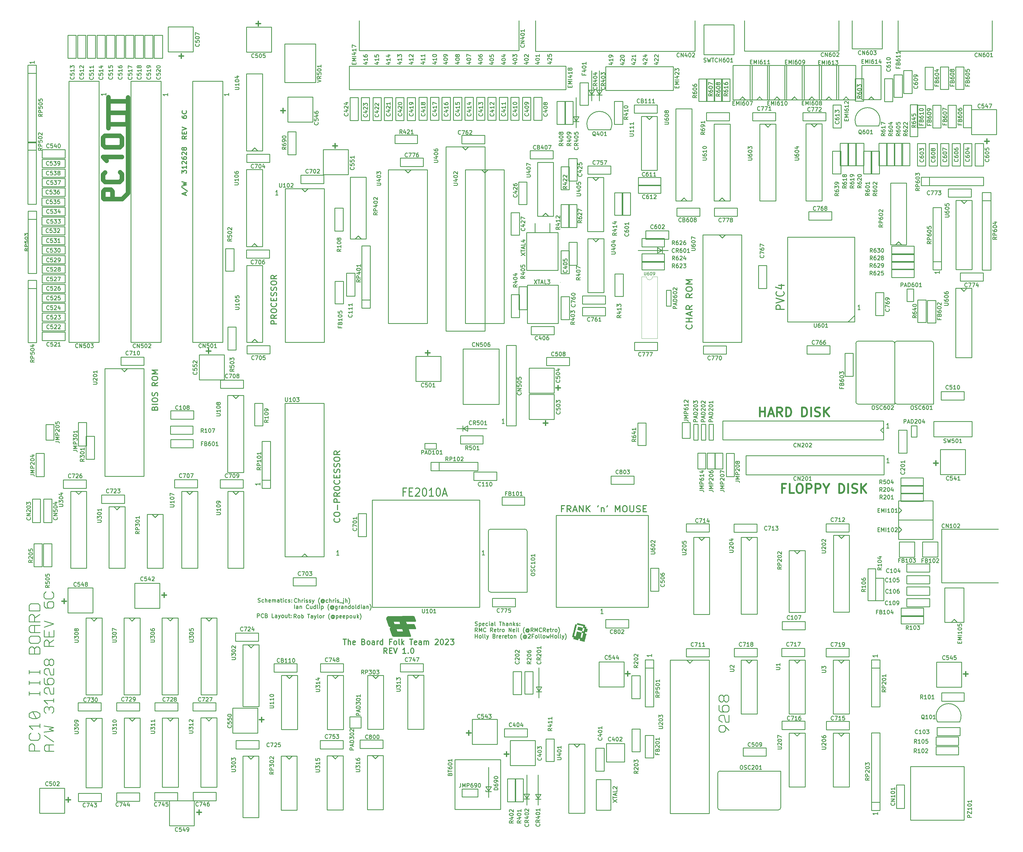
<source format=gbr>
%TF.GenerationSoftware,KiCad,Pcbnew,8.0.0*%
%TF.CreationDate,2024-03-10T17:08:53+00:00*%
%TF.ProjectId,Commodore PC10 III,436f6d6d-6f64-46f7-9265-205043313020,1.0*%
%TF.SameCoordinates,Original*%
%TF.FileFunction,Legend,Top*%
%TF.FilePolarity,Positive*%
%FSLAX46Y46*%
G04 Gerber Fmt 4.6, Leading zero omitted, Abs format (unit mm)*
G04 Created by KiCad (PCBNEW 8.0.0) date 2024-03-10 17:08:53*
%MOMM*%
%LPD*%
G01*
G04 APERTURE LIST*
%ADD10C,0.250000*%
%ADD11C,1.500000*%
%ADD12C,0.150000*%
%ADD13C,0.260000*%
%ADD14C,0.300000*%
%ADD15C,0.350000*%
%ADD16C,0.600000*%
%ADD17C,0.380000*%
%ADD18C,0.360000*%
%ADD19C,0.400000*%
%ADD20C,0.120000*%
%ADD21C,0.000000*%
G04 APERTURE END LIST*
D10*
X111550000Y-315560000D02*
X109540000Y-315560000D01*
X115010000Y-265120000D02*
X116990000Y-265120000D01*
X117675000Y-286715000D02*
X117195000Y-287195000D01*
X117675000Y-285595000D02*
X117675000Y-286715000D01*
X115090000Y-262750000D02*
X114470000Y-263370000D01*
D11*
X139620000Y-126800000D02*
X140310000Y-126110000D01*
D10*
X115010000Y-293530000D02*
X117150000Y-293530000D01*
X109550000Y-292930000D02*
X109550000Y-292370000D01*
X116030000Y-294590000D02*
X116640000Y-296690000D01*
X406020000Y-246210000D02*
X411090000Y-246210000D01*
X411090000Y-251240000D01*
X406020000Y-251240000D01*
X406020000Y-246210000D01*
X115570000Y-296720000D02*
X114530000Y-296130000D01*
X109520000Y-279120000D02*
X109520000Y-278830000D01*
X117690000Y-302460000D02*
X117160000Y-302990000D01*
X117190000Y-300900000D02*
X117690000Y-301400000D01*
D11*
X134720000Y-115310000D02*
X134050000Y-114640000D01*
D10*
X116100000Y-277680000D02*
X116100000Y-276040000D01*
X111910000Y-281030000D02*
X112600000Y-281030000D01*
X110100000Y-313210000D02*
X110730000Y-313210000D01*
X338480000Y-304250000D02*
X338480000Y-305380000D01*
X110070000Y-266740000D02*
X112550000Y-266740000D01*
D11*
X135890000Y-100060000D02*
X135890000Y-100060000D01*
D10*
X115100000Y-303040000D02*
X114510000Y-302490000D01*
X114530000Y-289790000D02*
X114530000Y-288760000D01*
D11*
X134070000Y-124380000D02*
X134760000Y-123690000D01*
D10*
X117110000Y-268180000D02*
X117620000Y-267670000D01*
X116100000Y-285590000D02*
X116100000Y-286710000D01*
X117690000Y-301400000D02*
X117690000Y-302460000D01*
X114460000Y-309330000D02*
X117680000Y-308850000D01*
X341230000Y-300400000D02*
X340080000Y-300400000D01*
X340100000Y-298700000D02*
X340100000Y-297550000D01*
X114520000Y-279300000D02*
X115070000Y-278750000D01*
X109540000Y-283370000D02*
X109540000Y-281600000D01*
X109540000Y-289380000D02*
X109540000Y-288820000D01*
X115040000Y-288250000D02*
X116030000Y-288250000D01*
X117640000Y-263330000D02*
X117060000Y-262750000D01*
X109590000Y-296510000D02*
X113100000Y-296510000D01*
X117690000Y-298800000D02*
X117690000Y-298230000D01*
X338480000Y-305380000D02*
X339530000Y-305960000D01*
D11*
X140310000Y-124210000D02*
X139760000Y-123660000D01*
D10*
X112620000Y-277480000D02*
X113130000Y-277990000D01*
X109530000Y-311450000D02*
X110070000Y-311990000D01*
X341720000Y-297550000D02*
X341720000Y-298740000D01*
X338980000Y-307100000D02*
X338480000Y-307600000D01*
X341220000Y-297050000D02*
X341720000Y-297550000D01*
X341260000Y-302630000D02*
X341780000Y-302110000D01*
X341770000Y-308740000D02*
X340210000Y-307180000D01*
X113140000Y-276260000D02*
X112280000Y-276260000D01*
X431160000Y-242020000D02*
X412405000Y-242020000D01*
X398300000Y-246190000D02*
X403420000Y-246190000D01*
X403420000Y-251260000D01*
X398300000Y-251260000D01*
X398300000Y-246190000D01*
X109540000Y-281600000D02*
X110100000Y-281040000D01*
X109530000Y-274420000D02*
X110080000Y-273870000D01*
X115560000Y-278750000D02*
X116090000Y-279280000D01*
X111300000Y-271470000D02*
X113060000Y-270280000D01*
X115040000Y-294590000D02*
X116030000Y-294590000D01*
D11*
X135890000Y-108960000D02*
X135890000Y-107680000D01*
X134660000Y-111520000D02*
X139640000Y-111520000D01*
D10*
X113110000Y-292350000D02*
X113110000Y-293510000D01*
X113100000Y-295930000D02*
X113100000Y-297090000D01*
D11*
X134120000Y-132230000D02*
X134420000Y-132530000D01*
D10*
X116110000Y-315670000D02*
X116110000Y-313580000D01*
X115620000Y-287190000D02*
X115040000Y-287190000D01*
X110080000Y-273870000D02*
X113140000Y-273870000D01*
X114470000Y-264580000D02*
X115010000Y-265120000D01*
X338480000Y-308760000D02*
X339010000Y-309290000D01*
X340100000Y-298740000D02*
X339570000Y-299270000D01*
X339580000Y-300900000D02*
X339580000Y-302080000D01*
D11*
X140320000Y-112200000D02*
X140320000Y-114640000D01*
D10*
X113110000Y-292930000D02*
X113110000Y-292350000D01*
X117195000Y-287195000D02*
X116615000Y-287195000D01*
X341750000Y-305970000D02*
X340700000Y-305970000D01*
X113090000Y-304220000D02*
X112010000Y-304840000D01*
X109550000Y-292370000D02*
X109550000Y-293530000D01*
X117700000Y-292980000D02*
X117700000Y-291920000D01*
X114490000Y-276370000D02*
X114490000Y-277680000D01*
X109520000Y-278010000D02*
X110050000Y-277480000D01*
X111320000Y-313800000D02*
X111320000Y-315540000D01*
X110070000Y-311990000D02*
X112460000Y-311990000D01*
X113120000Y-306590000D02*
X113120000Y-307880000D01*
X340640000Y-308710000D02*
X340640000Y-307610000D01*
X115650000Y-300900000D02*
X116090000Y-301340000D01*
D11*
X137250000Y-130120000D02*
X137250000Y-130000000D01*
D10*
X117650000Y-273420000D02*
X114490000Y-272430000D01*
X341780000Y-302110000D02*
X341780000Y-300950000D01*
X116030000Y-266070000D02*
X115550000Y-266550000D01*
X109490000Y-267320000D02*
X110070000Y-266740000D01*
X115560000Y-291910000D02*
X115560000Y-292980000D01*
X297740000Y-325000000D02*
X302570000Y-325000000D01*
X302570000Y-335200000D01*
X297740000Y-335200000D01*
X297740000Y-325000000D01*
X113110000Y-311340000D02*
X113110000Y-310200000D01*
X117180000Y-291400000D02*
X116070000Y-291400000D01*
X113130000Y-277990000D02*
X113130000Y-279220000D01*
X113100000Y-289380000D02*
X113100000Y-288800000D01*
X109540000Y-295950000D02*
X109540000Y-297110000D01*
X333485000Y-74670000D02*
X343420000Y-74670000D01*
X343420000Y-84560000D01*
X333485000Y-84560000D01*
X333485000Y-74670000D01*
X116090000Y-301340000D02*
X116530000Y-300900000D01*
D11*
X137040000Y-126800000D02*
X139620000Y-126800000D01*
D10*
X346940000Y-83390000D02*
X346940000Y-73340000D01*
D11*
X142230000Y-107680000D02*
X142230000Y-103880000D01*
D10*
X112010000Y-304840000D02*
X110640000Y-304840000D01*
X340600000Y-297050000D02*
X341220000Y-297050000D01*
D11*
X137190000Y-115310000D02*
X134720000Y-115310000D01*
D10*
X382620000Y-82630000D02*
X392630000Y-82630000D01*
X340210000Y-307180000D02*
X340130000Y-307100000D01*
D11*
X134660000Y-129410000D02*
X134120000Y-129950000D01*
D10*
X109520000Y-307250000D02*
X113120000Y-307250000D01*
X116640000Y-296690000D02*
X117690000Y-296690000D01*
X114530000Y-285750000D02*
X114530000Y-285620000D01*
D11*
X142331750Y-98790000D02*
X142331750Y-130578250D01*
D10*
X340080000Y-300400000D02*
X339580000Y-300900000D01*
X412410000Y-259730000D02*
X431170000Y-259730000D01*
X109540000Y-313770000D02*
X110100000Y-313210000D01*
X282320000Y-140585000D02*
X282320000Y-143555000D01*
D11*
X137250000Y-130370000D02*
X137250000Y-130120000D01*
D10*
X114500000Y-266080000D02*
X114500000Y-267590000D01*
X338480000Y-302060000D02*
X339050000Y-302630000D01*
X114530000Y-293050000D02*
X115010000Y-293530000D01*
D11*
X135890000Y-98770000D02*
X135890000Y-108960000D01*
D10*
X117690000Y-307770000D02*
X114460000Y-307250000D01*
X114460000Y-298800000D02*
X117690000Y-298800000D01*
D11*
X139640000Y-115310000D02*
X137170000Y-115310000D01*
D10*
X409720000Y-206290000D02*
X422420000Y-206290000D01*
X422420000Y-211360000D01*
X409720000Y-211360000D01*
X409720000Y-206290000D01*
D11*
X139640000Y-111520000D02*
X140320000Y-112200000D01*
D10*
X114580000Y-314060000D02*
X115080000Y-313560000D01*
X109520000Y-304290000D02*
X109520000Y-303790000D01*
X110730000Y-308460000D02*
X109520000Y-307250000D01*
D11*
X137040000Y-126800000D02*
X134720000Y-126800000D01*
D10*
X338480000Y-307600000D02*
X338480000Y-308760000D01*
X113100000Y-296510000D02*
X113100000Y-295930000D01*
X339050000Y-299270000D02*
X338480000Y-298700000D01*
X340100000Y-297550000D02*
X340600000Y-297050000D01*
X116090000Y-302050000D02*
X116090000Y-301340000D01*
D11*
X134050000Y-118550000D02*
X135290000Y-119790000D01*
D10*
X115570000Y-290380000D02*
X114530000Y-289790000D01*
X338480000Y-300410000D02*
X338480000Y-302060000D01*
X382620000Y-73350000D02*
X382620000Y-82630000D01*
X109520000Y-303790000D02*
X109520000Y-303140000D01*
X114530000Y-291390000D02*
X114530000Y-293050000D01*
D11*
X140340000Y-118550000D02*
X140340000Y-118550000D01*
D10*
X113120000Y-307250000D02*
X113120000Y-306590000D01*
X112550000Y-266740000D02*
X113100000Y-267290000D01*
X113110000Y-310200000D02*
X112530000Y-309620000D01*
X429160000Y-83395000D02*
X429160000Y-73330000D01*
D11*
X140320000Y-114640000D02*
X139651340Y-115308660D01*
D10*
X110050000Y-277480000D02*
X112620000Y-277480000D01*
X117690000Y-298230000D02*
X117690000Y-299360000D01*
X117620000Y-267670000D02*
X117620000Y-266380000D01*
X338980000Y-297050000D02*
X339600000Y-297050000D01*
X113120000Y-315560000D02*
X111550000Y-315560000D01*
X112520000Y-279830000D02*
X110060000Y-279830000D01*
D11*
X137250000Y-130000000D02*
X136660000Y-129410000D01*
D10*
X284470000Y-237390000D02*
X314970000Y-237390000D01*
X314970000Y-267890000D01*
X284470000Y-267890000D01*
X284470000Y-237390000D01*
X111300000Y-282860000D02*
X111300000Y-283370000D01*
X340100000Y-297550000D02*
X340100000Y-298740000D01*
X117690000Y-296690000D02*
X117690000Y-294590000D01*
X112460000Y-311990000D02*
X113110000Y-311340000D01*
D11*
X134070000Y-126150000D02*
X134070000Y-124380000D01*
D10*
X114530000Y-288760000D02*
X115040000Y-288250000D01*
X116110000Y-279790000D02*
X117690000Y-278690000D01*
D11*
X135640000Y-132520000D02*
X140390000Y-132520000D01*
D10*
X109540000Y-288820000D02*
X109540000Y-289980000D01*
X111310000Y-273870000D02*
X111310000Y-276250000D01*
X113130000Y-279220000D02*
X112520000Y-279830000D01*
X112710000Y-283370000D02*
X109540000Y-283370000D01*
X277560000Y-83460000D02*
X330530000Y-83460000D01*
X116105000Y-286685000D02*
X116105000Y-285755000D01*
X116105000Y-285625000D02*
X116665000Y-285065000D01*
X113090000Y-281520000D02*
X113090000Y-283370000D01*
X116530000Y-300900000D02*
X117190000Y-300900000D01*
X330530000Y-83460000D02*
X330530000Y-73330000D01*
X109540000Y-315560000D02*
X109540000Y-313770000D01*
X400840000Y-162300000D02*
X403090000Y-162300000D01*
X403090000Y-166500000D01*
X400840000Y-166500000D01*
X400840000Y-162300000D01*
X111300000Y-270880000D02*
X111300000Y-272630000D01*
X109520000Y-279290000D02*
X109520000Y-279120000D01*
X109490000Y-269070000D02*
X109490000Y-267320000D01*
X114470000Y-263370000D02*
X114470000Y-264580000D01*
D11*
X135890000Y-107680000D02*
X142230000Y-107680000D01*
D10*
X340670000Y-299270000D02*
X340100000Y-298700000D01*
X392630000Y-82630000D02*
X392630000Y-73350000D01*
X109530000Y-275750000D02*
X109530000Y-274420000D01*
X115570000Y-285060000D02*
X116100000Y-285590000D01*
X346940000Y-83390000D02*
X378230000Y-83390000D01*
X114530000Y-296130000D02*
X114530000Y-295100000D01*
X115040000Y-287190000D02*
X114530000Y-286680000D01*
X219070000Y-83210000D02*
X272110000Y-83210000D01*
X397870000Y-83395000D02*
X429160000Y-83395000D01*
D11*
X142230000Y-103880000D02*
X135890000Y-103880000D01*
X135890000Y-100060000D02*
X142320000Y-100060000D01*
D10*
X114520000Y-280850000D02*
X114520000Y-279300000D01*
X116090000Y-279280000D02*
X116090000Y-280830000D01*
X110590000Y-302530000D02*
X112000000Y-302530000D01*
D11*
X137250000Y-132530000D02*
X137250000Y-130370000D01*
D10*
X115550000Y-266550000D02*
X115550000Y-267690000D01*
X114510000Y-301450000D02*
X115060000Y-300900000D01*
D11*
X137040000Y-126800000D02*
X137040000Y-126800000D01*
D10*
X163770000Y-93390000D02*
X173750000Y-93390000D01*
X173750000Y-180010000D01*
X163770000Y-180010000D01*
X163770000Y-93390000D01*
X114510000Y-302490000D02*
X114510000Y-301450000D01*
D11*
X136660000Y-129410000D02*
X134660000Y-129410000D01*
D10*
X114580000Y-315210000D02*
X114580000Y-314060000D01*
X300900000Y-88600000D02*
X323270000Y-88600000D01*
X323270000Y-96400000D01*
X300900000Y-96400000D01*
X300900000Y-88600000D01*
D11*
X134050000Y-114640000D02*
X134050000Y-112130000D01*
D10*
X113090000Y-303110000D02*
X113090000Y-304220000D01*
X115060000Y-300900000D02*
X115650000Y-300900000D01*
X114530000Y-295100000D02*
X115040000Y-294590000D01*
X117310000Y-266070000D02*
X116030000Y-266070000D01*
X347410000Y-217630000D02*
X393210000Y-217630000D01*
X393210000Y-223970000D01*
X347410000Y-223970000D01*
X347410000Y-217630000D01*
X117680000Y-308850000D02*
X116160000Y-308320000D01*
X114490000Y-274520000D02*
X117650000Y-273420000D01*
X113090000Y-283370000D02*
X112710000Y-283370000D01*
X110740000Y-302530000D02*
X111860000Y-304840000D01*
D11*
X134120000Y-129950000D02*
X134120000Y-132230000D01*
D10*
X115090000Y-268180000D02*
X117110000Y-268180000D01*
X114490000Y-277680000D02*
X117710000Y-277680000D01*
X110040000Y-276260000D02*
X109530000Y-275750000D01*
X111300000Y-281640000D02*
X111910000Y-281030000D01*
X339600000Y-297050000D02*
X340100000Y-297550000D01*
X117700000Y-291920000D02*
X117180000Y-291400000D01*
X115070000Y-278750000D02*
X115560000Y-278750000D01*
X338480000Y-298700000D02*
X338480000Y-297550000D01*
X215930000Y-304210000D02*
X219680000Y-304210000D01*
X219680000Y-307970000D01*
X215930000Y-307970000D01*
X215930000Y-304210000D01*
X115040000Y-315670000D02*
X114580000Y-315210000D01*
X114490000Y-275550000D02*
X114490000Y-276370000D01*
X110150000Y-309620000D02*
X109530000Y-310240000D01*
X341190000Y-299270000D02*
X340670000Y-299270000D01*
X110640000Y-304840000D02*
X109520000Y-304290000D01*
X113100000Y-267290000D02*
X113100000Y-269070000D01*
X340130000Y-307100000D02*
X338980000Y-307100000D01*
X117710000Y-277680000D02*
X117710000Y-275520000D01*
D11*
X140310000Y-126110000D02*
X140310000Y-124210000D01*
D10*
X338480000Y-297550000D02*
X338980000Y-297050000D01*
X117500000Y-315670000D02*
X115040000Y-315670000D01*
X115090000Y-285060000D02*
X115570000Y-285060000D01*
X110730000Y-313210000D02*
X111320000Y-313800000D01*
X122730000Y-93390000D02*
X132710000Y-93390000D01*
X132710000Y-180010000D01*
X122730000Y-180010000D01*
X122730000Y-93390000D01*
X116615000Y-287195000D02*
X116105000Y-286685000D01*
X274840000Y-161010000D02*
X285100000Y-161010000D01*
X285100000Y-173720000D01*
X274840000Y-173720000D01*
X274840000Y-161010000D01*
X383480000Y-171080000D02*
X381310000Y-173250000D01*
X111300000Y-281640000D02*
X111300000Y-282860000D01*
X115080000Y-313560000D02*
X117690000Y-313560000D01*
X116665000Y-285065000D02*
X117145000Y-285065000D01*
X267960000Y-181020000D02*
X271120000Y-181020000D01*
X271120000Y-207700000D01*
X267960000Y-207700000D01*
X267960000Y-181020000D01*
X117730000Y-315670000D02*
X117500000Y-315670000D01*
X116100000Y-286710000D02*
X115620000Y-287190000D01*
X340140000Y-303710000D02*
X339020000Y-303710000D01*
X117620000Y-266380000D02*
X117310000Y-266070000D01*
X110060000Y-279830000D02*
X109520000Y-279290000D01*
X223360000Y-232290000D02*
X259050000Y-232290000D01*
X259050000Y-267890000D01*
X223360000Y-267890000D01*
X223360000Y-232290000D01*
X215770000Y-88380000D02*
X287690000Y-88380000D01*
X287690000Y-96180000D01*
X215770000Y-96180000D01*
X215770000Y-88380000D01*
X110090000Y-270290000D02*
X110710000Y-270290000D01*
X117640000Y-264470000D02*
X117640000Y-263330000D01*
D11*
X135890000Y-100060000D02*
X135890000Y-99790000D01*
X135890000Y-99790000D02*
X135890000Y-98770000D01*
D10*
X117710000Y-280850000D02*
X117340000Y-280850000D01*
X116030000Y-288250000D02*
X116640000Y-290350000D01*
X378230000Y-83390000D02*
X378230000Y-73325000D01*
X277430000Y-140590000D02*
X277430000Y-143560000D01*
X109530000Y-272680000D02*
X109530000Y-270850000D01*
X114500000Y-267590000D02*
X115090000Y-268180000D01*
D12*
X142320000Y-100060000D02*
X135890000Y-100060000D01*
D10*
X340700000Y-305970000D02*
X340140000Y-303710000D01*
D11*
X140340000Y-118550000D02*
X134050000Y-118550000D01*
D10*
X113100000Y-288800000D02*
X113100000Y-289960000D01*
X361260000Y-145130000D02*
X383480000Y-145130000D01*
X383480000Y-173250000D01*
X361260000Y-173250000D01*
X361260000Y-145130000D01*
X272110000Y-83210000D02*
X272110000Y-73340000D01*
X397870000Y-83395000D02*
X397870000Y-73345000D01*
X346940000Y-83390000D02*
X346940000Y-83390000D01*
X109520000Y-303140000D02*
X110590000Y-302530000D01*
X109520000Y-278830000D02*
X109520000Y-278010000D01*
X339010000Y-309290000D02*
X340060000Y-309290000D01*
X110710000Y-270290000D02*
X111300000Y-270880000D01*
X339020000Y-303710000D02*
X338480000Y-304250000D01*
X110100000Y-281040000D02*
X110700000Y-281040000D01*
X412405000Y-242020000D02*
X412405000Y-259730000D01*
X274660000Y-143560000D02*
X285070000Y-143560000D01*
X285070000Y-156090000D01*
X274660000Y-156090000D01*
X274660000Y-143560000D01*
X110700000Y-281040000D02*
X111300000Y-281640000D01*
X116160000Y-308320000D02*
X117690000Y-307770000D01*
X115550000Y-267690000D02*
X116010000Y-268150000D01*
X301130000Y-313130000D02*
X307170000Y-313130000D01*
X307170000Y-319210000D01*
X301130000Y-319210000D01*
X301130000Y-313130000D01*
X341750000Y-303690000D02*
X341750000Y-305970000D01*
X115560000Y-292980000D02*
X116110000Y-293530000D01*
X117150000Y-293530000D02*
X117700000Y-292980000D01*
X109530000Y-270850000D02*
X110090000Y-270290000D01*
X116090000Y-301340000D02*
X116090000Y-302050000D01*
X117340000Y-280850000D02*
X114520000Y-280850000D01*
X113100000Y-269070000D02*
X109490000Y-269070000D01*
X112280000Y-276260000D02*
X110040000Y-276260000D01*
X109540000Y-296510000D02*
X109540000Y-295950000D01*
X116990000Y-265120000D02*
X117640000Y-264470000D01*
X339050000Y-302630000D02*
X341260000Y-302630000D01*
X117145000Y-285065000D02*
X117675000Y-285595000D01*
X219070000Y-73345000D02*
X219070000Y-83210000D01*
X341780000Y-300950000D02*
X341230000Y-300400000D01*
X339570000Y-299270000D02*
X339050000Y-299270000D01*
X116070000Y-291400000D02*
X115560000Y-291910000D01*
X114480000Y-310380000D02*
X117690000Y-312530000D01*
X340060000Y-309290000D02*
X340640000Y-308710000D01*
X109530000Y-310240000D02*
X109530000Y-311450000D01*
D11*
X140390000Y-132520000D02*
X142331750Y-130578250D01*
D10*
X109540000Y-296510000D02*
X109590000Y-296510000D01*
X339580000Y-302080000D02*
X340090000Y-302590000D01*
X277560000Y-73330000D02*
X277560000Y-83460000D01*
X116640000Y-290350000D02*
X117690000Y-290350000D01*
D11*
X134050000Y-112130000D02*
X134660000Y-111520000D01*
D10*
X109590000Y-289380000D02*
X113100000Y-289380000D01*
X113160000Y-272680000D02*
X109530000Y-272680000D01*
X253510000Y-182170000D02*
X265510000Y-182170000D01*
X265510000Y-200590000D01*
X253510000Y-200590000D01*
X253510000Y-182170000D01*
D11*
X134720000Y-126800000D02*
X134070000Y-126150000D01*
D10*
X114530000Y-285620000D02*
X115090000Y-285060000D01*
X109600000Y-292930000D02*
X113110000Y-292930000D01*
X143330000Y-93390000D02*
X153310000Y-93390000D01*
X153310000Y-180010000D01*
X143330000Y-180010000D01*
X143330000Y-93390000D01*
X112000000Y-302530000D02*
X113090000Y-303110000D01*
D11*
X134420000Y-132530000D02*
X140390000Y-132530000D01*
D10*
X112600000Y-281030000D02*
X113090000Y-281520000D01*
X117690000Y-290350000D02*
X117690000Y-288250000D01*
X341720000Y-298740000D02*
X341190000Y-299270000D01*
X115600000Y-299940000D02*
X114460000Y-298800000D01*
X114530000Y-286680000D02*
X114530000Y-285750000D01*
D13*
X239950718Y-87082281D02*
X240817384Y-87082281D01*
X239455480Y-87391805D02*
X240384051Y-87701328D01*
X240384051Y-87701328D02*
X240384051Y-86896567D01*
X240817384Y-85720376D02*
X240817384Y-86463233D01*
X240817384Y-86091805D02*
X239517384Y-86091805D01*
X239517384Y-86091805D02*
X239703099Y-86215614D01*
X239703099Y-86215614D02*
X239826908Y-86339424D01*
X239826908Y-86339424D02*
X239888813Y-86463233D01*
X240817384Y-84482281D02*
X240817384Y-85225138D01*
X240817384Y-84853710D02*
X239517384Y-84853710D01*
X239517384Y-84853710D02*
X239703099Y-84977519D01*
X239703099Y-84977519D02*
X239826908Y-85101329D01*
X239826908Y-85101329D02*
X239888813Y-85225138D01*
D14*
X161302257Y-131137870D02*
X161302257Y-130375965D01*
X161730828Y-131290251D02*
X160230828Y-130756917D01*
X160230828Y-130756917D02*
X161730828Y-130223584D01*
X160159400Y-128547393D02*
X162087971Y-129918822D01*
X160230828Y-128166441D02*
X161730828Y-127785489D01*
X161730828Y-127785489D02*
X160659400Y-127480727D01*
X160659400Y-127480727D02*
X161730828Y-127175965D01*
X161730828Y-127175965D02*
X160230828Y-126795013D01*
D13*
X309940718Y-87232281D02*
X310807384Y-87232281D01*
X309445480Y-87541805D02*
X310374051Y-87851328D01*
X310374051Y-87851328D02*
X310374051Y-87046567D01*
X309631194Y-86613233D02*
X309569289Y-86551329D01*
X309569289Y-86551329D02*
X309507384Y-86427519D01*
X309507384Y-86427519D02*
X309507384Y-86117995D01*
X309507384Y-86117995D02*
X309569289Y-85994186D01*
X309569289Y-85994186D02*
X309631194Y-85932281D01*
X309631194Y-85932281D02*
X309755003Y-85870376D01*
X309755003Y-85870376D02*
X309878813Y-85870376D01*
X309878813Y-85870376D02*
X310064527Y-85932281D01*
X310064527Y-85932281D02*
X310807384Y-86675138D01*
X310807384Y-86675138D02*
X310807384Y-85870376D01*
X310807384Y-84632281D02*
X310807384Y-85375138D01*
X310807384Y-85003710D02*
X309507384Y-85003710D01*
X309507384Y-85003710D02*
X309693099Y-85127519D01*
X309693099Y-85127519D02*
X309816908Y-85251329D01*
X309816908Y-85251329D02*
X309878813Y-85375138D01*
X219387384Y-303729424D02*
X218087384Y-303729424D01*
X218087384Y-303729424D02*
X218087384Y-303234186D01*
X218087384Y-303234186D02*
X218149289Y-303110376D01*
X218149289Y-303110376D02*
X218211194Y-303048471D01*
X218211194Y-303048471D02*
X218335003Y-302986567D01*
X218335003Y-302986567D02*
X218520718Y-302986567D01*
X218520718Y-302986567D02*
X218644527Y-303048471D01*
X218644527Y-303048471D02*
X218706432Y-303110376D01*
X218706432Y-303110376D02*
X218768337Y-303234186D01*
X218768337Y-303234186D02*
X218768337Y-303729424D01*
X219015956Y-302491328D02*
X219015956Y-301872281D01*
X219387384Y-302615138D02*
X218087384Y-302181805D01*
X218087384Y-302181805D02*
X219387384Y-301748471D01*
X219387384Y-301315138D02*
X218087384Y-301315138D01*
X218087384Y-301315138D02*
X218087384Y-301005614D01*
X218087384Y-301005614D02*
X218149289Y-300819900D01*
X218149289Y-300819900D02*
X218273099Y-300696090D01*
X218273099Y-300696090D02*
X218396908Y-300634185D01*
X218396908Y-300634185D02*
X218644527Y-300572281D01*
X218644527Y-300572281D02*
X218830241Y-300572281D01*
X218830241Y-300572281D02*
X219077860Y-300634185D01*
X219077860Y-300634185D02*
X219201670Y-300696090D01*
X219201670Y-300696090D02*
X219325480Y-300819900D01*
X219325480Y-300819900D02*
X219387384Y-301005614D01*
X219387384Y-301005614D02*
X219387384Y-301315138D01*
X218087384Y-300138947D02*
X218087384Y-299334185D01*
X218087384Y-299334185D02*
X218582622Y-299767519D01*
X218582622Y-299767519D02*
X218582622Y-299581804D01*
X218582622Y-299581804D02*
X218644527Y-299457995D01*
X218644527Y-299457995D02*
X218706432Y-299396090D01*
X218706432Y-299396090D02*
X218830241Y-299334185D01*
X218830241Y-299334185D02*
X219139765Y-299334185D01*
X219139765Y-299334185D02*
X219263575Y-299396090D01*
X219263575Y-299396090D02*
X219325480Y-299457995D01*
X219325480Y-299457995D02*
X219387384Y-299581804D01*
X219387384Y-299581804D02*
X219387384Y-299953233D01*
X219387384Y-299953233D02*
X219325480Y-300077042D01*
X219325480Y-300077042D02*
X219263575Y-300138947D01*
X218087384Y-298529424D02*
X218087384Y-298405614D01*
X218087384Y-298405614D02*
X218149289Y-298281805D01*
X218149289Y-298281805D02*
X218211194Y-298219900D01*
X218211194Y-298219900D02*
X218335003Y-298157995D01*
X218335003Y-298157995D02*
X218582622Y-298096090D01*
X218582622Y-298096090D02*
X218892146Y-298096090D01*
X218892146Y-298096090D02*
X219139765Y-298157995D01*
X219139765Y-298157995D02*
X219263575Y-298219900D01*
X219263575Y-298219900D02*
X219325480Y-298281805D01*
X219325480Y-298281805D02*
X219387384Y-298405614D01*
X219387384Y-298405614D02*
X219387384Y-298529424D01*
X219387384Y-298529424D02*
X219325480Y-298653233D01*
X219325480Y-298653233D02*
X219263575Y-298715138D01*
X219263575Y-298715138D02*
X219139765Y-298777043D01*
X219139765Y-298777043D02*
X218892146Y-298838947D01*
X218892146Y-298838947D02*
X218582622Y-298838947D01*
X218582622Y-298838947D02*
X218335003Y-298777043D01*
X218335003Y-298777043D02*
X218211194Y-298715138D01*
X218211194Y-298715138D02*
X218149289Y-298653233D01*
X218149289Y-298653233D02*
X218087384Y-298529424D01*
X219387384Y-296857995D02*
X219387384Y-297600852D01*
X219387384Y-297229424D02*
X218087384Y-297229424D01*
X218087384Y-297229424D02*
X218273099Y-297353233D01*
X218273099Y-297353233D02*
X218396908Y-297477043D01*
X218396908Y-297477043D02*
X218458813Y-297600852D01*
X266740718Y-87182281D02*
X267607384Y-87182281D01*
X266245480Y-87491805D02*
X267174051Y-87801328D01*
X267174051Y-87801328D02*
X267174051Y-86996567D01*
X266307384Y-86253710D02*
X266307384Y-86129900D01*
X266307384Y-86129900D02*
X266369289Y-86006091D01*
X266369289Y-86006091D02*
X266431194Y-85944186D01*
X266431194Y-85944186D02*
X266555003Y-85882281D01*
X266555003Y-85882281D02*
X266802622Y-85820376D01*
X266802622Y-85820376D02*
X267112146Y-85820376D01*
X267112146Y-85820376D02*
X267359765Y-85882281D01*
X267359765Y-85882281D02*
X267483575Y-85944186D01*
X267483575Y-85944186D02*
X267545480Y-86006091D01*
X267545480Y-86006091D02*
X267607384Y-86129900D01*
X267607384Y-86129900D02*
X267607384Y-86253710D01*
X267607384Y-86253710D02*
X267545480Y-86377519D01*
X267545480Y-86377519D02*
X267483575Y-86439424D01*
X267483575Y-86439424D02*
X267359765Y-86501329D01*
X267359765Y-86501329D02*
X267112146Y-86563233D01*
X267112146Y-86563233D02*
X266802622Y-86563233D01*
X266802622Y-86563233D02*
X266555003Y-86501329D01*
X266555003Y-86501329D02*
X266431194Y-86439424D01*
X266431194Y-86439424D02*
X266369289Y-86377519D01*
X266369289Y-86377519D02*
X266307384Y-86253710D01*
X266740718Y-84706091D02*
X267607384Y-84706091D01*
X266245480Y-85015615D02*
X267174051Y-85325138D01*
X267174051Y-85325138D02*
X267174051Y-84520377D01*
X394851528Y-208430670D02*
X394108671Y-208430670D01*
X394480099Y-208430670D02*
X394480099Y-206830670D01*
X394480099Y-206830670D02*
X394356290Y-207059241D01*
X394356290Y-207059241D02*
X394232480Y-207211622D01*
X394232480Y-207211622D02*
X394108671Y-207287813D01*
X220910718Y-87172281D02*
X221777384Y-87172281D01*
X220415480Y-87481805D02*
X221344051Y-87791328D01*
X221344051Y-87791328D02*
X221344051Y-86986567D01*
X221777384Y-85810376D02*
X221777384Y-86553233D01*
X221777384Y-86181805D02*
X220477384Y-86181805D01*
X220477384Y-86181805D02*
X220663099Y-86305614D01*
X220663099Y-86305614D02*
X220786908Y-86429424D01*
X220786908Y-86429424D02*
X220848813Y-86553233D01*
X220477384Y-84696091D02*
X220477384Y-84943710D01*
X220477384Y-84943710D02*
X220539289Y-85067519D01*
X220539289Y-85067519D02*
X220601194Y-85129424D01*
X220601194Y-85129424D02*
X220786908Y-85253234D01*
X220786908Y-85253234D02*
X221034527Y-85315138D01*
X221034527Y-85315138D02*
X221529765Y-85315138D01*
X221529765Y-85315138D02*
X221653575Y-85253234D01*
X221653575Y-85253234D02*
X221715480Y-85191329D01*
X221715480Y-85191329D02*
X221777384Y-85067519D01*
X221777384Y-85067519D02*
X221777384Y-84819900D01*
X221777384Y-84819900D02*
X221715480Y-84696091D01*
X221715480Y-84696091D02*
X221653575Y-84634186D01*
X221653575Y-84634186D02*
X221529765Y-84572281D01*
X221529765Y-84572281D02*
X221220241Y-84572281D01*
X221220241Y-84572281D02*
X221096432Y-84634186D01*
X221096432Y-84634186D02*
X221034527Y-84696091D01*
X221034527Y-84696091D02*
X220972622Y-84819900D01*
X220972622Y-84819900D02*
X220972622Y-85067519D01*
X220972622Y-85067519D02*
X221034527Y-85191329D01*
X221034527Y-85191329D02*
X221096432Y-85253234D01*
X221096432Y-85253234D02*
X221220241Y-85315138D01*
D15*
X234451691Y-229637085D02*
X233651691Y-229637085D01*
X233651691Y-231051371D02*
X233651691Y-228351371D01*
X233651691Y-228351371D02*
X234794548Y-228351371D01*
X235708834Y-229637085D02*
X236508834Y-229637085D01*
X236851691Y-231051371D02*
X235708834Y-231051371D01*
X235708834Y-231051371D02*
X235708834Y-228351371D01*
X235708834Y-228351371D02*
X236851691Y-228351371D01*
X237765977Y-228608514D02*
X237880263Y-228479942D01*
X237880263Y-228479942D02*
X238108835Y-228351371D01*
X238108835Y-228351371D02*
X238680263Y-228351371D01*
X238680263Y-228351371D02*
X238908835Y-228479942D01*
X238908835Y-228479942D02*
X239023120Y-228608514D01*
X239023120Y-228608514D02*
X239137406Y-228865657D01*
X239137406Y-228865657D02*
X239137406Y-229122800D01*
X239137406Y-229122800D02*
X239023120Y-229508514D01*
X239023120Y-229508514D02*
X237651692Y-231051371D01*
X237651692Y-231051371D02*
X239137406Y-231051371D01*
X240623120Y-228351371D02*
X240851691Y-228351371D01*
X240851691Y-228351371D02*
X241080263Y-228479942D01*
X241080263Y-228479942D02*
X241194549Y-228608514D01*
X241194549Y-228608514D02*
X241308834Y-228865657D01*
X241308834Y-228865657D02*
X241423120Y-229379942D01*
X241423120Y-229379942D02*
X241423120Y-230022800D01*
X241423120Y-230022800D02*
X241308834Y-230537085D01*
X241308834Y-230537085D02*
X241194549Y-230794228D01*
X241194549Y-230794228D02*
X241080263Y-230922800D01*
X241080263Y-230922800D02*
X240851691Y-231051371D01*
X240851691Y-231051371D02*
X240623120Y-231051371D01*
X240623120Y-231051371D02*
X240394549Y-230922800D01*
X240394549Y-230922800D02*
X240280263Y-230794228D01*
X240280263Y-230794228D02*
X240165977Y-230537085D01*
X240165977Y-230537085D02*
X240051691Y-230022800D01*
X240051691Y-230022800D02*
X240051691Y-229379942D01*
X240051691Y-229379942D02*
X240165977Y-228865657D01*
X240165977Y-228865657D02*
X240280263Y-228608514D01*
X240280263Y-228608514D02*
X240394549Y-228479942D01*
X240394549Y-228479942D02*
X240623120Y-228351371D01*
X243708834Y-231051371D02*
X242337405Y-231051371D01*
X243023120Y-231051371D02*
X243023120Y-228351371D01*
X243023120Y-228351371D02*
X242794548Y-228737085D01*
X242794548Y-228737085D02*
X242565977Y-228994228D01*
X242565977Y-228994228D02*
X242337405Y-229122800D01*
X245194548Y-228351371D02*
X245423119Y-228351371D01*
X245423119Y-228351371D02*
X245651691Y-228479942D01*
X245651691Y-228479942D02*
X245765977Y-228608514D01*
X245765977Y-228608514D02*
X245880262Y-228865657D01*
X245880262Y-228865657D02*
X245994548Y-229379942D01*
X245994548Y-229379942D02*
X245994548Y-230022800D01*
X245994548Y-230022800D02*
X245880262Y-230537085D01*
X245880262Y-230537085D02*
X245765977Y-230794228D01*
X245765977Y-230794228D02*
X245651691Y-230922800D01*
X245651691Y-230922800D02*
X245423119Y-231051371D01*
X245423119Y-231051371D02*
X245194548Y-231051371D01*
X245194548Y-231051371D02*
X244965977Y-230922800D01*
X244965977Y-230922800D02*
X244851691Y-230794228D01*
X244851691Y-230794228D02*
X244737405Y-230537085D01*
X244737405Y-230537085D02*
X244623119Y-230022800D01*
X244623119Y-230022800D02*
X244623119Y-229379942D01*
X244623119Y-229379942D02*
X244737405Y-228865657D01*
X244737405Y-228865657D02*
X244851691Y-228608514D01*
X244851691Y-228608514D02*
X244965977Y-228479942D01*
X244965977Y-228479942D02*
X245194548Y-228351371D01*
X246908833Y-230279942D02*
X248051691Y-230279942D01*
X246680262Y-231051371D02*
X247480262Y-228351371D01*
X247480262Y-228351371D02*
X248280262Y-231051371D01*
D13*
X300001528Y-269970670D02*
X299258671Y-269970670D01*
X299630099Y-269970670D02*
X299630099Y-268370670D01*
X299630099Y-268370670D02*
X299506290Y-268599241D01*
X299506290Y-268599241D02*
X299382480Y-268751622D01*
X299382480Y-268751622D02*
X299258671Y-268827813D01*
D14*
X160230828Y-123984060D02*
X160230828Y-122993584D01*
X160230828Y-122993584D02*
X160802257Y-123526917D01*
X160802257Y-123526917D02*
X160802257Y-123298346D01*
X160802257Y-123298346D02*
X160873685Y-123145965D01*
X160873685Y-123145965D02*
X160945114Y-123069774D01*
X160945114Y-123069774D02*
X161087971Y-122993584D01*
X161087971Y-122993584D02*
X161445114Y-122993584D01*
X161445114Y-122993584D02*
X161587971Y-123069774D01*
X161587971Y-123069774D02*
X161659400Y-123145965D01*
X161659400Y-123145965D02*
X161730828Y-123298346D01*
X161730828Y-123298346D02*
X161730828Y-123755489D01*
X161730828Y-123755489D02*
X161659400Y-123907870D01*
X161659400Y-123907870D02*
X161587971Y-123984060D01*
X161730828Y-121469774D02*
X161730828Y-122384060D01*
X161730828Y-121926917D02*
X160230828Y-121926917D01*
X160230828Y-121926917D02*
X160445114Y-122079298D01*
X160445114Y-122079298D02*
X160587971Y-122231679D01*
X160587971Y-122231679D02*
X160659400Y-122384060D01*
X160373685Y-120860250D02*
X160302257Y-120784059D01*
X160302257Y-120784059D02*
X160230828Y-120631678D01*
X160230828Y-120631678D02*
X160230828Y-120250726D01*
X160230828Y-120250726D02*
X160302257Y-120098345D01*
X160302257Y-120098345D02*
X160373685Y-120022154D01*
X160373685Y-120022154D02*
X160516542Y-119945964D01*
X160516542Y-119945964D02*
X160659400Y-119945964D01*
X160659400Y-119945964D02*
X160873685Y-120022154D01*
X160873685Y-120022154D02*
X161730828Y-120936440D01*
X161730828Y-120936440D02*
X161730828Y-119945964D01*
X160230828Y-118574535D02*
X160230828Y-118879297D01*
X160230828Y-118879297D02*
X160302257Y-119031678D01*
X160302257Y-119031678D02*
X160373685Y-119107868D01*
X160373685Y-119107868D02*
X160587971Y-119260249D01*
X160587971Y-119260249D02*
X160873685Y-119336440D01*
X160873685Y-119336440D02*
X161445114Y-119336440D01*
X161445114Y-119336440D02*
X161587971Y-119260249D01*
X161587971Y-119260249D02*
X161659400Y-119184059D01*
X161659400Y-119184059D02*
X161730828Y-119031678D01*
X161730828Y-119031678D02*
X161730828Y-118726916D01*
X161730828Y-118726916D02*
X161659400Y-118574535D01*
X161659400Y-118574535D02*
X161587971Y-118498344D01*
X161587971Y-118498344D02*
X161445114Y-118422154D01*
X161445114Y-118422154D02*
X161087971Y-118422154D01*
X161087971Y-118422154D02*
X160945114Y-118498344D01*
X160945114Y-118498344D02*
X160873685Y-118574535D01*
X160873685Y-118574535D02*
X160802257Y-118726916D01*
X160802257Y-118726916D02*
X160802257Y-119031678D01*
X160802257Y-119031678D02*
X160873685Y-119184059D01*
X160873685Y-119184059D02*
X160945114Y-119260249D01*
X160945114Y-119260249D02*
X161087971Y-119336440D01*
X160373685Y-117812630D02*
X160302257Y-117736439D01*
X160302257Y-117736439D02*
X160230828Y-117584058D01*
X160230828Y-117584058D02*
X160230828Y-117203106D01*
X160230828Y-117203106D02*
X160302257Y-117050725D01*
X160302257Y-117050725D02*
X160373685Y-116974534D01*
X160373685Y-116974534D02*
X160516542Y-116898344D01*
X160516542Y-116898344D02*
X160659400Y-116898344D01*
X160659400Y-116898344D02*
X160873685Y-116974534D01*
X160873685Y-116974534D02*
X161730828Y-117888820D01*
X161730828Y-117888820D02*
X161730828Y-116898344D01*
X160873685Y-115984058D02*
X160802257Y-116136439D01*
X160802257Y-116136439D02*
X160730828Y-116212629D01*
X160730828Y-116212629D02*
X160587971Y-116288820D01*
X160587971Y-116288820D02*
X160516542Y-116288820D01*
X160516542Y-116288820D02*
X160373685Y-116212629D01*
X160373685Y-116212629D02*
X160302257Y-116136439D01*
X160302257Y-116136439D02*
X160230828Y-115984058D01*
X160230828Y-115984058D02*
X160230828Y-115679296D01*
X160230828Y-115679296D02*
X160302257Y-115526915D01*
X160302257Y-115526915D02*
X160373685Y-115450724D01*
X160373685Y-115450724D02*
X160516542Y-115374534D01*
X160516542Y-115374534D02*
X160587971Y-115374534D01*
X160587971Y-115374534D02*
X160730828Y-115450724D01*
X160730828Y-115450724D02*
X160802257Y-115526915D01*
X160802257Y-115526915D02*
X160873685Y-115679296D01*
X160873685Y-115679296D02*
X160873685Y-115984058D01*
X160873685Y-115984058D02*
X160945114Y-116136439D01*
X160945114Y-116136439D02*
X161016542Y-116212629D01*
X161016542Y-116212629D02*
X161159400Y-116288820D01*
X161159400Y-116288820D02*
X161445114Y-116288820D01*
X161445114Y-116288820D02*
X161587971Y-116212629D01*
X161587971Y-116212629D02*
X161659400Y-116136439D01*
X161659400Y-116136439D02*
X161730828Y-115984058D01*
X161730828Y-115984058D02*
X161730828Y-115679296D01*
X161730828Y-115679296D02*
X161659400Y-115526915D01*
X161659400Y-115526915D02*
X161587971Y-115450724D01*
X161587971Y-115450724D02*
X161445114Y-115374534D01*
X161445114Y-115374534D02*
X161159400Y-115374534D01*
X161159400Y-115374534D02*
X161016542Y-115450724D01*
X161016542Y-115450724D02*
X160945114Y-115526915D01*
X160945114Y-115526915D02*
X160873685Y-115679296D01*
D13*
X198313432Y-266140648D02*
X198251528Y-266202553D01*
X198251528Y-266202553D02*
X198065813Y-266264457D01*
X198065813Y-266264457D02*
X197942004Y-266264457D01*
X197942004Y-266264457D02*
X197756290Y-266202553D01*
X197756290Y-266202553D02*
X197632480Y-266078743D01*
X197632480Y-266078743D02*
X197570575Y-265954933D01*
X197570575Y-265954933D02*
X197508671Y-265707314D01*
X197508671Y-265707314D02*
X197508671Y-265521600D01*
X197508671Y-265521600D02*
X197570575Y-265273981D01*
X197570575Y-265273981D02*
X197632480Y-265150172D01*
X197632480Y-265150172D02*
X197756290Y-265026362D01*
X197756290Y-265026362D02*
X197942004Y-264964457D01*
X197942004Y-264964457D02*
X198065813Y-264964457D01*
X198065813Y-264964457D02*
X198251528Y-265026362D01*
X198251528Y-265026362D02*
X198313432Y-265088267D01*
X198870575Y-266264457D02*
X198870575Y-264964457D01*
X199427718Y-266264457D02*
X199427718Y-265583505D01*
X199427718Y-265583505D02*
X199365813Y-265459695D01*
X199365813Y-265459695D02*
X199242004Y-265397791D01*
X199242004Y-265397791D02*
X199056290Y-265397791D01*
X199056290Y-265397791D02*
X198932480Y-265459695D01*
X198932480Y-265459695D02*
X198870575Y-265521600D01*
X200046765Y-266264457D02*
X200046765Y-265397791D01*
X200046765Y-265645410D02*
X200108670Y-265521600D01*
X200108670Y-265521600D02*
X200170575Y-265459695D01*
X200170575Y-265459695D02*
X200294384Y-265397791D01*
X200294384Y-265397791D02*
X200418194Y-265397791D01*
X200851527Y-266264457D02*
X200851527Y-265397791D01*
X200851527Y-264964457D02*
X200789623Y-265026362D01*
X200789623Y-265026362D02*
X200851527Y-265088267D01*
X200851527Y-265088267D02*
X200913432Y-265026362D01*
X200913432Y-265026362D02*
X200851527Y-264964457D01*
X200851527Y-264964457D02*
X200851527Y-265088267D01*
X201408671Y-266202553D02*
X201532480Y-266264457D01*
X201532480Y-266264457D02*
X201780099Y-266264457D01*
X201780099Y-266264457D02*
X201903909Y-266202553D01*
X201903909Y-266202553D02*
X201965813Y-266078743D01*
X201965813Y-266078743D02*
X201965813Y-266016838D01*
X201965813Y-266016838D02*
X201903909Y-265893029D01*
X201903909Y-265893029D02*
X201780099Y-265831124D01*
X201780099Y-265831124D02*
X201594385Y-265831124D01*
X201594385Y-265831124D02*
X201470575Y-265769219D01*
X201470575Y-265769219D02*
X201408671Y-265645410D01*
X201408671Y-265645410D02*
X201408671Y-265583505D01*
X201408671Y-265583505D02*
X201470575Y-265459695D01*
X201470575Y-265459695D02*
X201594385Y-265397791D01*
X201594385Y-265397791D02*
X201780099Y-265397791D01*
X201780099Y-265397791D02*
X201903909Y-265459695D01*
X202461052Y-266202553D02*
X202584861Y-266264457D01*
X202584861Y-266264457D02*
X202832480Y-266264457D01*
X202832480Y-266264457D02*
X202956290Y-266202553D01*
X202956290Y-266202553D02*
X203018194Y-266078743D01*
X203018194Y-266078743D02*
X203018194Y-266016838D01*
X203018194Y-266016838D02*
X202956290Y-265893029D01*
X202956290Y-265893029D02*
X202832480Y-265831124D01*
X202832480Y-265831124D02*
X202646766Y-265831124D01*
X202646766Y-265831124D02*
X202522956Y-265769219D01*
X202522956Y-265769219D02*
X202461052Y-265645410D01*
X202461052Y-265645410D02*
X202461052Y-265583505D01*
X202461052Y-265583505D02*
X202522956Y-265459695D01*
X202522956Y-265459695D02*
X202646766Y-265397791D01*
X202646766Y-265397791D02*
X202832480Y-265397791D01*
X202832480Y-265397791D02*
X202956290Y-265459695D01*
X203451528Y-265397791D02*
X203761052Y-266264457D01*
X204070575Y-265397791D02*
X203761052Y-266264457D01*
X203761052Y-266264457D02*
X203637242Y-266573981D01*
X203637242Y-266573981D02*
X203575337Y-266635886D01*
X203575337Y-266635886D02*
X203451528Y-266697791D01*
X205927718Y-266759695D02*
X205865813Y-266697791D01*
X205865813Y-266697791D02*
X205742004Y-266512076D01*
X205742004Y-266512076D02*
X205680099Y-266388267D01*
X205680099Y-266388267D02*
X205618194Y-266202553D01*
X205618194Y-266202553D02*
X205556289Y-265893029D01*
X205556289Y-265893029D02*
X205556289Y-265645410D01*
X205556289Y-265645410D02*
X205618194Y-265335886D01*
X205618194Y-265335886D02*
X205680099Y-265150172D01*
X205680099Y-265150172D02*
X205742004Y-265026362D01*
X205742004Y-265026362D02*
X205865813Y-264840648D01*
X205865813Y-264840648D02*
X205927718Y-264778743D01*
X207227718Y-265645410D02*
X207165813Y-265583505D01*
X207165813Y-265583505D02*
X207042004Y-265521600D01*
X207042004Y-265521600D02*
X206918194Y-265521600D01*
X206918194Y-265521600D02*
X206794385Y-265583505D01*
X206794385Y-265583505D02*
X206732480Y-265645410D01*
X206732480Y-265645410D02*
X206670575Y-265769219D01*
X206670575Y-265769219D02*
X206670575Y-265893029D01*
X206670575Y-265893029D02*
X206732480Y-266016838D01*
X206732480Y-266016838D02*
X206794385Y-266078743D01*
X206794385Y-266078743D02*
X206918194Y-266140648D01*
X206918194Y-266140648D02*
X207042004Y-266140648D01*
X207042004Y-266140648D02*
X207165813Y-266078743D01*
X207165813Y-266078743D02*
X207227718Y-266016838D01*
X207227718Y-265521600D02*
X207227718Y-266016838D01*
X207227718Y-266016838D02*
X207289623Y-266078743D01*
X207289623Y-266078743D02*
X207351528Y-266078743D01*
X207351528Y-266078743D02*
X207475337Y-266016838D01*
X207475337Y-266016838D02*
X207537242Y-265893029D01*
X207537242Y-265893029D02*
X207537242Y-265583505D01*
X207537242Y-265583505D02*
X207413433Y-265397791D01*
X207413433Y-265397791D02*
X207227718Y-265273981D01*
X207227718Y-265273981D02*
X206980099Y-265212076D01*
X206980099Y-265212076D02*
X206732480Y-265273981D01*
X206732480Y-265273981D02*
X206546766Y-265397791D01*
X206546766Y-265397791D02*
X206422956Y-265583505D01*
X206422956Y-265583505D02*
X206361052Y-265831124D01*
X206361052Y-265831124D02*
X206422956Y-266078743D01*
X206422956Y-266078743D02*
X206546766Y-266264457D01*
X206546766Y-266264457D02*
X206732480Y-266388267D01*
X206732480Y-266388267D02*
X206980099Y-266450172D01*
X206980099Y-266450172D02*
X207227718Y-266388267D01*
X207227718Y-266388267D02*
X207413433Y-266264457D01*
X208651528Y-266202553D02*
X208527719Y-266264457D01*
X208527719Y-266264457D02*
X208280100Y-266264457D01*
X208280100Y-266264457D02*
X208156290Y-266202553D01*
X208156290Y-266202553D02*
X208094385Y-266140648D01*
X208094385Y-266140648D02*
X208032481Y-266016838D01*
X208032481Y-266016838D02*
X208032481Y-265645410D01*
X208032481Y-265645410D02*
X208094385Y-265521600D01*
X208094385Y-265521600D02*
X208156290Y-265459695D01*
X208156290Y-265459695D02*
X208280100Y-265397791D01*
X208280100Y-265397791D02*
X208527719Y-265397791D01*
X208527719Y-265397791D02*
X208651528Y-265459695D01*
X209208671Y-266264457D02*
X209208671Y-264964457D01*
X209765814Y-266264457D02*
X209765814Y-265583505D01*
X209765814Y-265583505D02*
X209703909Y-265459695D01*
X209703909Y-265459695D02*
X209580100Y-265397791D01*
X209580100Y-265397791D02*
X209394386Y-265397791D01*
X209394386Y-265397791D02*
X209270576Y-265459695D01*
X209270576Y-265459695D02*
X209208671Y-265521600D01*
X210384861Y-266264457D02*
X210384861Y-265397791D01*
X210384861Y-265645410D02*
X210446766Y-265521600D01*
X210446766Y-265521600D02*
X210508671Y-265459695D01*
X210508671Y-265459695D02*
X210632480Y-265397791D01*
X210632480Y-265397791D02*
X210756290Y-265397791D01*
X211189623Y-266264457D02*
X211189623Y-265397791D01*
X211189623Y-264964457D02*
X211127719Y-265026362D01*
X211127719Y-265026362D02*
X211189623Y-265088267D01*
X211189623Y-265088267D02*
X211251528Y-265026362D01*
X211251528Y-265026362D02*
X211189623Y-264964457D01*
X211189623Y-264964457D02*
X211189623Y-265088267D01*
X211746767Y-266202553D02*
X211870576Y-266264457D01*
X211870576Y-266264457D02*
X212118195Y-266264457D01*
X212118195Y-266264457D02*
X212242005Y-266202553D01*
X212242005Y-266202553D02*
X212303909Y-266078743D01*
X212303909Y-266078743D02*
X212303909Y-266016838D01*
X212303909Y-266016838D02*
X212242005Y-265893029D01*
X212242005Y-265893029D02*
X212118195Y-265831124D01*
X212118195Y-265831124D02*
X211932481Y-265831124D01*
X211932481Y-265831124D02*
X211808671Y-265769219D01*
X211808671Y-265769219D02*
X211746767Y-265645410D01*
X211746767Y-265645410D02*
X211746767Y-265583505D01*
X211746767Y-265583505D02*
X211808671Y-265459695D01*
X211808671Y-265459695D02*
X211932481Y-265397791D01*
X211932481Y-265397791D02*
X212118195Y-265397791D01*
X212118195Y-265397791D02*
X212242005Y-265459695D01*
X212551529Y-266388267D02*
X213542005Y-266388267D01*
X213851528Y-265397791D02*
X213851528Y-266512076D01*
X213851528Y-266512076D02*
X213789624Y-266635886D01*
X213789624Y-266635886D02*
X213665814Y-266697791D01*
X213665814Y-266697791D02*
X213603909Y-266697791D01*
X213851528Y-264964457D02*
X213789624Y-265026362D01*
X213789624Y-265026362D02*
X213851528Y-265088267D01*
X213851528Y-265088267D02*
X213913433Y-265026362D01*
X213913433Y-265026362D02*
X213851528Y-264964457D01*
X213851528Y-264964457D02*
X213851528Y-265088267D01*
X214470576Y-266264457D02*
X214470576Y-264964457D01*
X215027719Y-266264457D02*
X215027719Y-265583505D01*
X215027719Y-265583505D02*
X214965814Y-265459695D01*
X214965814Y-265459695D02*
X214842005Y-265397791D01*
X214842005Y-265397791D02*
X214656291Y-265397791D01*
X214656291Y-265397791D02*
X214532481Y-265459695D01*
X214532481Y-265459695D02*
X214470576Y-265521600D01*
X215522957Y-266759695D02*
X215584862Y-266697791D01*
X215584862Y-266697791D02*
X215708671Y-266512076D01*
X215708671Y-266512076D02*
X215770576Y-266388267D01*
X215770576Y-266388267D02*
X215832481Y-266202553D01*
X215832481Y-266202553D02*
X215894385Y-265893029D01*
X215894385Y-265893029D02*
X215894385Y-265645410D01*
X215894385Y-265645410D02*
X215832481Y-265335886D01*
X215832481Y-265335886D02*
X215770576Y-265150172D01*
X215770576Y-265150172D02*
X215708671Y-265026362D01*
X215708671Y-265026362D02*
X215584862Y-264840648D01*
X215584862Y-264840648D02*
X215522957Y-264778743D01*
X197570575Y-268357384D02*
X197570575Y-267057384D01*
X198746766Y-268357384D02*
X198746766Y-267676432D01*
X198746766Y-267676432D02*
X198684861Y-267552622D01*
X198684861Y-267552622D02*
X198561052Y-267490718D01*
X198561052Y-267490718D02*
X198313433Y-267490718D01*
X198313433Y-267490718D02*
X198189623Y-267552622D01*
X198746766Y-268295480D02*
X198622957Y-268357384D01*
X198622957Y-268357384D02*
X198313433Y-268357384D01*
X198313433Y-268357384D02*
X198189623Y-268295480D01*
X198189623Y-268295480D02*
X198127719Y-268171670D01*
X198127719Y-268171670D02*
X198127719Y-268047860D01*
X198127719Y-268047860D02*
X198189623Y-267924051D01*
X198189623Y-267924051D02*
X198313433Y-267862146D01*
X198313433Y-267862146D02*
X198622957Y-267862146D01*
X198622957Y-267862146D02*
X198746766Y-267800241D01*
X199365813Y-267490718D02*
X199365813Y-268357384D01*
X199365813Y-267614527D02*
X199427718Y-267552622D01*
X199427718Y-267552622D02*
X199551528Y-267490718D01*
X199551528Y-267490718D02*
X199737242Y-267490718D01*
X199737242Y-267490718D02*
X199861051Y-267552622D01*
X199861051Y-267552622D02*
X199922956Y-267676432D01*
X199922956Y-267676432D02*
X199922956Y-268357384D01*
X202275336Y-268233575D02*
X202213432Y-268295480D01*
X202213432Y-268295480D02*
X202027717Y-268357384D01*
X202027717Y-268357384D02*
X201903908Y-268357384D01*
X201903908Y-268357384D02*
X201718194Y-268295480D01*
X201718194Y-268295480D02*
X201594384Y-268171670D01*
X201594384Y-268171670D02*
X201532479Y-268047860D01*
X201532479Y-268047860D02*
X201470575Y-267800241D01*
X201470575Y-267800241D02*
X201470575Y-267614527D01*
X201470575Y-267614527D02*
X201532479Y-267366908D01*
X201532479Y-267366908D02*
X201594384Y-267243099D01*
X201594384Y-267243099D02*
X201718194Y-267119289D01*
X201718194Y-267119289D02*
X201903908Y-267057384D01*
X201903908Y-267057384D02*
X202027717Y-267057384D01*
X202027717Y-267057384D02*
X202213432Y-267119289D01*
X202213432Y-267119289D02*
X202275336Y-267181194D01*
X203389622Y-267490718D02*
X203389622Y-268357384D01*
X202832479Y-267490718D02*
X202832479Y-268171670D01*
X202832479Y-268171670D02*
X202894384Y-268295480D01*
X202894384Y-268295480D02*
X203018194Y-268357384D01*
X203018194Y-268357384D02*
X203203908Y-268357384D01*
X203203908Y-268357384D02*
X203327717Y-268295480D01*
X203327717Y-268295480D02*
X203389622Y-268233575D01*
X204565812Y-268357384D02*
X204565812Y-267057384D01*
X204565812Y-268295480D02*
X204442003Y-268357384D01*
X204442003Y-268357384D02*
X204194384Y-268357384D01*
X204194384Y-268357384D02*
X204070574Y-268295480D01*
X204070574Y-268295480D02*
X204008669Y-268233575D01*
X204008669Y-268233575D02*
X203946765Y-268109765D01*
X203946765Y-268109765D02*
X203946765Y-267738337D01*
X203946765Y-267738337D02*
X204008669Y-267614527D01*
X204008669Y-267614527D02*
X204070574Y-267552622D01*
X204070574Y-267552622D02*
X204194384Y-267490718D01*
X204194384Y-267490718D02*
X204442003Y-267490718D01*
X204442003Y-267490718D02*
X204565812Y-267552622D01*
X205370574Y-268357384D02*
X205246764Y-268295480D01*
X205246764Y-268295480D02*
X205184859Y-268171670D01*
X205184859Y-268171670D02*
X205184859Y-267057384D01*
X205865811Y-268357384D02*
X205865811Y-267490718D01*
X205865811Y-267057384D02*
X205803907Y-267119289D01*
X205803907Y-267119289D02*
X205865811Y-267181194D01*
X205865811Y-267181194D02*
X205927716Y-267119289D01*
X205927716Y-267119289D02*
X205865811Y-267057384D01*
X205865811Y-267057384D02*
X205865811Y-267181194D01*
X206484859Y-267490718D02*
X206484859Y-268790718D01*
X206484859Y-267552622D02*
X206608669Y-267490718D01*
X206608669Y-267490718D02*
X206856288Y-267490718D01*
X206856288Y-267490718D02*
X206980097Y-267552622D01*
X206980097Y-267552622D02*
X207042002Y-267614527D01*
X207042002Y-267614527D02*
X207103907Y-267738337D01*
X207103907Y-267738337D02*
X207103907Y-268109765D01*
X207103907Y-268109765D02*
X207042002Y-268233575D01*
X207042002Y-268233575D02*
X206980097Y-268295480D01*
X206980097Y-268295480D02*
X206856288Y-268357384D01*
X206856288Y-268357384D02*
X206608669Y-268357384D01*
X206608669Y-268357384D02*
X206484859Y-268295480D01*
X209022954Y-268852622D02*
X208961049Y-268790718D01*
X208961049Y-268790718D02*
X208837240Y-268605003D01*
X208837240Y-268605003D02*
X208775335Y-268481194D01*
X208775335Y-268481194D02*
X208713430Y-268295480D01*
X208713430Y-268295480D02*
X208651525Y-267985956D01*
X208651525Y-267985956D02*
X208651525Y-267738337D01*
X208651525Y-267738337D02*
X208713430Y-267428813D01*
X208713430Y-267428813D02*
X208775335Y-267243099D01*
X208775335Y-267243099D02*
X208837240Y-267119289D01*
X208837240Y-267119289D02*
X208961049Y-266933575D01*
X208961049Y-266933575D02*
X209022954Y-266871670D01*
X210322954Y-267738337D02*
X210261049Y-267676432D01*
X210261049Y-267676432D02*
X210137240Y-267614527D01*
X210137240Y-267614527D02*
X210013430Y-267614527D01*
X210013430Y-267614527D02*
X209889621Y-267676432D01*
X209889621Y-267676432D02*
X209827716Y-267738337D01*
X209827716Y-267738337D02*
X209765811Y-267862146D01*
X209765811Y-267862146D02*
X209765811Y-267985956D01*
X209765811Y-267985956D02*
X209827716Y-268109765D01*
X209827716Y-268109765D02*
X209889621Y-268171670D01*
X209889621Y-268171670D02*
X210013430Y-268233575D01*
X210013430Y-268233575D02*
X210137240Y-268233575D01*
X210137240Y-268233575D02*
X210261049Y-268171670D01*
X210261049Y-268171670D02*
X210322954Y-268109765D01*
X210322954Y-267614527D02*
X210322954Y-268109765D01*
X210322954Y-268109765D02*
X210384859Y-268171670D01*
X210384859Y-268171670D02*
X210446764Y-268171670D01*
X210446764Y-268171670D02*
X210570573Y-268109765D01*
X210570573Y-268109765D02*
X210632478Y-267985956D01*
X210632478Y-267985956D02*
X210632478Y-267676432D01*
X210632478Y-267676432D02*
X210508669Y-267490718D01*
X210508669Y-267490718D02*
X210322954Y-267366908D01*
X210322954Y-267366908D02*
X210075335Y-267305003D01*
X210075335Y-267305003D02*
X209827716Y-267366908D01*
X209827716Y-267366908D02*
X209642002Y-267490718D01*
X209642002Y-267490718D02*
X209518192Y-267676432D01*
X209518192Y-267676432D02*
X209456288Y-267924051D01*
X209456288Y-267924051D02*
X209518192Y-268171670D01*
X209518192Y-268171670D02*
X209642002Y-268357384D01*
X209642002Y-268357384D02*
X209827716Y-268481194D01*
X209827716Y-268481194D02*
X210075335Y-268543099D01*
X210075335Y-268543099D02*
X210322954Y-268481194D01*
X210322954Y-268481194D02*
X210508669Y-268357384D01*
X211746764Y-267490718D02*
X211746764Y-268543099D01*
X211746764Y-268543099D02*
X211684859Y-268666908D01*
X211684859Y-268666908D02*
X211622955Y-268728813D01*
X211622955Y-268728813D02*
X211499145Y-268790718D01*
X211499145Y-268790718D02*
X211313431Y-268790718D01*
X211313431Y-268790718D02*
X211189621Y-268728813D01*
X211746764Y-268295480D02*
X211622955Y-268357384D01*
X211622955Y-268357384D02*
X211375336Y-268357384D01*
X211375336Y-268357384D02*
X211251526Y-268295480D01*
X211251526Y-268295480D02*
X211189621Y-268233575D01*
X211189621Y-268233575D02*
X211127717Y-268109765D01*
X211127717Y-268109765D02*
X211127717Y-267738337D01*
X211127717Y-267738337D02*
X211189621Y-267614527D01*
X211189621Y-267614527D02*
X211251526Y-267552622D01*
X211251526Y-267552622D02*
X211375336Y-267490718D01*
X211375336Y-267490718D02*
X211622955Y-267490718D01*
X211622955Y-267490718D02*
X211746764Y-267552622D01*
X212365811Y-268357384D02*
X212365811Y-267490718D01*
X212365811Y-267738337D02*
X212427716Y-267614527D01*
X212427716Y-267614527D02*
X212489621Y-267552622D01*
X212489621Y-267552622D02*
X212613430Y-267490718D01*
X212613430Y-267490718D02*
X212737240Y-267490718D01*
X213727716Y-268357384D02*
X213727716Y-267676432D01*
X213727716Y-267676432D02*
X213665811Y-267552622D01*
X213665811Y-267552622D02*
X213542002Y-267490718D01*
X213542002Y-267490718D02*
X213294383Y-267490718D01*
X213294383Y-267490718D02*
X213170573Y-267552622D01*
X213727716Y-268295480D02*
X213603907Y-268357384D01*
X213603907Y-268357384D02*
X213294383Y-268357384D01*
X213294383Y-268357384D02*
X213170573Y-268295480D01*
X213170573Y-268295480D02*
X213108669Y-268171670D01*
X213108669Y-268171670D02*
X213108669Y-268047860D01*
X213108669Y-268047860D02*
X213170573Y-267924051D01*
X213170573Y-267924051D02*
X213294383Y-267862146D01*
X213294383Y-267862146D02*
X213603907Y-267862146D01*
X213603907Y-267862146D02*
X213727716Y-267800241D01*
X214346763Y-267490718D02*
X214346763Y-268357384D01*
X214346763Y-267614527D02*
X214408668Y-267552622D01*
X214408668Y-267552622D02*
X214532478Y-267490718D01*
X214532478Y-267490718D02*
X214718192Y-267490718D01*
X214718192Y-267490718D02*
X214842001Y-267552622D01*
X214842001Y-267552622D02*
X214903906Y-267676432D01*
X214903906Y-267676432D02*
X214903906Y-268357384D01*
X216080096Y-268357384D02*
X216080096Y-267057384D01*
X216080096Y-268295480D02*
X215956287Y-268357384D01*
X215956287Y-268357384D02*
X215708668Y-268357384D01*
X215708668Y-268357384D02*
X215584858Y-268295480D01*
X215584858Y-268295480D02*
X215522953Y-268233575D01*
X215522953Y-268233575D02*
X215461049Y-268109765D01*
X215461049Y-268109765D02*
X215461049Y-267738337D01*
X215461049Y-267738337D02*
X215522953Y-267614527D01*
X215522953Y-267614527D02*
X215584858Y-267552622D01*
X215584858Y-267552622D02*
X215708668Y-267490718D01*
X215708668Y-267490718D02*
X215956287Y-267490718D01*
X215956287Y-267490718D02*
X216080096Y-267552622D01*
X216884858Y-268357384D02*
X216761048Y-268295480D01*
X216761048Y-268295480D02*
X216699143Y-268233575D01*
X216699143Y-268233575D02*
X216637239Y-268109765D01*
X216637239Y-268109765D02*
X216637239Y-267738337D01*
X216637239Y-267738337D02*
X216699143Y-267614527D01*
X216699143Y-267614527D02*
X216761048Y-267552622D01*
X216761048Y-267552622D02*
X216884858Y-267490718D01*
X216884858Y-267490718D02*
X217070572Y-267490718D01*
X217070572Y-267490718D02*
X217194381Y-267552622D01*
X217194381Y-267552622D02*
X217256286Y-267614527D01*
X217256286Y-267614527D02*
X217318191Y-267738337D01*
X217318191Y-267738337D02*
X217318191Y-268109765D01*
X217318191Y-268109765D02*
X217256286Y-268233575D01*
X217256286Y-268233575D02*
X217194381Y-268295480D01*
X217194381Y-268295480D02*
X217070572Y-268357384D01*
X217070572Y-268357384D02*
X216884858Y-268357384D01*
X218061048Y-268357384D02*
X217937238Y-268295480D01*
X217937238Y-268295480D02*
X217875333Y-268171670D01*
X217875333Y-268171670D02*
X217875333Y-267057384D01*
X219113428Y-268357384D02*
X219113428Y-267057384D01*
X219113428Y-268295480D02*
X218989619Y-268357384D01*
X218989619Y-268357384D02*
X218742000Y-268357384D01*
X218742000Y-268357384D02*
X218618190Y-268295480D01*
X218618190Y-268295480D02*
X218556285Y-268233575D01*
X218556285Y-268233575D02*
X218494381Y-268109765D01*
X218494381Y-268109765D02*
X218494381Y-267738337D01*
X218494381Y-267738337D02*
X218556285Y-267614527D01*
X218556285Y-267614527D02*
X218618190Y-267552622D01*
X218618190Y-267552622D02*
X218742000Y-267490718D01*
X218742000Y-267490718D02*
X218989619Y-267490718D01*
X218989619Y-267490718D02*
X219113428Y-267552622D01*
X219732475Y-268357384D02*
X219732475Y-267490718D01*
X219732475Y-267057384D02*
X219670571Y-267119289D01*
X219670571Y-267119289D02*
X219732475Y-267181194D01*
X219732475Y-267181194D02*
X219794380Y-267119289D01*
X219794380Y-267119289D02*
X219732475Y-267057384D01*
X219732475Y-267057384D02*
X219732475Y-267181194D01*
X220908666Y-268357384D02*
X220908666Y-267676432D01*
X220908666Y-267676432D02*
X220846761Y-267552622D01*
X220846761Y-267552622D02*
X220722952Y-267490718D01*
X220722952Y-267490718D02*
X220475333Y-267490718D01*
X220475333Y-267490718D02*
X220351523Y-267552622D01*
X220908666Y-268295480D02*
X220784857Y-268357384D01*
X220784857Y-268357384D02*
X220475333Y-268357384D01*
X220475333Y-268357384D02*
X220351523Y-268295480D01*
X220351523Y-268295480D02*
X220289619Y-268171670D01*
X220289619Y-268171670D02*
X220289619Y-268047860D01*
X220289619Y-268047860D02*
X220351523Y-267924051D01*
X220351523Y-267924051D02*
X220475333Y-267862146D01*
X220475333Y-267862146D02*
X220784857Y-267862146D01*
X220784857Y-267862146D02*
X220908666Y-267800241D01*
X221527713Y-267490718D02*
X221527713Y-268357384D01*
X221527713Y-267614527D02*
X221589618Y-267552622D01*
X221589618Y-267552622D02*
X221713428Y-267490718D01*
X221713428Y-267490718D02*
X221899142Y-267490718D01*
X221899142Y-267490718D02*
X222022951Y-267552622D01*
X222022951Y-267552622D02*
X222084856Y-267676432D01*
X222084856Y-267676432D02*
X222084856Y-268357384D01*
X222580094Y-268852622D02*
X222641999Y-268790718D01*
X222641999Y-268790718D02*
X222765808Y-268605003D01*
X222765808Y-268605003D02*
X222827713Y-268481194D01*
X222827713Y-268481194D02*
X222889618Y-268295480D01*
X222889618Y-268295480D02*
X222951522Y-267985956D01*
X222951522Y-267985956D02*
X222951522Y-267738337D01*
X222951522Y-267738337D02*
X222889618Y-267428813D01*
X222889618Y-267428813D02*
X222827713Y-267243099D01*
X222827713Y-267243099D02*
X222765808Y-267119289D01*
X222765808Y-267119289D02*
X222641999Y-266933575D01*
X222641999Y-266933575D02*
X222580094Y-266871670D01*
X185250575Y-271327384D02*
X185250575Y-270027384D01*
X185250575Y-270027384D02*
X185745813Y-270027384D01*
X185745813Y-270027384D02*
X185869623Y-270089289D01*
X185869623Y-270089289D02*
X185931528Y-270151194D01*
X185931528Y-270151194D02*
X185993432Y-270275003D01*
X185993432Y-270275003D02*
X185993432Y-270460718D01*
X185993432Y-270460718D02*
X185931528Y-270584527D01*
X185931528Y-270584527D02*
X185869623Y-270646432D01*
X185869623Y-270646432D02*
X185745813Y-270708337D01*
X185745813Y-270708337D02*
X185250575Y-270708337D01*
X187293432Y-271203575D02*
X187231528Y-271265480D01*
X187231528Y-271265480D02*
X187045813Y-271327384D01*
X187045813Y-271327384D02*
X186922004Y-271327384D01*
X186922004Y-271327384D02*
X186736290Y-271265480D01*
X186736290Y-271265480D02*
X186612480Y-271141670D01*
X186612480Y-271141670D02*
X186550575Y-271017860D01*
X186550575Y-271017860D02*
X186488671Y-270770241D01*
X186488671Y-270770241D02*
X186488671Y-270584527D01*
X186488671Y-270584527D02*
X186550575Y-270336908D01*
X186550575Y-270336908D02*
X186612480Y-270213099D01*
X186612480Y-270213099D02*
X186736290Y-270089289D01*
X186736290Y-270089289D02*
X186922004Y-270027384D01*
X186922004Y-270027384D02*
X187045813Y-270027384D01*
X187045813Y-270027384D02*
X187231528Y-270089289D01*
X187231528Y-270089289D02*
X187293432Y-270151194D01*
X188283909Y-270646432D02*
X188469623Y-270708337D01*
X188469623Y-270708337D02*
X188531528Y-270770241D01*
X188531528Y-270770241D02*
X188593432Y-270894051D01*
X188593432Y-270894051D02*
X188593432Y-271079765D01*
X188593432Y-271079765D02*
X188531528Y-271203575D01*
X188531528Y-271203575D02*
X188469623Y-271265480D01*
X188469623Y-271265480D02*
X188345813Y-271327384D01*
X188345813Y-271327384D02*
X187850575Y-271327384D01*
X187850575Y-271327384D02*
X187850575Y-270027384D01*
X187850575Y-270027384D02*
X188283909Y-270027384D01*
X188283909Y-270027384D02*
X188407718Y-270089289D01*
X188407718Y-270089289D02*
X188469623Y-270151194D01*
X188469623Y-270151194D02*
X188531528Y-270275003D01*
X188531528Y-270275003D02*
X188531528Y-270398813D01*
X188531528Y-270398813D02*
X188469623Y-270522622D01*
X188469623Y-270522622D02*
X188407718Y-270584527D01*
X188407718Y-270584527D02*
X188283909Y-270646432D01*
X188283909Y-270646432D02*
X187850575Y-270646432D01*
X190760099Y-271327384D02*
X190141051Y-271327384D01*
X190141051Y-271327384D02*
X190141051Y-270027384D01*
X191750575Y-271327384D02*
X191750575Y-270646432D01*
X191750575Y-270646432D02*
X191688670Y-270522622D01*
X191688670Y-270522622D02*
X191564861Y-270460718D01*
X191564861Y-270460718D02*
X191317242Y-270460718D01*
X191317242Y-270460718D02*
X191193432Y-270522622D01*
X191750575Y-271265480D02*
X191626766Y-271327384D01*
X191626766Y-271327384D02*
X191317242Y-271327384D01*
X191317242Y-271327384D02*
X191193432Y-271265480D01*
X191193432Y-271265480D02*
X191131528Y-271141670D01*
X191131528Y-271141670D02*
X191131528Y-271017860D01*
X191131528Y-271017860D02*
X191193432Y-270894051D01*
X191193432Y-270894051D02*
X191317242Y-270832146D01*
X191317242Y-270832146D02*
X191626766Y-270832146D01*
X191626766Y-270832146D02*
X191750575Y-270770241D01*
X192245813Y-270460718D02*
X192555337Y-271327384D01*
X192864860Y-270460718D02*
X192555337Y-271327384D01*
X192555337Y-271327384D02*
X192431527Y-271636908D01*
X192431527Y-271636908D02*
X192369622Y-271698813D01*
X192369622Y-271698813D02*
X192245813Y-271760718D01*
X193545813Y-271327384D02*
X193422003Y-271265480D01*
X193422003Y-271265480D02*
X193360098Y-271203575D01*
X193360098Y-271203575D02*
X193298194Y-271079765D01*
X193298194Y-271079765D02*
X193298194Y-270708337D01*
X193298194Y-270708337D02*
X193360098Y-270584527D01*
X193360098Y-270584527D02*
X193422003Y-270522622D01*
X193422003Y-270522622D02*
X193545813Y-270460718D01*
X193545813Y-270460718D02*
X193731527Y-270460718D01*
X193731527Y-270460718D02*
X193855336Y-270522622D01*
X193855336Y-270522622D02*
X193917241Y-270584527D01*
X193917241Y-270584527D02*
X193979146Y-270708337D01*
X193979146Y-270708337D02*
X193979146Y-271079765D01*
X193979146Y-271079765D02*
X193917241Y-271203575D01*
X193917241Y-271203575D02*
X193855336Y-271265480D01*
X193855336Y-271265480D02*
X193731527Y-271327384D01*
X193731527Y-271327384D02*
X193545813Y-271327384D01*
X195093431Y-270460718D02*
X195093431Y-271327384D01*
X194536288Y-270460718D02*
X194536288Y-271141670D01*
X194536288Y-271141670D02*
X194598193Y-271265480D01*
X194598193Y-271265480D02*
X194722003Y-271327384D01*
X194722003Y-271327384D02*
X194907717Y-271327384D01*
X194907717Y-271327384D02*
X195031526Y-271265480D01*
X195031526Y-271265480D02*
X195093431Y-271203575D01*
X195526764Y-270460718D02*
X196022002Y-270460718D01*
X195712478Y-270027384D02*
X195712478Y-271141670D01*
X195712478Y-271141670D02*
X195774383Y-271265480D01*
X195774383Y-271265480D02*
X195898193Y-271327384D01*
X195898193Y-271327384D02*
X196022002Y-271327384D01*
X196455335Y-271203575D02*
X196517240Y-271265480D01*
X196517240Y-271265480D02*
X196455335Y-271327384D01*
X196455335Y-271327384D02*
X196393431Y-271265480D01*
X196393431Y-271265480D02*
X196455335Y-271203575D01*
X196455335Y-271203575D02*
X196455335Y-271327384D01*
X196455335Y-270522622D02*
X196517240Y-270584527D01*
X196517240Y-270584527D02*
X196455335Y-270646432D01*
X196455335Y-270646432D02*
X196393431Y-270584527D01*
X196393431Y-270584527D02*
X196455335Y-270522622D01*
X196455335Y-270522622D02*
X196455335Y-270646432D01*
D16*
X360339021Y-228380228D02*
X359339021Y-228380228D01*
X359339021Y-229951657D02*
X359339021Y-226951657D01*
X359339021Y-226951657D02*
X360767593Y-226951657D01*
X363339022Y-229951657D02*
X361910450Y-229951657D01*
X361910450Y-229951657D02*
X361910450Y-226951657D01*
X364910450Y-226951657D02*
X365481878Y-226951657D01*
X365481878Y-226951657D02*
X365767593Y-227094514D01*
X365767593Y-227094514D02*
X366053307Y-227380228D01*
X366053307Y-227380228D02*
X366196164Y-227951657D01*
X366196164Y-227951657D02*
X366196164Y-228951657D01*
X366196164Y-228951657D02*
X366053307Y-229523085D01*
X366053307Y-229523085D02*
X365767593Y-229808800D01*
X365767593Y-229808800D02*
X365481878Y-229951657D01*
X365481878Y-229951657D02*
X364910450Y-229951657D01*
X364910450Y-229951657D02*
X364624736Y-229808800D01*
X364624736Y-229808800D02*
X364339021Y-229523085D01*
X364339021Y-229523085D02*
X364196164Y-228951657D01*
X364196164Y-228951657D02*
X364196164Y-227951657D01*
X364196164Y-227951657D02*
X364339021Y-227380228D01*
X364339021Y-227380228D02*
X364624736Y-227094514D01*
X364624736Y-227094514D02*
X364910450Y-226951657D01*
X367481878Y-229951657D02*
X367481878Y-226951657D01*
X367481878Y-226951657D02*
X368624735Y-226951657D01*
X368624735Y-226951657D02*
X368910450Y-227094514D01*
X368910450Y-227094514D02*
X369053307Y-227237371D01*
X369053307Y-227237371D02*
X369196164Y-227523085D01*
X369196164Y-227523085D02*
X369196164Y-227951657D01*
X369196164Y-227951657D02*
X369053307Y-228237371D01*
X369053307Y-228237371D02*
X368910450Y-228380228D01*
X368910450Y-228380228D02*
X368624735Y-228523085D01*
X368624735Y-228523085D02*
X367481878Y-228523085D01*
X370481878Y-229951657D02*
X370481878Y-226951657D01*
X370481878Y-226951657D02*
X371624735Y-226951657D01*
X371624735Y-226951657D02*
X371910450Y-227094514D01*
X371910450Y-227094514D02*
X372053307Y-227237371D01*
X372053307Y-227237371D02*
X372196164Y-227523085D01*
X372196164Y-227523085D02*
X372196164Y-227951657D01*
X372196164Y-227951657D02*
X372053307Y-228237371D01*
X372053307Y-228237371D02*
X371910450Y-228380228D01*
X371910450Y-228380228D02*
X371624735Y-228523085D01*
X371624735Y-228523085D02*
X370481878Y-228523085D01*
X374053307Y-228523085D02*
X374053307Y-229951657D01*
X373053307Y-226951657D02*
X374053307Y-228523085D01*
X374053307Y-228523085D02*
X375053307Y-226951657D01*
X378339021Y-229951657D02*
X378339021Y-226951657D01*
X378339021Y-226951657D02*
X379053307Y-226951657D01*
X379053307Y-226951657D02*
X379481878Y-227094514D01*
X379481878Y-227094514D02*
X379767593Y-227380228D01*
X379767593Y-227380228D02*
X379910450Y-227665942D01*
X379910450Y-227665942D02*
X380053307Y-228237371D01*
X380053307Y-228237371D02*
X380053307Y-228665942D01*
X380053307Y-228665942D02*
X379910450Y-229237371D01*
X379910450Y-229237371D02*
X379767593Y-229523085D01*
X379767593Y-229523085D02*
X379481878Y-229808800D01*
X379481878Y-229808800D02*
X379053307Y-229951657D01*
X379053307Y-229951657D02*
X378339021Y-229951657D01*
X381339021Y-229951657D02*
X381339021Y-226951657D01*
X382624735Y-229808800D02*
X383053307Y-229951657D01*
X383053307Y-229951657D02*
X383767592Y-229951657D01*
X383767592Y-229951657D02*
X384053307Y-229808800D01*
X384053307Y-229808800D02*
X384196164Y-229665942D01*
X384196164Y-229665942D02*
X384339021Y-229380228D01*
X384339021Y-229380228D02*
X384339021Y-229094514D01*
X384339021Y-229094514D02*
X384196164Y-228808800D01*
X384196164Y-228808800D02*
X384053307Y-228665942D01*
X384053307Y-228665942D02*
X383767592Y-228523085D01*
X383767592Y-228523085D02*
X383196164Y-228380228D01*
X383196164Y-228380228D02*
X382910449Y-228237371D01*
X382910449Y-228237371D02*
X382767592Y-228094514D01*
X382767592Y-228094514D02*
X382624735Y-227808800D01*
X382624735Y-227808800D02*
X382624735Y-227523085D01*
X382624735Y-227523085D02*
X382767592Y-227237371D01*
X382767592Y-227237371D02*
X382910449Y-227094514D01*
X382910449Y-227094514D02*
X383196164Y-226951657D01*
X383196164Y-226951657D02*
X383910449Y-226951657D01*
X383910449Y-226951657D02*
X384339021Y-227094514D01*
X385624735Y-229951657D02*
X385624735Y-226951657D01*
X387339021Y-229951657D02*
X386053307Y-228237371D01*
X387339021Y-226951657D02*
X385624735Y-228665942D01*
D13*
X175770670Y-97408471D02*
X175770670Y-98151328D01*
X175770670Y-97779900D02*
X174170670Y-97779900D01*
X174170670Y-97779900D02*
X174399241Y-97903709D01*
X174399241Y-97903709D02*
X174551622Y-98027519D01*
X174551622Y-98027519D02*
X174627813Y-98151328D01*
X232230718Y-87142281D02*
X233097384Y-87142281D01*
X231735480Y-87451805D02*
X232664051Y-87761328D01*
X232664051Y-87761328D02*
X232664051Y-86956567D01*
X233097384Y-85780376D02*
X233097384Y-86523233D01*
X233097384Y-86151805D02*
X231797384Y-86151805D01*
X231797384Y-86151805D02*
X231983099Y-86275614D01*
X231983099Y-86275614D02*
X232106908Y-86399424D01*
X232106908Y-86399424D02*
X232168813Y-86523233D01*
X231797384Y-85347043D02*
X231797384Y-84542281D01*
X231797384Y-84542281D02*
X232292622Y-84975615D01*
X232292622Y-84975615D02*
X232292622Y-84789900D01*
X232292622Y-84789900D02*
X232354527Y-84666091D01*
X232354527Y-84666091D02*
X232416432Y-84604186D01*
X232416432Y-84604186D02*
X232540241Y-84542281D01*
X232540241Y-84542281D02*
X232849765Y-84542281D01*
X232849765Y-84542281D02*
X232973575Y-84604186D01*
X232973575Y-84604186D02*
X233035480Y-84666091D01*
X233035480Y-84666091D02*
X233097384Y-84789900D01*
X233097384Y-84789900D02*
X233097384Y-85161329D01*
X233097384Y-85161329D02*
X233035480Y-85285138D01*
X233035480Y-85285138D02*
X232973575Y-85347043D01*
X255200718Y-87102281D02*
X256067384Y-87102281D01*
X254705480Y-87411805D02*
X255634051Y-87721328D01*
X255634051Y-87721328D02*
X255634051Y-86916567D01*
X254767384Y-86173710D02*
X254767384Y-86049900D01*
X254767384Y-86049900D02*
X254829289Y-85926091D01*
X254829289Y-85926091D02*
X254891194Y-85864186D01*
X254891194Y-85864186D02*
X255015003Y-85802281D01*
X255015003Y-85802281D02*
X255262622Y-85740376D01*
X255262622Y-85740376D02*
X255572146Y-85740376D01*
X255572146Y-85740376D02*
X255819765Y-85802281D01*
X255819765Y-85802281D02*
X255943575Y-85864186D01*
X255943575Y-85864186D02*
X256005480Y-85926091D01*
X256005480Y-85926091D02*
X256067384Y-86049900D01*
X256067384Y-86049900D02*
X256067384Y-86173710D01*
X256067384Y-86173710D02*
X256005480Y-86297519D01*
X256005480Y-86297519D02*
X255943575Y-86359424D01*
X255943575Y-86359424D02*
X255819765Y-86421329D01*
X255819765Y-86421329D02*
X255572146Y-86483233D01*
X255572146Y-86483233D02*
X255262622Y-86483233D01*
X255262622Y-86483233D02*
X255015003Y-86421329D01*
X255015003Y-86421329D02*
X254891194Y-86359424D01*
X254891194Y-86359424D02*
X254829289Y-86297519D01*
X254829289Y-86297519D02*
X254767384Y-86173710D01*
X254767384Y-85307043D02*
X254767384Y-84440377D01*
X254767384Y-84440377D02*
X256067384Y-84997519D01*
D17*
X191687716Y-173917619D02*
X189787716Y-173917619D01*
X189787716Y-173917619D02*
X189787716Y-173193809D01*
X189787716Y-173193809D02*
X189878192Y-173012857D01*
X189878192Y-173012857D02*
X189968668Y-172922380D01*
X189968668Y-172922380D02*
X190149620Y-172831904D01*
X190149620Y-172831904D02*
X190421049Y-172831904D01*
X190421049Y-172831904D02*
X190602001Y-172922380D01*
X190602001Y-172922380D02*
X190692478Y-173012857D01*
X190692478Y-173012857D02*
X190782954Y-173193809D01*
X190782954Y-173193809D02*
X190782954Y-173917619D01*
X191687716Y-170931904D02*
X190782954Y-171565238D01*
X191687716Y-172017619D02*
X189787716Y-172017619D01*
X189787716Y-172017619D02*
X189787716Y-171293809D01*
X189787716Y-171293809D02*
X189878192Y-171112857D01*
X189878192Y-171112857D02*
X189968668Y-171022380D01*
X189968668Y-171022380D02*
X190149620Y-170931904D01*
X190149620Y-170931904D02*
X190421049Y-170931904D01*
X190421049Y-170931904D02*
X190602001Y-171022380D01*
X190602001Y-171022380D02*
X190692478Y-171112857D01*
X190692478Y-171112857D02*
X190782954Y-171293809D01*
X190782954Y-171293809D02*
X190782954Y-172017619D01*
X189787716Y-169755714D02*
X189787716Y-169393809D01*
X189787716Y-169393809D02*
X189878192Y-169212857D01*
X189878192Y-169212857D02*
X190059144Y-169031904D01*
X190059144Y-169031904D02*
X190421049Y-168941428D01*
X190421049Y-168941428D02*
X191054382Y-168941428D01*
X191054382Y-168941428D02*
X191416287Y-169031904D01*
X191416287Y-169031904D02*
X191597240Y-169212857D01*
X191597240Y-169212857D02*
X191687716Y-169393809D01*
X191687716Y-169393809D02*
X191687716Y-169755714D01*
X191687716Y-169755714D02*
X191597240Y-169936666D01*
X191597240Y-169936666D02*
X191416287Y-170117619D01*
X191416287Y-170117619D02*
X191054382Y-170208095D01*
X191054382Y-170208095D02*
X190421049Y-170208095D01*
X190421049Y-170208095D02*
X190059144Y-170117619D01*
X190059144Y-170117619D02*
X189878192Y-169936666D01*
X189878192Y-169936666D02*
X189787716Y-169755714D01*
X191506763Y-167041428D02*
X191597240Y-167131904D01*
X191597240Y-167131904D02*
X191687716Y-167403333D01*
X191687716Y-167403333D02*
X191687716Y-167584285D01*
X191687716Y-167584285D02*
X191597240Y-167855714D01*
X191597240Y-167855714D02*
X191416287Y-168036666D01*
X191416287Y-168036666D02*
X191235335Y-168127143D01*
X191235335Y-168127143D02*
X190873430Y-168217619D01*
X190873430Y-168217619D02*
X190602001Y-168217619D01*
X190602001Y-168217619D02*
X190240097Y-168127143D01*
X190240097Y-168127143D02*
X190059144Y-168036666D01*
X190059144Y-168036666D02*
X189878192Y-167855714D01*
X189878192Y-167855714D02*
X189787716Y-167584285D01*
X189787716Y-167584285D02*
X189787716Y-167403333D01*
X189787716Y-167403333D02*
X189878192Y-167131904D01*
X189878192Y-167131904D02*
X189968668Y-167041428D01*
X190692478Y-166227143D02*
X190692478Y-165593809D01*
X191687716Y-165322381D02*
X191687716Y-166227143D01*
X191687716Y-166227143D02*
X189787716Y-166227143D01*
X189787716Y-166227143D02*
X189787716Y-165322381D01*
X191597240Y-164598571D02*
X191687716Y-164327142D01*
X191687716Y-164327142D02*
X191687716Y-163874761D01*
X191687716Y-163874761D02*
X191597240Y-163693809D01*
X191597240Y-163693809D02*
X191506763Y-163603333D01*
X191506763Y-163603333D02*
X191325811Y-163512856D01*
X191325811Y-163512856D02*
X191144859Y-163512856D01*
X191144859Y-163512856D02*
X190963906Y-163603333D01*
X190963906Y-163603333D02*
X190873430Y-163693809D01*
X190873430Y-163693809D02*
X190782954Y-163874761D01*
X190782954Y-163874761D02*
X190692478Y-164236666D01*
X190692478Y-164236666D02*
X190602001Y-164417618D01*
X190602001Y-164417618D02*
X190511525Y-164508095D01*
X190511525Y-164508095D02*
X190330573Y-164598571D01*
X190330573Y-164598571D02*
X190149620Y-164598571D01*
X190149620Y-164598571D02*
X189968668Y-164508095D01*
X189968668Y-164508095D02*
X189878192Y-164417618D01*
X189878192Y-164417618D02*
X189787716Y-164236666D01*
X189787716Y-164236666D02*
X189787716Y-163784285D01*
X189787716Y-163784285D02*
X189878192Y-163512856D01*
X191597240Y-162789047D02*
X191687716Y-162517618D01*
X191687716Y-162517618D02*
X191687716Y-162065237D01*
X191687716Y-162065237D02*
X191597240Y-161884285D01*
X191597240Y-161884285D02*
X191506763Y-161793809D01*
X191506763Y-161793809D02*
X191325811Y-161703332D01*
X191325811Y-161703332D02*
X191144859Y-161703332D01*
X191144859Y-161703332D02*
X190963906Y-161793809D01*
X190963906Y-161793809D02*
X190873430Y-161884285D01*
X190873430Y-161884285D02*
X190782954Y-162065237D01*
X190782954Y-162065237D02*
X190692478Y-162427142D01*
X190692478Y-162427142D02*
X190602001Y-162608094D01*
X190602001Y-162608094D02*
X190511525Y-162698571D01*
X190511525Y-162698571D02*
X190330573Y-162789047D01*
X190330573Y-162789047D02*
X190149620Y-162789047D01*
X190149620Y-162789047D02*
X189968668Y-162698571D01*
X189968668Y-162698571D02*
X189878192Y-162608094D01*
X189878192Y-162608094D02*
X189787716Y-162427142D01*
X189787716Y-162427142D02*
X189787716Y-161974761D01*
X189787716Y-161974761D02*
X189878192Y-161703332D01*
X189787716Y-160527142D02*
X189787716Y-160165237D01*
X189787716Y-160165237D02*
X189878192Y-159984285D01*
X189878192Y-159984285D02*
X190059144Y-159803332D01*
X190059144Y-159803332D02*
X190421049Y-159712856D01*
X190421049Y-159712856D02*
X191054382Y-159712856D01*
X191054382Y-159712856D02*
X191416287Y-159803332D01*
X191416287Y-159803332D02*
X191597240Y-159984285D01*
X191597240Y-159984285D02*
X191687716Y-160165237D01*
X191687716Y-160165237D02*
X191687716Y-160527142D01*
X191687716Y-160527142D02*
X191597240Y-160708094D01*
X191597240Y-160708094D02*
X191416287Y-160889047D01*
X191416287Y-160889047D02*
X191054382Y-160979523D01*
X191054382Y-160979523D02*
X190421049Y-160979523D01*
X190421049Y-160979523D02*
X190059144Y-160889047D01*
X190059144Y-160889047D02*
X189878192Y-160708094D01*
X189878192Y-160708094D02*
X189787716Y-160527142D01*
X191687716Y-157812856D02*
X190782954Y-158446190D01*
X191687716Y-158898571D02*
X189787716Y-158898571D01*
X189787716Y-158898571D02*
X189787716Y-158174761D01*
X189787716Y-158174761D02*
X189878192Y-157993809D01*
X189878192Y-157993809D02*
X189968668Y-157903332D01*
X189968668Y-157903332D02*
X190149620Y-157812856D01*
X190149620Y-157812856D02*
X190421049Y-157812856D01*
X190421049Y-157812856D02*
X190602001Y-157903332D01*
X190602001Y-157903332D02*
X190692478Y-157993809D01*
X190692478Y-157993809D02*
X190782954Y-158174761D01*
X190782954Y-158174761D02*
X190782954Y-158898571D01*
D13*
X155510670Y-97438471D02*
X155510670Y-98181328D01*
X155510670Y-97809900D02*
X153910670Y-97809900D01*
X153910670Y-97809900D02*
X154139241Y-97933709D01*
X154139241Y-97933709D02*
X154291622Y-98057519D01*
X154291622Y-98057519D02*
X154367813Y-98181328D01*
X217257384Y-315179424D02*
X215957384Y-315179424D01*
X215957384Y-315179424D02*
X215957384Y-314684186D01*
X215957384Y-314684186D02*
X216019289Y-314560376D01*
X216019289Y-314560376D02*
X216081194Y-314498471D01*
X216081194Y-314498471D02*
X216205003Y-314436567D01*
X216205003Y-314436567D02*
X216390718Y-314436567D01*
X216390718Y-314436567D02*
X216514527Y-314498471D01*
X216514527Y-314498471D02*
X216576432Y-314560376D01*
X216576432Y-314560376D02*
X216638337Y-314684186D01*
X216638337Y-314684186D02*
X216638337Y-315179424D01*
X216885956Y-313941328D02*
X216885956Y-313322281D01*
X217257384Y-314065138D02*
X215957384Y-313631805D01*
X215957384Y-313631805D02*
X217257384Y-313198471D01*
X217257384Y-312765138D02*
X215957384Y-312765138D01*
X215957384Y-312765138D02*
X215957384Y-312455614D01*
X215957384Y-312455614D02*
X216019289Y-312269900D01*
X216019289Y-312269900D02*
X216143099Y-312146090D01*
X216143099Y-312146090D02*
X216266908Y-312084185D01*
X216266908Y-312084185D02*
X216514527Y-312022281D01*
X216514527Y-312022281D02*
X216700241Y-312022281D01*
X216700241Y-312022281D02*
X216947860Y-312084185D01*
X216947860Y-312084185D02*
X217071670Y-312146090D01*
X217071670Y-312146090D02*
X217195480Y-312269900D01*
X217195480Y-312269900D02*
X217257384Y-312455614D01*
X217257384Y-312455614D02*
X217257384Y-312765138D01*
X215957384Y-311588947D02*
X215957384Y-310784185D01*
X215957384Y-310784185D02*
X216452622Y-311217519D01*
X216452622Y-311217519D02*
X216452622Y-311031804D01*
X216452622Y-311031804D02*
X216514527Y-310907995D01*
X216514527Y-310907995D02*
X216576432Y-310846090D01*
X216576432Y-310846090D02*
X216700241Y-310784185D01*
X216700241Y-310784185D02*
X217009765Y-310784185D01*
X217009765Y-310784185D02*
X217133575Y-310846090D01*
X217133575Y-310846090D02*
X217195480Y-310907995D01*
X217195480Y-310907995D02*
X217257384Y-311031804D01*
X217257384Y-311031804D02*
X217257384Y-311403233D01*
X217257384Y-311403233D02*
X217195480Y-311527042D01*
X217195480Y-311527042D02*
X217133575Y-311588947D01*
X215957384Y-309979424D02*
X215957384Y-309855614D01*
X215957384Y-309855614D02*
X216019289Y-309731805D01*
X216019289Y-309731805D02*
X216081194Y-309669900D01*
X216081194Y-309669900D02*
X216205003Y-309607995D01*
X216205003Y-309607995D02*
X216452622Y-309546090D01*
X216452622Y-309546090D02*
X216762146Y-309546090D01*
X216762146Y-309546090D02*
X217009765Y-309607995D01*
X217009765Y-309607995D02*
X217133575Y-309669900D01*
X217133575Y-309669900D02*
X217195480Y-309731805D01*
X217195480Y-309731805D02*
X217257384Y-309855614D01*
X217257384Y-309855614D02*
X217257384Y-309979424D01*
X217257384Y-309979424D02*
X217195480Y-310103233D01*
X217195480Y-310103233D02*
X217133575Y-310165138D01*
X217133575Y-310165138D02*
X217009765Y-310227043D01*
X217009765Y-310227043D02*
X216762146Y-310288947D01*
X216762146Y-310288947D02*
X216452622Y-310288947D01*
X216452622Y-310288947D02*
X216205003Y-310227043D01*
X216205003Y-310227043D02*
X216081194Y-310165138D01*
X216081194Y-310165138D02*
X216019289Y-310103233D01*
X216019289Y-310103233D02*
X215957384Y-309979424D01*
X216081194Y-309050852D02*
X216019289Y-308988948D01*
X216019289Y-308988948D02*
X215957384Y-308865138D01*
X215957384Y-308865138D02*
X215957384Y-308555614D01*
X215957384Y-308555614D02*
X216019289Y-308431805D01*
X216019289Y-308431805D02*
X216081194Y-308369900D01*
X216081194Y-308369900D02*
X216205003Y-308307995D01*
X216205003Y-308307995D02*
X216328813Y-308307995D01*
X216328813Y-308307995D02*
X216514527Y-308369900D01*
X216514527Y-308369900D02*
X217257384Y-309112757D01*
X217257384Y-309112757D02*
X217257384Y-308307995D01*
X267211528Y-206910670D02*
X266468671Y-206910670D01*
X266840099Y-206910670D02*
X266840099Y-205310670D01*
X266840099Y-205310670D02*
X266716290Y-205539241D01*
X266716290Y-205539241D02*
X266592480Y-205691622D01*
X266592480Y-205691622D02*
X266468671Y-205767813D01*
X278000718Y-87122281D02*
X278867384Y-87122281D01*
X277505480Y-87431805D02*
X278434051Y-87741328D01*
X278434051Y-87741328D02*
X278434051Y-86936567D01*
X277567384Y-86193710D02*
X277567384Y-86069900D01*
X277567384Y-86069900D02*
X277629289Y-85946091D01*
X277629289Y-85946091D02*
X277691194Y-85884186D01*
X277691194Y-85884186D02*
X277815003Y-85822281D01*
X277815003Y-85822281D02*
X278062622Y-85760376D01*
X278062622Y-85760376D02*
X278372146Y-85760376D01*
X278372146Y-85760376D02*
X278619765Y-85822281D01*
X278619765Y-85822281D02*
X278743575Y-85884186D01*
X278743575Y-85884186D02*
X278805480Y-85946091D01*
X278805480Y-85946091D02*
X278867384Y-86069900D01*
X278867384Y-86069900D02*
X278867384Y-86193710D01*
X278867384Y-86193710D02*
X278805480Y-86317519D01*
X278805480Y-86317519D02*
X278743575Y-86379424D01*
X278743575Y-86379424D02*
X278619765Y-86441329D01*
X278619765Y-86441329D02*
X278372146Y-86503233D01*
X278372146Y-86503233D02*
X278062622Y-86503233D01*
X278062622Y-86503233D02*
X277815003Y-86441329D01*
X277815003Y-86441329D02*
X277691194Y-86379424D01*
X277691194Y-86379424D02*
X277629289Y-86317519D01*
X277629289Y-86317519D02*
X277567384Y-86193710D01*
X278867384Y-84522281D02*
X278867384Y-85265138D01*
X278867384Y-84893710D02*
X277567384Y-84893710D01*
X277567384Y-84893710D02*
X277753099Y-85017519D01*
X277753099Y-85017519D02*
X277876908Y-85141329D01*
X277876908Y-85141329D02*
X277938813Y-85265138D01*
X224630718Y-87172281D02*
X225497384Y-87172281D01*
X224135480Y-87481805D02*
X225064051Y-87791328D01*
X225064051Y-87791328D02*
X225064051Y-86986567D01*
X225497384Y-85810376D02*
X225497384Y-86553233D01*
X225497384Y-86181805D02*
X224197384Y-86181805D01*
X224197384Y-86181805D02*
X224383099Y-86305614D01*
X224383099Y-86305614D02*
X224506908Y-86429424D01*
X224506908Y-86429424D02*
X224568813Y-86553233D01*
X224197384Y-84634186D02*
X224197384Y-85253234D01*
X224197384Y-85253234D02*
X224816432Y-85315138D01*
X224816432Y-85315138D02*
X224754527Y-85253234D01*
X224754527Y-85253234D02*
X224692622Y-85129424D01*
X224692622Y-85129424D02*
X224692622Y-84819900D01*
X224692622Y-84819900D02*
X224754527Y-84696091D01*
X224754527Y-84696091D02*
X224816432Y-84634186D01*
X224816432Y-84634186D02*
X224940241Y-84572281D01*
X224940241Y-84572281D02*
X225249765Y-84572281D01*
X225249765Y-84572281D02*
X225373575Y-84634186D01*
X225373575Y-84634186D02*
X225435480Y-84696091D01*
X225435480Y-84696091D02*
X225497384Y-84819900D01*
X225497384Y-84819900D02*
X225497384Y-85129424D01*
X225497384Y-85129424D02*
X225435480Y-85253234D01*
X225435480Y-85253234D02*
X225373575Y-85315138D01*
D14*
X161790828Y-111587393D02*
X161076542Y-112120727D01*
X161790828Y-112501679D02*
X160290828Y-112501679D01*
X160290828Y-112501679D02*
X160290828Y-111892155D01*
X160290828Y-111892155D02*
X160362257Y-111739774D01*
X160362257Y-111739774D02*
X160433685Y-111663584D01*
X160433685Y-111663584D02*
X160576542Y-111587393D01*
X160576542Y-111587393D02*
X160790828Y-111587393D01*
X160790828Y-111587393D02*
X160933685Y-111663584D01*
X160933685Y-111663584D02*
X161005114Y-111739774D01*
X161005114Y-111739774D02*
X161076542Y-111892155D01*
X161076542Y-111892155D02*
X161076542Y-112501679D01*
X161005114Y-110901679D02*
X161005114Y-110368346D01*
X161790828Y-110139774D02*
X161790828Y-110901679D01*
X161790828Y-110901679D02*
X160290828Y-110901679D01*
X160290828Y-110901679D02*
X160290828Y-110139774D01*
X160290828Y-109682632D02*
X161790828Y-109149298D01*
X161790828Y-109149298D02*
X160290828Y-108615965D01*
X160290828Y-104958821D02*
X160290828Y-105263583D01*
X160290828Y-105263583D02*
X160362257Y-105415964D01*
X160362257Y-105415964D02*
X160433685Y-105492154D01*
X160433685Y-105492154D02*
X160647971Y-105644535D01*
X160647971Y-105644535D02*
X160933685Y-105720726D01*
X160933685Y-105720726D02*
X161505114Y-105720726D01*
X161505114Y-105720726D02*
X161647971Y-105644535D01*
X161647971Y-105644535D02*
X161719400Y-105568345D01*
X161719400Y-105568345D02*
X161790828Y-105415964D01*
X161790828Y-105415964D02*
X161790828Y-105111202D01*
X161790828Y-105111202D02*
X161719400Y-104958821D01*
X161719400Y-104958821D02*
X161647971Y-104882630D01*
X161647971Y-104882630D02*
X161505114Y-104806440D01*
X161505114Y-104806440D02*
X161147971Y-104806440D01*
X161147971Y-104806440D02*
X161005114Y-104882630D01*
X161005114Y-104882630D02*
X160933685Y-104958821D01*
X160933685Y-104958821D02*
X160862257Y-105111202D01*
X160862257Y-105111202D02*
X160862257Y-105415964D01*
X160862257Y-105415964D02*
X160933685Y-105568345D01*
X160933685Y-105568345D02*
X161005114Y-105644535D01*
X161005114Y-105644535D02*
X161147971Y-105720726D01*
X161647971Y-103206439D02*
X161719400Y-103282630D01*
X161719400Y-103282630D02*
X161790828Y-103511201D01*
X161790828Y-103511201D02*
X161790828Y-103663582D01*
X161790828Y-103663582D02*
X161719400Y-103892154D01*
X161719400Y-103892154D02*
X161576542Y-104044535D01*
X161576542Y-104044535D02*
X161433685Y-104120725D01*
X161433685Y-104120725D02*
X161147971Y-104196916D01*
X161147971Y-104196916D02*
X160933685Y-104196916D01*
X160933685Y-104196916D02*
X160647971Y-104120725D01*
X160647971Y-104120725D02*
X160505114Y-104044535D01*
X160505114Y-104044535D02*
X160362257Y-103892154D01*
X160362257Y-103892154D02*
X160290828Y-103663582D01*
X160290828Y-103663582D02*
X160290828Y-103511201D01*
X160290828Y-103511201D02*
X160362257Y-103282630D01*
X160362257Y-103282630D02*
X160433685Y-103206439D01*
D13*
X236060718Y-87122281D02*
X236927384Y-87122281D01*
X235565480Y-87431805D02*
X236494051Y-87741328D01*
X236494051Y-87741328D02*
X236494051Y-86936567D01*
X236927384Y-85760376D02*
X236927384Y-86503233D01*
X236927384Y-86131805D02*
X235627384Y-86131805D01*
X235627384Y-86131805D02*
X235813099Y-86255614D01*
X235813099Y-86255614D02*
X235936908Y-86379424D01*
X235936908Y-86379424D02*
X235998813Y-86503233D01*
X235751194Y-85265138D02*
X235689289Y-85203234D01*
X235689289Y-85203234D02*
X235627384Y-85079424D01*
X235627384Y-85079424D02*
X235627384Y-84769900D01*
X235627384Y-84769900D02*
X235689289Y-84646091D01*
X235689289Y-84646091D02*
X235751194Y-84584186D01*
X235751194Y-84584186D02*
X235875003Y-84522281D01*
X235875003Y-84522281D02*
X235998813Y-84522281D01*
X235998813Y-84522281D02*
X236184527Y-84584186D01*
X236184527Y-84584186D02*
X236927384Y-85327043D01*
X236927384Y-85327043D02*
X236927384Y-84522281D01*
X394911528Y-219960670D02*
X394168671Y-219960670D01*
X394540099Y-219960670D02*
X394540099Y-218360670D01*
X394540099Y-218360670D02*
X394416290Y-218589241D01*
X394416290Y-218589241D02*
X394292480Y-218741622D01*
X394292480Y-218741622D02*
X394168671Y-218817813D01*
X186160670Y-226618471D02*
X186160670Y-227361328D01*
X186160670Y-226989900D02*
X184560670Y-226989900D01*
X184560670Y-226989900D02*
X184789241Y-227113709D01*
X184789241Y-227113709D02*
X184941622Y-227237519D01*
X184941622Y-227237519D02*
X185017813Y-227361328D01*
X228500718Y-87202281D02*
X229367384Y-87202281D01*
X228005480Y-87511805D02*
X228934051Y-87821328D01*
X228934051Y-87821328D02*
X228934051Y-87016567D01*
X229367384Y-85840376D02*
X229367384Y-86583233D01*
X229367384Y-86211805D02*
X228067384Y-86211805D01*
X228067384Y-86211805D02*
X228253099Y-86335614D01*
X228253099Y-86335614D02*
X228376908Y-86459424D01*
X228376908Y-86459424D02*
X228438813Y-86583233D01*
X228500718Y-84726091D02*
X229367384Y-84726091D01*
X228005480Y-85035615D02*
X228934051Y-85345138D01*
X228934051Y-85345138D02*
X228934051Y-84540377D01*
X316130670Y-283498471D02*
X316130670Y-284241328D01*
X316130670Y-283869900D02*
X314530670Y-283869900D01*
X314530670Y-283869900D02*
X314759241Y-283993709D01*
X314759241Y-283993709D02*
X314911622Y-284117519D01*
X314911622Y-284117519D02*
X314987813Y-284241328D01*
X317480718Y-87222281D02*
X318347384Y-87222281D01*
X316985480Y-87531805D02*
X317914051Y-87841328D01*
X317914051Y-87841328D02*
X317914051Y-87036567D01*
X317171194Y-86603233D02*
X317109289Y-86541329D01*
X317109289Y-86541329D02*
X317047384Y-86417519D01*
X317047384Y-86417519D02*
X317047384Y-86107995D01*
X317047384Y-86107995D02*
X317109289Y-85984186D01*
X317109289Y-85984186D02*
X317171194Y-85922281D01*
X317171194Y-85922281D02*
X317295003Y-85860376D01*
X317295003Y-85860376D02*
X317418813Y-85860376D01*
X317418813Y-85860376D02*
X317604527Y-85922281D01*
X317604527Y-85922281D02*
X318347384Y-86665138D01*
X318347384Y-86665138D02*
X318347384Y-85860376D01*
X317171194Y-85365138D02*
X317109289Y-85303234D01*
X317109289Y-85303234D02*
X317047384Y-85179424D01*
X317047384Y-85179424D02*
X317047384Y-84869900D01*
X317047384Y-84869900D02*
X317109289Y-84746091D01*
X317109289Y-84746091D02*
X317171194Y-84684186D01*
X317171194Y-84684186D02*
X317295003Y-84622281D01*
X317295003Y-84622281D02*
X317418813Y-84622281D01*
X317418813Y-84622281D02*
X317604527Y-84684186D01*
X317604527Y-84684186D02*
X318347384Y-85427043D01*
X318347384Y-85427043D02*
X318347384Y-84622281D01*
D15*
X329386561Y-174208784D02*
X329481800Y-174313546D01*
X329481800Y-174313546D02*
X329577038Y-174627832D01*
X329577038Y-174627832D02*
X329577038Y-174837356D01*
X329577038Y-174837356D02*
X329481800Y-175151641D01*
X329481800Y-175151641D02*
X329291323Y-175361165D01*
X329291323Y-175361165D02*
X329100847Y-175465927D01*
X329100847Y-175465927D02*
X328719895Y-175570689D01*
X328719895Y-175570689D02*
X328434180Y-175570689D01*
X328434180Y-175570689D02*
X328053228Y-175465927D01*
X328053228Y-175465927D02*
X327862752Y-175361165D01*
X327862752Y-175361165D02*
X327672276Y-175151641D01*
X327672276Y-175151641D02*
X327577038Y-174837356D01*
X327577038Y-174837356D02*
X327577038Y-174627832D01*
X327577038Y-174627832D02*
X327672276Y-174313546D01*
X327672276Y-174313546D02*
X327767514Y-174208784D01*
X329577038Y-173265927D02*
X327577038Y-173265927D01*
X328529419Y-173265927D02*
X328529419Y-172008784D01*
X329577038Y-172008784D02*
X327577038Y-172008784D01*
X329005609Y-171065927D02*
X329005609Y-170018308D01*
X329577038Y-171275451D02*
X327577038Y-170542117D01*
X327577038Y-170542117D02*
X329577038Y-169808784D01*
X329577038Y-167818308D02*
X328624657Y-168551641D01*
X329577038Y-169075451D02*
X327577038Y-169075451D01*
X327577038Y-169075451D02*
X327577038Y-168237356D01*
X327577038Y-168237356D02*
X327672276Y-168027832D01*
X327672276Y-168027832D02*
X327767514Y-167923070D01*
X327767514Y-167923070D02*
X327957990Y-167818308D01*
X327957990Y-167818308D02*
X328243704Y-167818308D01*
X328243704Y-167818308D02*
X328434180Y-167923070D01*
X328434180Y-167923070D02*
X328529419Y-168027832D01*
X328529419Y-168027832D02*
X328624657Y-168237356D01*
X328624657Y-168237356D02*
X328624657Y-169075451D01*
X329577038Y-163942118D02*
X328624657Y-164675451D01*
X329577038Y-165199261D02*
X327577038Y-165199261D01*
X327577038Y-165199261D02*
X327577038Y-164361166D01*
X327577038Y-164361166D02*
X327672276Y-164151642D01*
X327672276Y-164151642D02*
X327767514Y-164046880D01*
X327767514Y-164046880D02*
X327957990Y-163942118D01*
X327957990Y-163942118D02*
X328243704Y-163942118D01*
X328243704Y-163942118D02*
X328434180Y-164046880D01*
X328434180Y-164046880D02*
X328529419Y-164151642D01*
X328529419Y-164151642D02*
X328624657Y-164361166D01*
X328624657Y-164361166D02*
X328624657Y-165199261D01*
X327577038Y-162580213D02*
X327577038Y-162161166D01*
X327577038Y-162161166D02*
X327672276Y-161951642D01*
X327672276Y-161951642D02*
X327862752Y-161742118D01*
X327862752Y-161742118D02*
X328243704Y-161637356D01*
X328243704Y-161637356D02*
X328910371Y-161637356D01*
X328910371Y-161637356D02*
X329291323Y-161742118D01*
X329291323Y-161742118D02*
X329481800Y-161951642D01*
X329481800Y-161951642D02*
X329577038Y-162161166D01*
X329577038Y-162161166D02*
X329577038Y-162580213D01*
X329577038Y-162580213D02*
X329481800Y-162789737D01*
X329481800Y-162789737D02*
X329291323Y-162999261D01*
X329291323Y-162999261D02*
X328910371Y-163104023D01*
X328910371Y-163104023D02*
X328243704Y-163104023D01*
X328243704Y-163104023D02*
X327862752Y-162999261D01*
X327862752Y-162999261D02*
X327672276Y-162789737D01*
X327672276Y-162789737D02*
X327577038Y-162580213D01*
X329577038Y-160694499D02*
X327577038Y-160694499D01*
X327577038Y-160694499D02*
X329005609Y-159961166D01*
X329005609Y-159961166D02*
X327577038Y-159227832D01*
X327577038Y-159227832D02*
X329577038Y-159227832D01*
X212486561Y-238480689D02*
X212581800Y-238575927D01*
X212581800Y-238575927D02*
X212677038Y-238861641D01*
X212677038Y-238861641D02*
X212677038Y-239052117D01*
X212677038Y-239052117D02*
X212581800Y-239337832D01*
X212581800Y-239337832D02*
X212391323Y-239528308D01*
X212391323Y-239528308D02*
X212200847Y-239623546D01*
X212200847Y-239623546D02*
X211819895Y-239718784D01*
X211819895Y-239718784D02*
X211534180Y-239718784D01*
X211534180Y-239718784D02*
X211153228Y-239623546D01*
X211153228Y-239623546D02*
X210962752Y-239528308D01*
X210962752Y-239528308D02*
X210772276Y-239337832D01*
X210772276Y-239337832D02*
X210677038Y-239052117D01*
X210677038Y-239052117D02*
X210677038Y-238861641D01*
X210677038Y-238861641D02*
X210772276Y-238575927D01*
X210772276Y-238575927D02*
X210867514Y-238480689D01*
X210677038Y-237242594D02*
X210677038Y-236861641D01*
X210677038Y-236861641D02*
X210772276Y-236671165D01*
X210772276Y-236671165D02*
X210962752Y-236480689D01*
X210962752Y-236480689D02*
X211343704Y-236385451D01*
X211343704Y-236385451D02*
X212010371Y-236385451D01*
X212010371Y-236385451D02*
X212391323Y-236480689D01*
X212391323Y-236480689D02*
X212581800Y-236671165D01*
X212581800Y-236671165D02*
X212677038Y-236861641D01*
X212677038Y-236861641D02*
X212677038Y-237242594D01*
X212677038Y-237242594D02*
X212581800Y-237433070D01*
X212581800Y-237433070D02*
X212391323Y-237623546D01*
X212391323Y-237623546D02*
X212010371Y-237718784D01*
X212010371Y-237718784D02*
X211343704Y-237718784D01*
X211343704Y-237718784D02*
X210962752Y-237623546D01*
X210962752Y-237623546D02*
X210772276Y-237433070D01*
X210772276Y-237433070D02*
X210677038Y-237242594D01*
X211915133Y-235528308D02*
X211915133Y-234004499D01*
X212677038Y-233052118D02*
X210677038Y-233052118D01*
X210677038Y-233052118D02*
X210677038Y-232290213D01*
X210677038Y-232290213D02*
X210772276Y-232099737D01*
X210772276Y-232099737D02*
X210867514Y-232004499D01*
X210867514Y-232004499D02*
X211057990Y-231909261D01*
X211057990Y-231909261D02*
X211343704Y-231909261D01*
X211343704Y-231909261D02*
X211534180Y-232004499D01*
X211534180Y-232004499D02*
X211629419Y-232099737D01*
X211629419Y-232099737D02*
X211724657Y-232290213D01*
X211724657Y-232290213D02*
X211724657Y-233052118D01*
X212677038Y-229909261D02*
X211724657Y-230575928D01*
X212677038Y-231052118D02*
X210677038Y-231052118D01*
X210677038Y-231052118D02*
X210677038Y-230290213D01*
X210677038Y-230290213D02*
X210772276Y-230099737D01*
X210772276Y-230099737D02*
X210867514Y-230004499D01*
X210867514Y-230004499D02*
X211057990Y-229909261D01*
X211057990Y-229909261D02*
X211343704Y-229909261D01*
X211343704Y-229909261D02*
X211534180Y-230004499D01*
X211534180Y-230004499D02*
X211629419Y-230099737D01*
X211629419Y-230099737D02*
X211724657Y-230290213D01*
X211724657Y-230290213D02*
X211724657Y-231052118D01*
X210677038Y-228671166D02*
X210677038Y-228290213D01*
X210677038Y-228290213D02*
X210772276Y-228099737D01*
X210772276Y-228099737D02*
X210962752Y-227909261D01*
X210962752Y-227909261D02*
X211343704Y-227814023D01*
X211343704Y-227814023D02*
X212010371Y-227814023D01*
X212010371Y-227814023D02*
X212391323Y-227909261D01*
X212391323Y-227909261D02*
X212581800Y-228099737D01*
X212581800Y-228099737D02*
X212677038Y-228290213D01*
X212677038Y-228290213D02*
X212677038Y-228671166D01*
X212677038Y-228671166D02*
X212581800Y-228861642D01*
X212581800Y-228861642D02*
X212391323Y-229052118D01*
X212391323Y-229052118D02*
X212010371Y-229147356D01*
X212010371Y-229147356D02*
X211343704Y-229147356D01*
X211343704Y-229147356D02*
X210962752Y-229052118D01*
X210962752Y-229052118D02*
X210772276Y-228861642D01*
X210772276Y-228861642D02*
X210677038Y-228671166D01*
X212486561Y-225814023D02*
X212581800Y-225909261D01*
X212581800Y-225909261D02*
X212677038Y-226194975D01*
X212677038Y-226194975D02*
X212677038Y-226385451D01*
X212677038Y-226385451D02*
X212581800Y-226671166D01*
X212581800Y-226671166D02*
X212391323Y-226861642D01*
X212391323Y-226861642D02*
X212200847Y-226956880D01*
X212200847Y-226956880D02*
X211819895Y-227052118D01*
X211819895Y-227052118D02*
X211534180Y-227052118D01*
X211534180Y-227052118D02*
X211153228Y-226956880D01*
X211153228Y-226956880D02*
X210962752Y-226861642D01*
X210962752Y-226861642D02*
X210772276Y-226671166D01*
X210772276Y-226671166D02*
X210677038Y-226385451D01*
X210677038Y-226385451D02*
X210677038Y-226194975D01*
X210677038Y-226194975D02*
X210772276Y-225909261D01*
X210772276Y-225909261D02*
X210867514Y-225814023D01*
X211629419Y-224956880D02*
X211629419Y-224290213D01*
X212677038Y-224004499D02*
X212677038Y-224956880D01*
X212677038Y-224956880D02*
X210677038Y-224956880D01*
X210677038Y-224956880D02*
X210677038Y-224004499D01*
X212581800Y-223242594D02*
X212677038Y-222956880D01*
X212677038Y-222956880D02*
X212677038Y-222480689D01*
X212677038Y-222480689D02*
X212581800Y-222290213D01*
X212581800Y-222290213D02*
X212486561Y-222194975D01*
X212486561Y-222194975D02*
X212296085Y-222099737D01*
X212296085Y-222099737D02*
X212105609Y-222099737D01*
X212105609Y-222099737D02*
X211915133Y-222194975D01*
X211915133Y-222194975D02*
X211819895Y-222290213D01*
X211819895Y-222290213D02*
X211724657Y-222480689D01*
X211724657Y-222480689D02*
X211629419Y-222861642D01*
X211629419Y-222861642D02*
X211534180Y-223052118D01*
X211534180Y-223052118D02*
X211438942Y-223147356D01*
X211438942Y-223147356D02*
X211248466Y-223242594D01*
X211248466Y-223242594D02*
X211057990Y-223242594D01*
X211057990Y-223242594D02*
X210867514Y-223147356D01*
X210867514Y-223147356D02*
X210772276Y-223052118D01*
X210772276Y-223052118D02*
X210677038Y-222861642D01*
X210677038Y-222861642D02*
X210677038Y-222385451D01*
X210677038Y-222385451D02*
X210772276Y-222099737D01*
X212581800Y-221337832D02*
X212677038Y-221052118D01*
X212677038Y-221052118D02*
X212677038Y-220575927D01*
X212677038Y-220575927D02*
X212581800Y-220385451D01*
X212581800Y-220385451D02*
X212486561Y-220290213D01*
X212486561Y-220290213D02*
X212296085Y-220194975D01*
X212296085Y-220194975D02*
X212105609Y-220194975D01*
X212105609Y-220194975D02*
X211915133Y-220290213D01*
X211915133Y-220290213D02*
X211819895Y-220385451D01*
X211819895Y-220385451D02*
X211724657Y-220575927D01*
X211724657Y-220575927D02*
X211629419Y-220956880D01*
X211629419Y-220956880D02*
X211534180Y-221147356D01*
X211534180Y-221147356D02*
X211438942Y-221242594D01*
X211438942Y-221242594D02*
X211248466Y-221337832D01*
X211248466Y-221337832D02*
X211057990Y-221337832D01*
X211057990Y-221337832D02*
X210867514Y-221242594D01*
X210867514Y-221242594D02*
X210772276Y-221147356D01*
X210772276Y-221147356D02*
X210677038Y-220956880D01*
X210677038Y-220956880D02*
X210677038Y-220480689D01*
X210677038Y-220480689D02*
X210772276Y-220194975D01*
X210677038Y-218956880D02*
X210677038Y-218575927D01*
X210677038Y-218575927D02*
X210772276Y-218385451D01*
X210772276Y-218385451D02*
X210962752Y-218194975D01*
X210962752Y-218194975D02*
X211343704Y-218099737D01*
X211343704Y-218099737D02*
X212010371Y-218099737D01*
X212010371Y-218099737D02*
X212391323Y-218194975D01*
X212391323Y-218194975D02*
X212581800Y-218385451D01*
X212581800Y-218385451D02*
X212677038Y-218575927D01*
X212677038Y-218575927D02*
X212677038Y-218956880D01*
X212677038Y-218956880D02*
X212581800Y-219147356D01*
X212581800Y-219147356D02*
X212391323Y-219337832D01*
X212391323Y-219337832D02*
X212010371Y-219433070D01*
X212010371Y-219433070D02*
X211343704Y-219433070D01*
X211343704Y-219433070D02*
X210962752Y-219337832D01*
X210962752Y-219337832D02*
X210772276Y-219147356D01*
X210772276Y-219147356D02*
X210677038Y-218956880D01*
X212677038Y-216099737D02*
X211724657Y-216766404D01*
X212677038Y-217242594D02*
X210677038Y-217242594D01*
X210677038Y-217242594D02*
X210677038Y-216480689D01*
X210677038Y-216480689D02*
X210772276Y-216290213D01*
X210772276Y-216290213D02*
X210867514Y-216194975D01*
X210867514Y-216194975D02*
X211057990Y-216099737D01*
X211057990Y-216099737D02*
X211343704Y-216099737D01*
X211343704Y-216099737D02*
X211534180Y-216194975D01*
X211534180Y-216194975D02*
X211629419Y-216290213D01*
X211629419Y-216290213D02*
X211724657Y-216480689D01*
X211724657Y-216480689D02*
X211724657Y-217242594D01*
D13*
X251440718Y-87092281D02*
X252307384Y-87092281D01*
X250945480Y-87401805D02*
X251874051Y-87711328D01*
X251874051Y-87711328D02*
X251874051Y-86906567D01*
X251007384Y-86163710D02*
X251007384Y-86039900D01*
X251007384Y-86039900D02*
X251069289Y-85916091D01*
X251069289Y-85916091D02*
X251131194Y-85854186D01*
X251131194Y-85854186D02*
X251255003Y-85792281D01*
X251255003Y-85792281D02*
X251502622Y-85730376D01*
X251502622Y-85730376D02*
X251812146Y-85730376D01*
X251812146Y-85730376D02*
X252059765Y-85792281D01*
X252059765Y-85792281D02*
X252183575Y-85854186D01*
X252183575Y-85854186D02*
X252245480Y-85916091D01*
X252245480Y-85916091D02*
X252307384Y-86039900D01*
X252307384Y-86039900D02*
X252307384Y-86163710D01*
X252307384Y-86163710D02*
X252245480Y-86287519D01*
X252245480Y-86287519D02*
X252183575Y-86349424D01*
X252183575Y-86349424D02*
X252059765Y-86411329D01*
X252059765Y-86411329D02*
X251812146Y-86473233D01*
X251812146Y-86473233D02*
X251502622Y-86473233D01*
X251502622Y-86473233D02*
X251255003Y-86411329D01*
X251255003Y-86411329D02*
X251131194Y-86349424D01*
X251131194Y-86349424D02*
X251069289Y-86287519D01*
X251069289Y-86287519D02*
X251007384Y-86163710D01*
X251564527Y-84987519D02*
X251502622Y-85111329D01*
X251502622Y-85111329D02*
X251440718Y-85173234D01*
X251440718Y-85173234D02*
X251316908Y-85235138D01*
X251316908Y-85235138D02*
X251255003Y-85235138D01*
X251255003Y-85235138D02*
X251131194Y-85173234D01*
X251131194Y-85173234D02*
X251069289Y-85111329D01*
X251069289Y-85111329D02*
X251007384Y-84987519D01*
X251007384Y-84987519D02*
X251007384Y-84739900D01*
X251007384Y-84739900D02*
X251069289Y-84616091D01*
X251069289Y-84616091D02*
X251131194Y-84554186D01*
X251131194Y-84554186D02*
X251255003Y-84492281D01*
X251255003Y-84492281D02*
X251316908Y-84492281D01*
X251316908Y-84492281D02*
X251440718Y-84554186D01*
X251440718Y-84554186D02*
X251502622Y-84616091D01*
X251502622Y-84616091D02*
X251564527Y-84739900D01*
X251564527Y-84739900D02*
X251564527Y-84987519D01*
X251564527Y-84987519D02*
X251626432Y-85111329D01*
X251626432Y-85111329D02*
X251688337Y-85173234D01*
X251688337Y-85173234D02*
X251812146Y-85235138D01*
X251812146Y-85235138D02*
X252059765Y-85235138D01*
X252059765Y-85235138D02*
X252183575Y-85173234D01*
X252183575Y-85173234D02*
X252245480Y-85111329D01*
X252245480Y-85111329D02*
X252307384Y-84987519D01*
X252307384Y-84987519D02*
X252307384Y-84739900D01*
X252307384Y-84739900D02*
X252245480Y-84616091D01*
X252245480Y-84616091D02*
X252183575Y-84554186D01*
X252183575Y-84554186D02*
X252059765Y-84492281D01*
X252059765Y-84492281D02*
X251812146Y-84492281D01*
X251812146Y-84492281D02*
X251688337Y-84554186D01*
X251688337Y-84554186D02*
X251626432Y-84616091D01*
X251626432Y-84616091D02*
X251564527Y-84739900D01*
X262790718Y-87222281D02*
X263657384Y-87222281D01*
X262295480Y-87531805D02*
X263224051Y-87841328D01*
X263224051Y-87841328D02*
X263224051Y-87036567D01*
X262357384Y-86293710D02*
X262357384Y-86169900D01*
X262357384Y-86169900D02*
X262419289Y-86046091D01*
X262419289Y-86046091D02*
X262481194Y-85984186D01*
X262481194Y-85984186D02*
X262605003Y-85922281D01*
X262605003Y-85922281D02*
X262852622Y-85860376D01*
X262852622Y-85860376D02*
X263162146Y-85860376D01*
X263162146Y-85860376D02*
X263409765Y-85922281D01*
X263409765Y-85922281D02*
X263533575Y-85984186D01*
X263533575Y-85984186D02*
X263595480Y-86046091D01*
X263595480Y-86046091D02*
X263657384Y-86169900D01*
X263657384Y-86169900D02*
X263657384Y-86293710D01*
X263657384Y-86293710D02*
X263595480Y-86417519D01*
X263595480Y-86417519D02*
X263533575Y-86479424D01*
X263533575Y-86479424D02*
X263409765Y-86541329D01*
X263409765Y-86541329D02*
X263162146Y-86603233D01*
X263162146Y-86603233D02*
X262852622Y-86603233D01*
X262852622Y-86603233D02*
X262605003Y-86541329D01*
X262605003Y-86541329D02*
X262481194Y-86479424D01*
X262481194Y-86479424D02*
X262419289Y-86417519D01*
X262419289Y-86417519D02*
X262357384Y-86293710D01*
X262357384Y-84684186D02*
X262357384Y-85303234D01*
X262357384Y-85303234D02*
X262976432Y-85365138D01*
X262976432Y-85365138D02*
X262914527Y-85303234D01*
X262914527Y-85303234D02*
X262852622Y-85179424D01*
X262852622Y-85179424D02*
X262852622Y-84869900D01*
X262852622Y-84869900D02*
X262914527Y-84746091D01*
X262914527Y-84746091D02*
X262976432Y-84684186D01*
X262976432Y-84684186D02*
X263100241Y-84622281D01*
X263100241Y-84622281D02*
X263409765Y-84622281D01*
X263409765Y-84622281D02*
X263533575Y-84684186D01*
X263533575Y-84684186D02*
X263595480Y-84746091D01*
X263595480Y-84746091D02*
X263657384Y-84869900D01*
X263657384Y-84869900D02*
X263657384Y-85179424D01*
X263657384Y-85179424D02*
X263595480Y-85303234D01*
X263595480Y-85303234D02*
X263533575Y-85365138D01*
D15*
X286927405Y-235179419D02*
X286194072Y-235179419D01*
X286194072Y-236227038D02*
X286194072Y-234227038D01*
X286194072Y-234227038D02*
X287241691Y-234227038D01*
X289336929Y-236227038D02*
X288603596Y-235274657D01*
X288079786Y-236227038D02*
X288079786Y-234227038D01*
X288079786Y-234227038D02*
X288917881Y-234227038D01*
X288917881Y-234227038D02*
X289127405Y-234322276D01*
X289127405Y-234322276D02*
X289232167Y-234417514D01*
X289232167Y-234417514D02*
X289336929Y-234607990D01*
X289336929Y-234607990D02*
X289336929Y-234893704D01*
X289336929Y-234893704D02*
X289232167Y-235084180D01*
X289232167Y-235084180D02*
X289127405Y-235179419D01*
X289127405Y-235179419D02*
X288917881Y-235274657D01*
X288917881Y-235274657D02*
X288079786Y-235274657D01*
X290175024Y-235655609D02*
X291222643Y-235655609D01*
X289965500Y-236227038D02*
X290698834Y-234227038D01*
X290698834Y-234227038D02*
X291432167Y-236227038D01*
X292165500Y-236227038D02*
X292165500Y-234227038D01*
X292165500Y-234227038D02*
X293422643Y-236227038D01*
X293422643Y-236227038D02*
X293422643Y-234227038D01*
X294470262Y-236227038D02*
X294470262Y-234227038D01*
X295727405Y-236227038D02*
X294784548Y-235084180D01*
X295727405Y-234227038D02*
X294470262Y-235369895D01*
X298451214Y-234227038D02*
X298241690Y-234607990D01*
X299394071Y-234893704D02*
X299394071Y-236227038D01*
X299394071Y-235084180D02*
X299498833Y-234988942D01*
X299498833Y-234988942D02*
X299708357Y-234893704D01*
X299708357Y-234893704D02*
X300022642Y-234893704D01*
X300022642Y-234893704D02*
X300232166Y-234988942D01*
X300232166Y-234988942D02*
X300336928Y-235179419D01*
X300336928Y-235179419D02*
X300336928Y-236227038D01*
X301489309Y-234227038D02*
X301279785Y-234607990D01*
X304108356Y-236227038D02*
X304108356Y-234227038D01*
X304108356Y-234227038D02*
X304841689Y-235655609D01*
X304841689Y-235655609D02*
X305575023Y-234227038D01*
X305575023Y-234227038D02*
X305575023Y-236227038D01*
X307041690Y-234227038D02*
X307460737Y-234227038D01*
X307460737Y-234227038D02*
X307670261Y-234322276D01*
X307670261Y-234322276D02*
X307879785Y-234512752D01*
X307879785Y-234512752D02*
X307984547Y-234893704D01*
X307984547Y-234893704D02*
X307984547Y-235560371D01*
X307984547Y-235560371D02*
X307879785Y-235941323D01*
X307879785Y-235941323D02*
X307670261Y-236131800D01*
X307670261Y-236131800D02*
X307460737Y-236227038D01*
X307460737Y-236227038D02*
X307041690Y-236227038D01*
X307041690Y-236227038D02*
X306832166Y-236131800D01*
X306832166Y-236131800D02*
X306622642Y-235941323D01*
X306622642Y-235941323D02*
X306517880Y-235560371D01*
X306517880Y-235560371D02*
X306517880Y-234893704D01*
X306517880Y-234893704D02*
X306622642Y-234512752D01*
X306622642Y-234512752D02*
X306832166Y-234322276D01*
X306832166Y-234322276D02*
X307041690Y-234227038D01*
X308927404Y-234227038D02*
X308927404Y-235846085D01*
X308927404Y-235846085D02*
X309032166Y-236036561D01*
X309032166Y-236036561D02*
X309136928Y-236131800D01*
X309136928Y-236131800D02*
X309346452Y-236227038D01*
X309346452Y-236227038D02*
X309765499Y-236227038D01*
X309765499Y-236227038D02*
X309975023Y-236131800D01*
X309975023Y-236131800D02*
X310079785Y-236036561D01*
X310079785Y-236036561D02*
X310184547Y-235846085D01*
X310184547Y-235846085D02*
X310184547Y-234227038D01*
X311127404Y-236131800D02*
X311441690Y-236227038D01*
X311441690Y-236227038D02*
X311965499Y-236227038D01*
X311965499Y-236227038D02*
X312175023Y-236131800D01*
X312175023Y-236131800D02*
X312279785Y-236036561D01*
X312279785Y-236036561D02*
X312384547Y-235846085D01*
X312384547Y-235846085D02*
X312384547Y-235655609D01*
X312384547Y-235655609D02*
X312279785Y-235465133D01*
X312279785Y-235465133D02*
X312175023Y-235369895D01*
X312175023Y-235369895D02*
X311965499Y-235274657D01*
X311965499Y-235274657D02*
X311546452Y-235179419D01*
X311546452Y-235179419D02*
X311336928Y-235084180D01*
X311336928Y-235084180D02*
X311232166Y-234988942D01*
X311232166Y-234988942D02*
X311127404Y-234798466D01*
X311127404Y-234798466D02*
X311127404Y-234607990D01*
X311127404Y-234607990D02*
X311232166Y-234417514D01*
X311232166Y-234417514D02*
X311336928Y-234322276D01*
X311336928Y-234322276D02*
X311546452Y-234227038D01*
X311546452Y-234227038D02*
X312070261Y-234227038D01*
X312070261Y-234227038D02*
X312384547Y-234322276D01*
X313327404Y-235179419D02*
X314060737Y-235179419D01*
X314375023Y-236227038D02*
X313327404Y-236227038D01*
X313327404Y-236227038D02*
X313327404Y-234227038D01*
X313327404Y-234227038D02*
X314375023Y-234227038D01*
X360101371Y-169048308D02*
X357401371Y-169048308D01*
X357401371Y-169048308D02*
X357401371Y-168134022D01*
X357401371Y-168134022D02*
X357529942Y-167905451D01*
X357529942Y-167905451D02*
X357658514Y-167791165D01*
X357658514Y-167791165D02*
X357915657Y-167676879D01*
X357915657Y-167676879D02*
X358301371Y-167676879D01*
X358301371Y-167676879D02*
X358558514Y-167791165D01*
X358558514Y-167791165D02*
X358687085Y-167905451D01*
X358687085Y-167905451D02*
X358815657Y-168134022D01*
X358815657Y-168134022D02*
X358815657Y-169048308D01*
X357401371Y-166991165D02*
X360101371Y-166191165D01*
X360101371Y-166191165D02*
X357401371Y-165391165D01*
X359844228Y-163219736D02*
X359972800Y-163334022D01*
X359972800Y-163334022D02*
X360101371Y-163676879D01*
X360101371Y-163676879D02*
X360101371Y-163905451D01*
X360101371Y-163905451D02*
X359972800Y-164248308D01*
X359972800Y-164248308D02*
X359715657Y-164476879D01*
X359715657Y-164476879D02*
X359458514Y-164591165D01*
X359458514Y-164591165D02*
X358944228Y-164705451D01*
X358944228Y-164705451D02*
X358558514Y-164705451D01*
X358558514Y-164705451D02*
X358044228Y-164591165D01*
X358044228Y-164591165D02*
X357787085Y-164476879D01*
X357787085Y-164476879D02*
X357529942Y-164248308D01*
X357529942Y-164248308D02*
X357401371Y-163905451D01*
X357401371Y-163905451D02*
X357401371Y-163676879D01*
X357401371Y-163676879D02*
X357529942Y-163334022D01*
X357529942Y-163334022D02*
X357658514Y-163219736D01*
X358301371Y-161162594D02*
X360101371Y-161162594D01*
X357272800Y-161734022D02*
X359201371Y-162305451D01*
X359201371Y-162305451D02*
X359201371Y-160819736D01*
D17*
X151212478Y-201854285D02*
X151302954Y-201582857D01*
X151302954Y-201582857D02*
X151393430Y-201492380D01*
X151393430Y-201492380D02*
X151574382Y-201401904D01*
X151574382Y-201401904D02*
X151845811Y-201401904D01*
X151845811Y-201401904D02*
X152026763Y-201492380D01*
X152026763Y-201492380D02*
X152117240Y-201582857D01*
X152117240Y-201582857D02*
X152207716Y-201763809D01*
X152207716Y-201763809D02*
X152207716Y-202487619D01*
X152207716Y-202487619D02*
X150307716Y-202487619D01*
X150307716Y-202487619D02*
X150307716Y-201854285D01*
X150307716Y-201854285D02*
X150398192Y-201673333D01*
X150398192Y-201673333D02*
X150488668Y-201582857D01*
X150488668Y-201582857D02*
X150669620Y-201492380D01*
X150669620Y-201492380D02*
X150850573Y-201492380D01*
X150850573Y-201492380D02*
X151031525Y-201582857D01*
X151031525Y-201582857D02*
X151122001Y-201673333D01*
X151122001Y-201673333D02*
X151212478Y-201854285D01*
X151212478Y-201854285D02*
X151212478Y-202487619D01*
X152207716Y-200587619D02*
X150307716Y-200587619D01*
X150307716Y-199320952D02*
X150307716Y-198959047D01*
X150307716Y-198959047D02*
X150398192Y-198778095D01*
X150398192Y-198778095D02*
X150579144Y-198597142D01*
X150579144Y-198597142D02*
X150941049Y-198506666D01*
X150941049Y-198506666D02*
X151574382Y-198506666D01*
X151574382Y-198506666D02*
X151936287Y-198597142D01*
X151936287Y-198597142D02*
X152117240Y-198778095D01*
X152117240Y-198778095D02*
X152207716Y-198959047D01*
X152207716Y-198959047D02*
X152207716Y-199320952D01*
X152207716Y-199320952D02*
X152117240Y-199501904D01*
X152117240Y-199501904D02*
X151936287Y-199682857D01*
X151936287Y-199682857D02*
X151574382Y-199773333D01*
X151574382Y-199773333D02*
X150941049Y-199773333D01*
X150941049Y-199773333D02*
X150579144Y-199682857D01*
X150579144Y-199682857D02*
X150398192Y-199501904D01*
X150398192Y-199501904D02*
X150307716Y-199320952D01*
X152117240Y-197782857D02*
X152207716Y-197511428D01*
X152207716Y-197511428D02*
X152207716Y-197059047D01*
X152207716Y-197059047D02*
X152117240Y-196878095D01*
X152117240Y-196878095D02*
X152026763Y-196787619D01*
X152026763Y-196787619D02*
X151845811Y-196697142D01*
X151845811Y-196697142D02*
X151664859Y-196697142D01*
X151664859Y-196697142D02*
X151483906Y-196787619D01*
X151483906Y-196787619D02*
X151393430Y-196878095D01*
X151393430Y-196878095D02*
X151302954Y-197059047D01*
X151302954Y-197059047D02*
X151212478Y-197420952D01*
X151212478Y-197420952D02*
X151122001Y-197601904D01*
X151122001Y-197601904D02*
X151031525Y-197692381D01*
X151031525Y-197692381D02*
X150850573Y-197782857D01*
X150850573Y-197782857D02*
X150669620Y-197782857D01*
X150669620Y-197782857D02*
X150488668Y-197692381D01*
X150488668Y-197692381D02*
X150398192Y-197601904D01*
X150398192Y-197601904D02*
X150307716Y-197420952D01*
X150307716Y-197420952D02*
X150307716Y-196968571D01*
X150307716Y-196968571D02*
X150398192Y-196697142D01*
X152207716Y-193349523D02*
X151302954Y-193982857D01*
X152207716Y-194435238D02*
X150307716Y-194435238D01*
X150307716Y-194435238D02*
X150307716Y-193711428D01*
X150307716Y-193711428D02*
X150398192Y-193530476D01*
X150398192Y-193530476D02*
X150488668Y-193439999D01*
X150488668Y-193439999D02*
X150669620Y-193349523D01*
X150669620Y-193349523D02*
X150941049Y-193349523D01*
X150941049Y-193349523D02*
X151122001Y-193439999D01*
X151122001Y-193439999D02*
X151212478Y-193530476D01*
X151212478Y-193530476D02*
X151302954Y-193711428D01*
X151302954Y-193711428D02*
X151302954Y-194435238D01*
X150307716Y-192173333D02*
X150307716Y-191811428D01*
X150307716Y-191811428D02*
X150398192Y-191630476D01*
X150398192Y-191630476D02*
X150579144Y-191449523D01*
X150579144Y-191449523D02*
X150941049Y-191359047D01*
X150941049Y-191359047D02*
X151574382Y-191359047D01*
X151574382Y-191359047D02*
X151936287Y-191449523D01*
X151936287Y-191449523D02*
X152117240Y-191630476D01*
X152117240Y-191630476D02*
X152207716Y-191811428D01*
X152207716Y-191811428D02*
X152207716Y-192173333D01*
X152207716Y-192173333D02*
X152117240Y-192354285D01*
X152117240Y-192354285D02*
X151936287Y-192535238D01*
X151936287Y-192535238D02*
X151574382Y-192625714D01*
X151574382Y-192625714D02*
X150941049Y-192625714D01*
X150941049Y-192625714D02*
X150579144Y-192535238D01*
X150579144Y-192535238D02*
X150398192Y-192354285D01*
X150398192Y-192354285D02*
X150307716Y-192173333D01*
X152207716Y-190544762D02*
X150307716Y-190544762D01*
X150307716Y-190544762D02*
X151664859Y-189911428D01*
X151664859Y-189911428D02*
X150307716Y-189278095D01*
X150307716Y-189278095D02*
X152207716Y-189278095D01*
D13*
X198183432Y-271467384D02*
X197750099Y-270848337D01*
X197440575Y-271467384D02*
X197440575Y-270167384D01*
X197440575Y-270167384D02*
X197935813Y-270167384D01*
X197935813Y-270167384D02*
X198059623Y-270229289D01*
X198059623Y-270229289D02*
X198121528Y-270291194D01*
X198121528Y-270291194D02*
X198183432Y-270415003D01*
X198183432Y-270415003D02*
X198183432Y-270600718D01*
X198183432Y-270600718D02*
X198121528Y-270724527D01*
X198121528Y-270724527D02*
X198059623Y-270786432D01*
X198059623Y-270786432D02*
X197935813Y-270848337D01*
X197935813Y-270848337D02*
X197440575Y-270848337D01*
X198926290Y-271467384D02*
X198802480Y-271405480D01*
X198802480Y-271405480D02*
X198740575Y-271343575D01*
X198740575Y-271343575D02*
X198678671Y-271219765D01*
X198678671Y-271219765D02*
X198678671Y-270848337D01*
X198678671Y-270848337D02*
X198740575Y-270724527D01*
X198740575Y-270724527D02*
X198802480Y-270662622D01*
X198802480Y-270662622D02*
X198926290Y-270600718D01*
X198926290Y-270600718D02*
X199112004Y-270600718D01*
X199112004Y-270600718D02*
X199235813Y-270662622D01*
X199235813Y-270662622D02*
X199297718Y-270724527D01*
X199297718Y-270724527D02*
X199359623Y-270848337D01*
X199359623Y-270848337D02*
X199359623Y-271219765D01*
X199359623Y-271219765D02*
X199297718Y-271343575D01*
X199297718Y-271343575D02*
X199235813Y-271405480D01*
X199235813Y-271405480D02*
X199112004Y-271467384D01*
X199112004Y-271467384D02*
X198926290Y-271467384D01*
X199916765Y-271467384D02*
X199916765Y-270167384D01*
X199916765Y-270662622D02*
X200040575Y-270600718D01*
X200040575Y-270600718D02*
X200288194Y-270600718D01*
X200288194Y-270600718D02*
X200412003Y-270662622D01*
X200412003Y-270662622D02*
X200473908Y-270724527D01*
X200473908Y-270724527D02*
X200535813Y-270848337D01*
X200535813Y-270848337D02*
X200535813Y-271219765D01*
X200535813Y-271219765D02*
X200473908Y-271343575D01*
X200473908Y-271343575D02*
X200412003Y-271405480D01*
X200412003Y-271405480D02*
X200288194Y-271467384D01*
X200288194Y-271467384D02*
X200040575Y-271467384D01*
X200040575Y-271467384D02*
X199916765Y-271405480D01*
X201897717Y-270167384D02*
X202640574Y-270167384D01*
X202269146Y-271467384D02*
X202269146Y-270167384D01*
X203631050Y-271467384D02*
X203631050Y-270786432D01*
X203631050Y-270786432D02*
X203569145Y-270662622D01*
X203569145Y-270662622D02*
X203445336Y-270600718D01*
X203445336Y-270600718D02*
X203197717Y-270600718D01*
X203197717Y-270600718D02*
X203073907Y-270662622D01*
X203631050Y-271405480D02*
X203507241Y-271467384D01*
X203507241Y-271467384D02*
X203197717Y-271467384D01*
X203197717Y-271467384D02*
X203073907Y-271405480D01*
X203073907Y-271405480D02*
X203012003Y-271281670D01*
X203012003Y-271281670D02*
X203012003Y-271157860D01*
X203012003Y-271157860D02*
X203073907Y-271034051D01*
X203073907Y-271034051D02*
X203197717Y-270972146D01*
X203197717Y-270972146D02*
X203507241Y-270972146D01*
X203507241Y-270972146D02*
X203631050Y-270910241D01*
X204126288Y-270600718D02*
X204435812Y-271467384D01*
X204745335Y-270600718D02*
X204435812Y-271467384D01*
X204435812Y-271467384D02*
X204312002Y-271776908D01*
X204312002Y-271776908D02*
X204250097Y-271838813D01*
X204250097Y-271838813D02*
X204126288Y-271900718D01*
X205426288Y-271467384D02*
X205302478Y-271405480D01*
X205302478Y-271405480D02*
X205240573Y-271281670D01*
X205240573Y-271281670D02*
X205240573Y-270167384D01*
X206107240Y-271467384D02*
X205983430Y-271405480D01*
X205983430Y-271405480D02*
X205921525Y-271343575D01*
X205921525Y-271343575D02*
X205859621Y-271219765D01*
X205859621Y-271219765D02*
X205859621Y-270848337D01*
X205859621Y-270848337D02*
X205921525Y-270724527D01*
X205921525Y-270724527D02*
X205983430Y-270662622D01*
X205983430Y-270662622D02*
X206107240Y-270600718D01*
X206107240Y-270600718D02*
X206292954Y-270600718D01*
X206292954Y-270600718D02*
X206416763Y-270662622D01*
X206416763Y-270662622D02*
X206478668Y-270724527D01*
X206478668Y-270724527D02*
X206540573Y-270848337D01*
X206540573Y-270848337D02*
X206540573Y-271219765D01*
X206540573Y-271219765D02*
X206478668Y-271343575D01*
X206478668Y-271343575D02*
X206416763Y-271405480D01*
X206416763Y-271405480D02*
X206292954Y-271467384D01*
X206292954Y-271467384D02*
X206107240Y-271467384D01*
X207097715Y-271467384D02*
X207097715Y-270600718D01*
X207097715Y-270848337D02*
X207159620Y-270724527D01*
X207159620Y-270724527D02*
X207221525Y-270662622D01*
X207221525Y-270662622D02*
X207345334Y-270600718D01*
X207345334Y-270600718D02*
X207469144Y-270600718D01*
X209264382Y-271962622D02*
X209202477Y-271900718D01*
X209202477Y-271900718D02*
X209078668Y-271715003D01*
X209078668Y-271715003D02*
X209016763Y-271591194D01*
X209016763Y-271591194D02*
X208954858Y-271405480D01*
X208954858Y-271405480D02*
X208892953Y-271095956D01*
X208892953Y-271095956D02*
X208892953Y-270848337D01*
X208892953Y-270848337D02*
X208954858Y-270538813D01*
X208954858Y-270538813D02*
X209016763Y-270353099D01*
X209016763Y-270353099D02*
X209078668Y-270229289D01*
X209078668Y-270229289D02*
X209202477Y-270043575D01*
X209202477Y-270043575D02*
X209264382Y-269981670D01*
X210564382Y-270848337D02*
X210502477Y-270786432D01*
X210502477Y-270786432D02*
X210378668Y-270724527D01*
X210378668Y-270724527D02*
X210254858Y-270724527D01*
X210254858Y-270724527D02*
X210131049Y-270786432D01*
X210131049Y-270786432D02*
X210069144Y-270848337D01*
X210069144Y-270848337D02*
X210007239Y-270972146D01*
X210007239Y-270972146D02*
X210007239Y-271095956D01*
X210007239Y-271095956D02*
X210069144Y-271219765D01*
X210069144Y-271219765D02*
X210131049Y-271281670D01*
X210131049Y-271281670D02*
X210254858Y-271343575D01*
X210254858Y-271343575D02*
X210378668Y-271343575D01*
X210378668Y-271343575D02*
X210502477Y-271281670D01*
X210502477Y-271281670D02*
X210564382Y-271219765D01*
X210564382Y-270724527D02*
X210564382Y-271219765D01*
X210564382Y-271219765D02*
X210626287Y-271281670D01*
X210626287Y-271281670D02*
X210688192Y-271281670D01*
X210688192Y-271281670D02*
X210812001Y-271219765D01*
X210812001Y-271219765D02*
X210873906Y-271095956D01*
X210873906Y-271095956D02*
X210873906Y-270786432D01*
X210873906Y-270786432D02*
X210750097Y-270600718D01*
X210750097Y-270600718D02*
X210564382Y-270476908D01*
X210564382Y-270476908D02*
X210316763Y-270415003D01*
X210316763Y-270415003D02*
X210069144Y-270476908D01*
X210069144Y-270476908D02*
X209883430Y-270600718D01*
X209883430Y-270600718D02*
X209759620Y-270786432D01*
X209759620Y-270786432D02*
X209697716Y-271034051D01*
X209697716Y-271034051D02*
X209759620Y-271281670D01*
X209759620Y-271281670D02*
X209883430Y-271467384D01*
X209883430Y-271467384D02*
X210069144Y-271591194D01*
X210069144Y-271591194D02*
X210316763Y-271653099D01*
X210316763Y-271653099D02*
X210564382Y-271591194D01*
X210564382Y-271591194D02*
X210750097Y-271467384D01*
X211431049Y-270600718D02*
X211431049Y-271900718D01*
X211431049Y-270662622D02*
X211554859Y-270600718D01*
X211554859Y-270600718D02*
X211802478Y-270600718D01*
X211802478Y-270600718D02*
X211926287Y-270662622D01*
X211926287Y-270662622D02*
X211988192Y-270724527D01*
X211988192Y-270724527D02*
X212050097Y-270848337D01*
X212050097Y-270848337D02*
X212050097Y-271219765D01*
X212050097Y-271219765D02*
X211988192Y-271343575D01*
X211988192Y-271343575D02*
X211926287Y-271405480D01*
X211926287Y-271405480D02*
X211802478Y-271467384D01*
X211802478Y-271467384D02*
X211554859Y-271467384D01*
X211554859Y-271467384D02*
X211431049Y-271405480D01*
X213102477Y-271405480D02*
X212978668Y-271467384D01*
X212978668Y-271467384D02*
X212731049Y-271467384D01*
X212731049Y-271467384D02*
X212607239Y-271405480D01*
X212607239Y-271405480D02*
X212545335Y-271281670D01*
X212545335Y-271281670D02*
X212545335Y-270786432D01*
X212545335Y-270786432D02*
X212607239Y-270662622D01*
X212607239Y-270662622D02*
X212731049Y-270600718D01*
X212731049Y-270600718D02*
X212978668Y-270600718D01*
X212978668Y-270600718D02*
X213102477Y-270662622D01*
X213102477Y-270662622D02*
X213164382Y-270786432D01*
X213164382Y-270786432D02*
X213164382Y-270910241D01*
X213164382Y-270910241D02*
X212545335Y-271034051D01*
X214216763Y-271405480D02*
X214092954Y-271467384D01*
X214092954Y-271467384D02*
X213845335Y-271467384D01*
X213845335Y-271467384D02*
X213721525Y-271405480D01*
X213721525Y-271405480D02*
X213659621Y-271281670D01*
X213659621Y-271281670D02*
X213659621Y-270786432D01*
X213659621Y-270786432D02*
X213721525Y-270662622D01*
X213721525Y-270662622D02*
X213845335Y-270600718D01*
X213845335Y-270600718D02*
X214092954Y-270600718D01*
X214092954Y-270600718D02*
X214216763Y-270662622D01*
X214216763Y-270662622D02*
X214278668Y-270786432D01*
X214278668Y-270786432D02*
X214278668Y-270910241D01*
X214278668Y-270910241D02*
X213659621Y-271034051D01*
X214835811Y-270600718D02*
X214835811Y-271900718D01*
X214835811Y-270662622D02*
X214959621Y-270600718D01*
X214959621Y-270600718D02*
X215207240Y-270600718D01*
X215207240Y-270600718D02*
X215331049Y-270662622D01*
X215331049Y-270662622D02*
X215392954Y-270724527D01*
X215392954Y-270724527D02*
X215454859Y-270848337D01*
X215454859Y-270848337D02*
X215454859Y-271219765D01*
X215454859Y-271219765D02*
X215392954Y-271343575D01*
X215392954Y-271343575D02*
X215331049Y-271405480D01*
X215331049Y-271405480D02*
X215207240Y-271467384D01*
X215207240Y-271467384D02*
X214959621Y-271467384D01*
X214959621Y-271467384D02*
X214835811Y-271405480D01*
X216197716Y-271467384D02*
X216073906Y-271405480D01*
X216073906Y-271405480D02*
X216012001Y-271343575D01*
X216012001Y-271343575D02*
X215950097Y-271219765D01*
X215950097Y-271219765D02*
X215950097Y-270848337D01*
X215950097Y-270848337D02*
X216012001Y-270724527D01*
X216012001Y-270724527D02*
X216073906Y-270662622D01*
X216073906Y-270662622D02*
X216197716Y-270600718D01*
X216197716Y-270600718D02*
X216383430Y-270600718D01*
X216383430Y-270600718D02*
X216507239Y-270662622D01*
X216507239Y-270662622D02*
X216569144Y-270724527D01*
X216569144Y-270724527D02*
X216631049Y-270848337D01*
X216631049Y-270848337D02*
X216631049Y-271219765D01*
X216631049Y-271219765D02*
X216569144Y-271343575D01*
X216569144Y-271343575D02*
X216507239Y-271405480D01*
X216507239Y-271405480D02*
X216383430Y-271467384D01*
X216383430Y-271467384D02*
X216197716Y-271467384D01*
X217745334Y-270600718D02*
X217745334Y-271467384D01*
X217188191Y-270600718D02*
X217188191Y-271281670D01*
X217188191Y-271281670D02*
X217250096Y-271405480D01*
X217250096Y-271405480D02*
X217373906Y-271467384D01*
X217373906Y-271467384D02*
X217559620Y-271467384D01*
X217559620Y-271467384D02*
X217683429Y-271405480D01*
X217683429Y-271405480D02*
X217745334Y-271343575D01*
X218364381Y-271467384D02*
X218364381Y-270167384D01*
X218488191Y-270972146D02*
X218859619Y-271467384D01*
X218859619Y-270600718D02*
X218364381Y-271095956D01*
X219292953Y-271962622D02*
X219354858Y-271900718D01*
X219354858Y-271900718D02*
X219478667Y-271715003D01*
X219478667Y-271715003D02*
X219540572Y-271591194D01*
X219540572Y-271591194D02*
X219602477Y-271405480D01*
X219602477Y-271405480D02*
X219664381Y-271095956D01*
X219664381Y-271095956D02*
X219664381Y-270848337D01*
X219664381Y-270848337D02*
X219602477Y-270538813D01*
X219602477Y-270538813D02*
X219540572Y-270353099D01*
X219540572Y-270353099D02*
X219478667Y-270229289D01*
X219478667Y-270229289D02*
X219354858Y-270043575D01*
X219354858Y-270043575D02*
X219292953Y-269981670D01*
X385321528Y-169150670D02*
X384578671Y-169150670D01*
X384950099Y-169150670D02*
X384950099Y-167550670D01*
X384950099Y-167550670D02*
X384826290Y-167779241D01*
X384826290Y-167779241D02*
X384702480Y-167931622D01*
X384702480Y-167931622D02*
X384578671Y-168007813D01*
X306170718Y-87322281D02*
X307037384Y-87322281D01*
X305675480Y-87631805D02*
X306604051Y-87941328D01*
X306604051Y-87941328D02*
X306604051Y-87136567D01*
X305861194Y-86703233D02*
X305799289Y-86641329D01*
X305799289Y-86641329D02*
X305737384Y-86517519D01*
X305737384Y-86517519D02*
X305737384Y-86207995D01*
X305737384Y-86207995D02*
X305799289Y-86084186D01*
X305799289Y-86084186D02*
X305861194Y-86022281D01*
X305861194Y-86022281D02*
X305985003Y-85960376D01*
X305985003Y-85960376D02*
X306108813Y-85960376D01*
X306108813Y-85960376D02*
X306294527Y-86022281D01*
X306294527Y-86022281D02*
X307037384Y-86765138D01*
X307037384Y-86765138D02*
X307037384Y-85960376D01*
X305737384Y-85155615D02*
X305737384Y-85031805D01*
X305737384Y-85031805D02*
X305799289Y-84907996D01*
X305799289Y-84907996D02*
X305861194Y-84846091D01*
X305861194Y-84846091D02*
X305985003Y-84784186D01*
X305985003Y-84784186D02*
X306232622Y-84722281D01*
X306232622Y-84722281D02*
X306542146Y-84722281D01*
X306542146Y-84722281D02*
X306789765Y-84784186D01*
X306789765Y-84784186D02*
X306913575Y-84846091D01*
X306913575Y-84846091D02*
X306975480Y-84907996D01*
X306975480Y-84907996D02*
X307037384Y-85031805D01*
X307037384Y-85031805D02*
X307037384Y-85155615D01*
X307037384Y-85155615D02*
X306975480Y-85279424D01*
X306975480Y-85279424D02*
X306913575Y-85341329D01*
X306913575Y-85341329D02*
X306789765Y-85403234D01*
X306789765Y-85403234D02*
X306542146Y-85465138D01*
X306542146Y-85465138D02*
X306232622Y-85465138D01*
X306232622Y-85465138D02*
X305985003Y-85403234D01*
X305985003Y-85403234D02*
X305861194Y-85341329D01*
X305861194Y-85341329D02*
X305799289Y-85279424D01*
X305799289Y-85279424D02*
X305737384Y-85155615D01*
X302360718Y-87302281D02*
X303227384Y-87302281D01*
X301865480Y-87611805D02*
X302794051Y-87921328D01*
X302794051Y-87921328D02*
X302794051Y-87116567D01*
X303227384Y-85940376D02*
X303227384Y-86683233D01*
X303227384Y-86311805D02*
X301927384Y-86311805D01*
X301927384Y-86311805D02*
X302113099Y-86435614D01*
X302113099Y-86435614D02*
X302236908Y-86559424D01*
X302236908Y-86559424D02*
X302298813Y-86683233D01*
X303227384Y-85321329D02*
X303227384Y-85073710D01*
X303227384Y-85073710D02*
X303165480Y-84949900D01*
X303165480Y-84949900D02*
X303103575Y-84887996D01*
X303103575Y-84887996D02*
X302917860Y-84764186D01*
X302917860Y-84764186D02*
X302670241Y-84702281D01*
X302670241Y-84702281D02*
X302175003Y-84702281D01*
X302175003Y-84702281D02*
X302051194Y-84764186D01*
X302051194Y-84764186D02*
X301989289Y-84826091D01*
X301989289Y-84826091D02*
X301927384Y-84949900D01*
X301927384Y-84949900D02*
X301927384Y-85197519D01*
X301927384Y-85197519D02*
X301989289Y-85321329D01*
X301989289Y-85321329D02*
X302051194Y-85383234D01*
X302051194Y-85383234D02*
X302175003Y-85445138D01*
X302175003Y-85445138D02*
X302484527Y-85445138D01*
X302484527Y-85445138D02*
X302608337Y-85383234D01*
X302608337Y-85383234D02*
X302670241Y-85321329D01*
X302670241Y-85321329D02*
X302732146Y-85197519D01*
X302732146Y-85197519D02*
X302732146Y-84949900D01*
X302732146Y-84949900D02*
X302670241Y-84826091D01*
X302670241Y-84826091D02*
X302608337Y-84764186D01*
X302608337Y-84764186D02*
X302484527Y-84702281D01*
X111250670Y-86728471D02*
X111250670Y-87471328D01*
X111250670Y-87099900D02*
X109650670Y-87099900D01*
X109650670Y-87099900D02*
X109879241Y-87223709D01*
X109879241Y-87223709D02*
X110031622Y-87347519D01*
X110031622Y-87347519D02*
X110107813Y-87471328D01*
X134980670Y-97348471D02*
X134980670Y-98091328D01*
X134980670Y-97719900D02*
X133380670Y-97719900D01*
X133380670Y-97719900D02*
X133609241Y-97843709D01*
X133609241Y-97843709D02*
X133761622Y-97967519D01*
X133761622Y-97967519D02*
X133837813Y-98091328D01*
X192081528Y-131170670D02*
X191338671Y-131170670D01*
X191710099Y-131170670D02*
X191710099Y-129570670D01*
X191710099Y-129570670D02*
X191586290Y-129799241D01*
X191586290Y-129799241D02*
X191462480Y-129951622D01*
X191462480Y-129951622D02*
X191338671Y-130027813D01*
X282030718Y-87042281D02*
X282897384Y-87042281D01*
X281535480Y-87351805D02*
X282464051Y-87661328D01*
X282464051Y-87661328D02*
X282464051Y-86856567D01*
X281721194Y-86423233D02*
X281659289Y-86361329D01*
X281659289Y-86361329D02*
X281597384Y-86237519D01*
X281597384Y-86237519D02*
X281597384Y-85927995D01*
X281597384Y-85927995D02*
X281659289Y-85804186D01*
X281659289Y-85804186D02*
X281721194Y-85742281D01*
X281721194Y-85742281D02*
X281845003Y-85680376D01*
X281845003Y-85680376D02*
X281968813Y-85680376D01*
X281968813Y-85680376D02*
X282154527Y-85742281D01*
X282154527Y-85742281D02*
X282897384Y-86485138D01*
X282897384Y-86485138D02*
X282897384Y-85680376D01*
X281597384Y-84504186D02*
X281597384Y-85123234D01*
X281597384Y-85123234D02*
X282216432Y-85185138D01*
X282216432Y-85185138D02*
X282154527Y-85123234D01*
X282154527Y-85123234D02*
X282092622Y-84999424D01*
X282092622Y-84999424D02*
X282092622Y-84689900D01*
X282092622Y-84689900D02*
X282154527Y-84566091D01*
X282154527Y-84566091D02*
X282216432Y-84504186D01*
X282216432Y-84504186D02*
X282340241Y-84442281D01*
X282340241Y-84442281D02*
X282649765Y-84442281D01*
X282649765Y-84442281D02*
X282773575Y-84504186D01*
X282773575Y-84504186D02*
X282835480Y-84566091D01*
X282835480Y-84566091D02*
X282897384Y-84689900D01*
X282897384Y-84689900D02*
X282897384Y-84999424D01*
X282897384Y-84999424D02*
X282835480Y-85123234D01*
X282835480Y-85123234D02*
X282773575Y-85185138D01*
X398810575Y-161557384D02*
X398810575Y-160257384D01*
X398810575Y-160257384D02*
X399305813Y-160257384D01*
X399305813Y-160257384D02*
X399429623Y-160319289D01*
X399429623Y-160319289D02*
X399491528Y-160381194D01*
X399491528Y-160381194D02*
X399553432Y-160505003D01*
X399553432Y-160505003D02*
X399553432Y-160690718D01*
X399553432Y-160690718D02*
X399491528Y-160814527D01*
X399491528Y-160814527D02*
X399429623Y-160876432D01*
X399429623Y-160876432D02*
X399305813Y-160938337D01*
X399305813Y-160938337D02*
X398810575Y-160938337D01*
X400048671Y-161185956D02*
X400667718Y-161185956D01*
X399924861Y-161557384D02*
X400358194Y-160257384D01*
X400358194Y-160257384D02*
X400791528Y-161557384D01*
X401224861Y-161557384D02*
X401224861Y-160257384D01*
X401224861Y-160257384D02*
X401534385Y-160257384D01*
X401534385Y-160257384D02*
X401720099Y-160319289D01*
X401720099Y-160319289D02*
X401843909Y-160443099D01*
X401843909Y-160443099D02*
X401905814Y-160566908D01*
X401905814Y-160566908D02*
X401967718Y-160814527D01*
X401967718Y-160814527D02*
X401967718Y-161000241D01*
X401967718Y-161000241D02*
X401905814Y-161247860D01*
X401905814Y-161247860D02*
X401843909Y-161371670D01*
X401843909Y-161371670D02*
X401720099Y-161495480D01*
X401720099Y-161495480D02*
X401534385Y-161557384D01*
X401534385Y-161557384D02*
X401224861Y-161557384D01*
X403082004Y-160257384D02*
X402834385Y-160257384D01*
X402834385Y-160257384D02*
X402710576Y-160319289D01*
X402710576Y-160319289D02*
X402648671Y-160381194D01*
X402648671Y-160381194D02*
X402524861Y-160566908D01*
X402524861Y-160566908D02*
X402462957Y-160814527D01*
X402462957Y-160814527D02*
X402462957Y-161309765D01*
X402462957Y-161309765D02*
X402524861Y-161433575D01*
X402524861Y-161433575D02*
X402586766Y-161495480D01*
X402586766Y-161495480D02*
X402710576Y-161557384D01*
X402710576Y-161557384D02*
X402958195Y-161557384D01*
X402958195Y-161557384D02*
X403082004Y-161495480D01*
X403082004Y-161495480D02*
X403143909Y-161433575D01*
X403143909Y-161433575D02*
X403205814Y-161309765D01*
X403205814Y-161309765D02*
X403205814Y-161000241D01*
X403205814Y-161000241D02*
X403143909Y-160876432D01*
X403143909Y-160876432D02*
X403082004Y-160814527D01*
X403082004Y-160814527D02*
X402958195Y-160752622D01*
X402958195Y-160752622D02*
X402710576Y-160752622D01*
X402710576Y-160752622D02*
X402586766Y-160814527D01*
X402586766Y-160814527D02*
X402524861Y-160876432D01*
X402524861Y-160876432D02*
X402462957Y-161000241D01*
X404010575Y-160257384D02*
X404134385Y-160257384D01*
X404134385Y-160257384D02*
X404258194Y-160319289D01*
X404258194Y-160319289D02*
X404320099Y-160381194D01*
X404320099Y-160381194D02*
X404382004Y-160505003D01*
X404382004Y-160505003D02*
X404443909Y-160752622D01*
X404443909Y-160752622D02*
X404443909Y-161062146D01*
X404443909Y-161062146D02*
X404382004Y-161309765D01*
X404382004Y-161309765D02*
X404320099Y-161433575D01*
X404320099Y-161433575D02*
X404258194Y-161495480D01*
X404258194Y-161495480D02*
X404134385Y-161557384D01*
X404134385Y-161557384D02*
X404010575Y-161557384D01*
X404010575Y-161557384D02*
X403886766Y-161495480D01*
X403886766Y-161495480D02*
X403824861Y-161433575D01*
X403824861Y-161433575D02*
X403762956Y-161309765D01*
X403762956Y-161309765D02*
X403701052Y-161062146D01*
X403701052Y-161062146D02*
X403701052Y-160752622D01*
X403701052Y-160752622D02*
X403762956Y-160505003D01*
X403762956Y-160505003D02*
X403824861Y-160381194D01*
X403824861Y-160381194D02*
X403886766Y-160319289D01*
X403886766Y-160319289D02*
X404010575Y-160257384D01*
X405682004Y-161557384D02*
X404939147Y-161557384D01*
X405310575Y-161557384D02*
X405310575Y-160257384D01*
X405310575Y-160257384D02*
X405186766Y-160443099D01*
X405186766Y-160443099D02*
X405062956Y-160566908D01*
X405062956Y-160566908D02*
X404939147Y-160628813D01*
X258283432Y-276014457D02*
X257850099Y-275395410D01*
X257540575Y-276014457D02*
X257540575Y-274714457D01*
X257540575Y-274714457D02*
X258035813Y-274714457D01*
X258035813Y-274714457D02*
X258159623Y-274776362D01*
X258159623Y-274776362D02*
X258221528Y-274838267D01*
X258221528Y-274838267D02*
X258283432Y-274962076D01*
X258283432Y-274962076D02*
X258283432Y-275147791D01*
X258283432Y-275147791D02*
X258221528Y-275271600D01*
X258221528Y-275271600D02*
X258159623Y-275333505D01*
X258159623Y-275333505D02*
X258035813Y-275395410D01*
X258035813Y-275395410D02*
X257540575Y-275395410D01*
X258840575Y-276014457D02*
X258840575Y-274714457D01*
X258840575Y-274714457D02*
X259273909Y-275643029D01*
X259273909Y-275643029D02*
X259707242Y-274714457D01*
X259707242Y-274714457D02*
X259707242Y-276014457D01*
X261069146Y-275890648D02*
X261007242Y-275952553D01*
X261007242Y-275952553D02*
X260821527Y-276014457D01*
X260821527Y-276014457D02*
X260697718Y-276014457D01*
X260697718Y-276014457D02*
X260512004Y-275952553D01*
X260512004Y-275952553D02*
X260388194Y-275828743D01*
X260388194Y-275828743D02*
X260326289Y-275704933D01*
X260326289Y-275704933D02*
X260264385Y-275457314D01*
X260264385Y-275457314D02*
X260264385Y-275271600D01*
X260264385Y-275271600D02*
X260326289Y-275023981D01*
X260326289Y-275023981D02*
X260388194Y-274900172D01*
X260388194Y-274900172D02*
X260512004Y-274776362D01*
X260512004Y-274776362D02*
X260697718Y-274714457D01*
X260697718Y-274714457D02*
X260821527Y-274714457D01*
X260821527Y-274714457D02*
X261007242Y-274776362D01*
X261007242Y-274776362D02*
X261069146Y-274838267D01*
X263359622Y-276014457D02*
X262926289Y-275395410D01*
X262616765Y-276014457D02*
X262616765Y-274714457D01*
X262616765Y-274714457D02*
X263112003Y-274714457D01*
X263112003Y-274714457D02*
X263235813Y-274776362D01*
X263235813Y-274776362D02*
X263297718Y-274838267D01*
X263297718Y-274838267D02*
X263359622Y-274962076D01*
X263359622Y-274962076D02*
X263359622Y-275147791D01*
X263359622Y-275147791D02*
X263297718Y-275271600D01*
X263297718Y-275271600D02*
X263235813Y-275333505D01*
X263235813Y-275333505D02*
X263112003Y-275395410D01*
X263112003Y-275395410D02*
X262616765Y-275395410D01*
X264412003Y-275952553D02*
X264288194Y-276014457D01*
X264288194Y-276014457D02*
X264040575Y-276014457D01*
X264040575Y-276014457D02*
X263916765Y-275952553D01*
X263916765Y-275952553D02*
X263854861Y-275828743D01*
X263854861Y-275828743D02*
X263854861Y-275333505D01*
X263854861Y-275333505D02*
X263916765Y-275209695D01*
X263916765Y-275209695D02*
X264040575Y-275147791D01*
X264040575Y-275147791D02*
X264288194Y-275147791D01*
X264288194Y-275147791D02*
X264412003Y-275209695D01*
X264412003Y-275209695D02*
X264473908Y-275333505D01*
X264473908Y-275333505D02*
X264473908Y-275457314D01*
X264473908Y-275457314D02*
X263854861Y-275581124D01*
X264845337Y-275147791D02*
X265340575Y-275147791D01*
X265031051Y-274714457D02*
X265031051Y-275828743D01*
X265031051Y-275828743D02*
X265092956Y-275952553D01*
X265092956Y-275952553D02*
X265216766Y-276014457D01*
X265216766Y-276014457D02*
X265340575Y-276014457D01*
X265773908Y-276014457D02*
X265773908Y-275147791D01*
X265773908Y-275395410D02*
X265835813Y-275271600D01*
X265835813Y-275271600D02*
X265897718Y-275209695D01*
X265897718Y-275209695D02*
X266021527Y-275147791D01*
X266021527Y-275147791D02*
X266145337Y-275147791D01*
X266764385Y-276014457D02*
X266640575Y-275952553D01*
X266640575Y-275952553D02*
X266578670Y-275890648D01*
X266578670Y-275890648D02*
X266516766Y-275766838D01*
X266516766Y-275766838D02*
X266516766Y-275395410D01*
X266516766Y-275395410D02*
X266578670Y-275271600D01*
X266578670Y-275271600D02*
X266640575Y-275209695D01*
X266640575Y-275209695D02*
X266764385Y-275147791D01*
X266764385Y-275147791D02*
X266950099Y-275147791D01*
X266950099Y-275147791D02*
X267073908Y-275209695D01*
X267073908Y-275209695D02*
X267135813Y-275271600D01*
X267135813Y-275271600D02*
X267197718Y-275395410D01*
X267197718Y-275395410D02*
X267197718Y-275766838D01*
X267197718Y-275766838D02*
X267135813Y-275890648D01*
X267135813Y-275890648D02*
X267073908Y-275952553D01*
X267073908Y-275952553D02*
X266950099Y-276014457D01*
X266950099Y-276014457D02*
X266764385Y-276014457D01*
X268745336Y-276014457D02*
X268745336Y-274714457D01*
X268745336Y-274714457D02*
X269488193Y-276014457D01*
X269488193Y-276014457D02*
X269488193Y-274714457D01*
X270602479Y-275952553D02*
X270478670Y-276014457D01*
X270478670Y-276014457D02*
X270231051Y-276014457D01*
X270231051Y-276014457D02*
X270107241Y-275952553D01*
X270107241Y-275952553D02*
X270045337Y-275828743D01*
X270045337Y-275828743D02*
X270045337Y-275333505D01*
X270045337Y-275333505D02*
X270107241Y-275209695D01*
X270107241Y-275209695D02*
X270231051Y-275147791D01*
X270231051Y-275147791D02*
X270478670Y-275147791D01*
X270478670Y-275147791D02*
X270602479Y-275209695D01*
X270602479Y-275209695D02*
X270664384Y-275333505D01*
X270664384Y-275333505D02*
X270664384Y-275457314D01*
X270664384Y-275457314D02*
X270045337Y-275581124D01*
X271221527Y-276014457D02*
X271221527Y-275147791D01*
X271221527Y-274714457D02*
X271159623Y-274776362D01*
X271159623Y-274776362D02*
X271221527Y-274838267D01*
X271221527Y-274838267D02*
X271283432Y-274776362D01*
X271283432Y-274776362D02*
X271221527Y-274714457D01*
X271221527Y-274714457D02*
X271221527Y-274838267D01*
X272026290Y-276014457D02*
X271902480Y-275952553D01*
X271902480Y-275952553D02*
X271840575Y-275828743D01*
X271840575Y-275828743D02*
X271840575Y-274714457D01*
X273883432Y-276509695D02*
X273821527Y-276447791D01*
X273821527Y-276447791D02*
X273697718Y-276262076D01*
X273697718Y-276262076D02*
X273635813Y-276138267D01*
X273635813Y-276138267D02*
X273573908Y-275952553D01*
X273573908Y-275952553D02*
X273512003Y-275643029D01*
X273512003Y-275643029D02*
X273512003Y-275395410D01*
X273512003Y-275395410D02*
X273573908Y-275085886D01*
X273573908Y-275085886D02*
X273635813Y-274900172D01*
X273635813Y-274900172D02*
X273697718Y-274776362D01*
X273697718Y-274776362D02*
X273821527Y-274590648D01*
X273821527Y-274590648D02*
X273883432Y-274528743D01*
X275183432Y-275395410D02*
X275121527Y-275333505D01*
X275121527Y-275333505D02*
X274997718Y-275271600D01*
X274997718Y-275271600D02*
X274873908Y-275271600D01*
X274873908Y-275271600D02*
X274750099Y-275333505D01*
X274750099Y-275333505D02*
X274688194Y-275395410D01*
X274688194Y-275395410D02*
X274626289Y-275519219D01*
X274626289Y-275519219D02*
X274626289Y-275643029D01*
X274626289Y-275643029D02*
X274688194Y-275766838D01*
X274688194Y-275766838D02*
X274750099Y-275828743D01*
X274750099Y-275828743D02*
X274873908Y-275890648D01*
X274873908Y-275890648D02*
X274997718Y-275890648D01*
X274997718Y-275890648D02*
X275121527Y-275828743D01*
X275121527Y-275828743D02*
X275183432Y-275766838D01*
X275183432Y-275271600D02*
X275183432Y-275766838D01*
X275183432Y-275766838D02*
X275245337Y-275828743D01*
X275245337Y-275828743D02*
X275307242Y-275828743D01*
X275307242Y-275828743D02*
X275431051Y-275766838D01*
X275431051Y-275766838D02*
X275492956Y-275643029D01*
X275492956Y-275643029D02*
X275492956Y-275333505D01*
X275492956Y-275333505D02*
X275369147Y-275147791D01*
X275369147Y-275147791D02*
X275183432Y-275023981D01*
X275183432Y-275023981D02*
X274935813Y-274962076D01*
X274935813Y-274962076D02*
X274688194Y-275023981D01*
X274688194Y-275023981D02*
X274502480Y-275147791D01*
X274502480Y-275147791D02*
X274378670Y-275333505D01*
X274378670Y-275333505D02*
X274316766Y-275581124D01*
X274316766Y-275581124D02*
X274378670Y-275828743D01*
X274378670Y-275828743D02*
X274502480Y-276014457D01*
X274502480Y-276014457D02*
X274688194Y-276138267D01*
X274688194Y-276138267D02*
X274935813Y-276200172D01*
X274935813Y-276200172D02*
X275183432Y-276138267D01*
X275183432Y-276138267D02*
X275369147Y-276014457D01*
X276792956Y-276014457D02*
X276359623Y-275395410D01*
X276050099Y-276014457D02*
X276050099Y-274714457D01*
X276050099Y-274714457D02*
X276545337Y-274714457D01*
X276545337Y-274714457D02*
X276669147Y-274776362D01*
X276669147Y-274776362D02*
X276731052Y-274838267D01*
X276731052Y-274838267D02*
X276792956Y-274962076D01*
X276792956Y-274962076D02*
X276792956Y-275147791D01*
X276792956Y-275147791D02*
X276731052Y-275271600D01*
X276731052Y-275271600D02*
X276669147Y-275333505D01*
X276669147Y-275333505D02*
X276545337Y-275395410D01*
X276545337Y-275395410D02*
X276050099Y-275395410D01*
X277350099Y-276014457D02*
X277350099Y-274714457D01*
X277350099Y-274714457D02*
X277783433Y-275643029D01*
X277783433Y-275643029D02*
X278216766Y-274714457D01*
X278216766Y-274714457D02*
X278216766Y-276014457D01*
X279578670Y-275890648D02*
X279516766Y-275952553D01*
X279516766Y-275952553D02*
X279331051Y-276014457D01*
X279331051Y-276014457D02*
X279207242Y-276014457D01*
X279207242Y-276014457D02*
X279021528Y-275952553D01*
X279021528Y-275952553D02*
X278897718Y-275828743D01*
X278897718Y-275828743D02*
X278835813Y-275704933D01*
X278835813Y-275704933D02*
X278773909Y-275457314D01*
X278773909Y-275457314D02*
X278773909Y-275271600D01*
X278773909Y-275271600D02*
X278835813Y-275023981D01*
X278835813Y-275023981D02*
X278897718Y-274900172D01*
X278897718Y-274900172D02*
X279021528Y-274776362D01*
X279021528Y-274776362D02*
X279207242Y-274714457D01*
X279207242Y-274714457D02*
X279331051Y-274714457D01*
X279331051Y-274714457D02*
X279516766Y-274776362D01*
X279516766Y-274776362D02*
X279578670Y-274838267D01*
X280878670Y-276014457D02*
X280445337Y-275395410D01*
X280135813Y-276014457D02*
X280135813Y-274714457D01*
X280135813Y-274714457D02*
X280631051Y-274714457D01*
X280631051Y-274714457D02*
X280754861Y-274776362D01*
X280754861Y-274776362D02*
X280816766Y-274838267D01*
X280816766Y-274838267D02*
X280878670Y-274962076D01*
X280878670Y-274962076D02*
X280878670Y-275147791D01*
X280878670Y-275147791D02*
X280816766Y-275271600D01*
X280816766Y-275271600D02*
X280754861Y-275333505D01*
X280754861Y-275333505D02*
X280631051Y-275395410D01*
X280631051Y-275395410D02*
X280135813Y-275395410D01*
X281931051Y-275952553D02*
X281807242Y-276014457D01*
X281807242Y-276014457D02*
X281559623Y-276014457D01*
X281559623Y-276014457D02*
X281435813Y-275952553D01*
X281435813Y-275952553D02*
X281373909Y-275828743D01*
X281373909Y-275828743D02*
X281373909Y-275333505D01*
X281373909Y-275333505D02*
X281435813Y-275209695D01*
X281435813Y-275209695D02*
X281559623Y-275147791D01*
X281559623Y-275147791D02*
X281807242Y-275147791D01*
X281807242Y-275147791D02*
X281931051Y-275209695D01*
X281931051Y-275209695D02*
X281992956Y-275333505D01*
X281992956Y-275333505D02*
X281992956Y-275457314D01*
X281992956Y-275457314D02*
X281373909Y-275581124D01*
X282364385Y-275147791D02*
X282859623Y-275147791D01*
X282550099Y-274714457D02*
X282550099Y-275828743D01*
X282550099Y-275828743D02*
X282612004Y-275952553D01*
X282612004Y-275952553D02*
X282735814Y-276014457D01*
X282735814Y-276014457D02*
X282859623Y-276014457D01*
X283292956Y-276014457D02*
X283292956Y-275147791D01*
X283292956Y-275395410D02*
X283354861Y-275271600D01*
X283354861Y-275271600D02*
X283416766Y-275209695D01*
X283416766Y-275209695D02*
X283540575Y-275147791D01*
X283540575Y-275147791D02*
X283664385Y-275147791D01*
X284283433Y-276014457D02*
X284159623Y-275952553D01*
X284159623Y-275952553D02*
X284097718Y-275890648D01*
X284097718Y-275890648D02*
X284035814Y-275766838D01*
X284035814Y-275766838D02*
X284035814Y-275395410D01*
X284035814Y-275395410D02*
X284097718Y-275271600D01*
X284097718Y-275271600D02*
X284159623Y-275209695D01*
X284159623Y-275209695D02*
X284283433Y-275147791D01*
X284283433Y-275147791D02*
X284469147Y-275147791D01*
X284469147Y-275147791D02*
X284592956Y-275209695D01*
X284592956Y-275209695D02*
X284654861Y-275271600D01*
X284654861Y-275271600D02*
X284716766Y-275395410D01*
X284716766Y-275395410D02*
X284716766Y-275766838D01*
X284716766Y-275766838D02*
X284654861Y-275890648D01*
X284654861Y-275890648D02*
X284592956Y-275952553D01*
X284592956Y-275952553D02*
X284469147Y-276014457D01*
X284469147Y-276014457D02*
X284283433Y-276014457D01*
X285150099Y-276509695D02*
X285212004Y-276447791D01*
X285212004Y-276447791D02*
X285335813Y-276262076D01*
X285335813Y-276262076D02*
X285397718Y-276138267D01*
X285397718Y-276138267D02*
X285459623Y-275952553D01*
X285459623Y-275952553D02*
X285521527Y-275643029D01*
X285521527Y-275643029D02*
X285521527Y-275395410D01*
X285521527Y-275395410D02*
X285459623Y-275085886D01*
X285459623Y-275085886D02*
X285397718Y-274900172D01*
X285397718Y-274900172D02*
X285335813Y-274776362D01*
X285335813Y-274776362D02*
X285212004Y-274590648D01*
X285212004Y-274590648D02*
X285150099Y-274528743D01*
X257540575Y-278107384D02*
X257540575Y-276807384D01*
X257540575Y-277426432D02*
X258283432Y-277426432D01*
X258283432Y-278107384D02*
X258283432Y-276807384D01*
X259088195Y-278107384D02*
X258964385Y-278045480D01*
X258964385Y-278045480D02*
X258902480Y-277983575D01*
X258902480Y-277983575D02*
X258840576Y-277859765D01*
X258840576Y-277859765D02*
X258840576Y-277488337D01*
X258840576Y-277488337D02*
X258902480Y-277364527D01*
X258902480Y-277364527D02*
X258964385Y-277302622D01*
X258964385Y-277302622D02*
X259088195Y-277240718D01*
X259088195Y-277240718D02*
X259273909Y-277240718D01*
X259273909Y-277240718D02*
X259397718Y-277302622D01*
X259397718Y-277302622D02*
X259459623Y-277364527D01*
X259459623Y-277364527D02*
X259521528Y-277488337D01*
X259521528Y-277488337D02*
X259521528Y-277859765D01*
X259521528Y-277859765D02*
X259459623Y-277983575D01*
X259459623Y-277983575D02*
X259397718Y-278045480D01*
X259397718Y-278045480D02*
X259273909Y-278107384D01*
X259273909Y-278107384D02*
X259088195Y-278107384D01*
X260264385Y-278107384D02*
X260140575Y-278045480D01*
X260140575Y-278045480D02*
X260078670Y-277921670D01*
X260078670Y-277921670D02*
X260078670Y-276807384D01*
X260945337Y-278107384D02*
X260821527Y-278045480D01*
X260821527Y-278045480D02*
X260759622Y-277921670D01*
X260759622Y-277921670D02*
X260759622Y-276807384D01*
X261316765Y-277240718D02*
X261626289Y-278107384D01*
X261935812Y-277240718D02*
X261626289Y-278107384D01*
X261626289Y-278107384D02*
X261502479Y-278416908D01*
X261502479Y-278416908D02*
X261440574Y-278478813D01*
X261440574Y-278478813D02*
X261316765Y-278540718D01*
X263854860Y-277426432D02*
X264040574Y-277488337D01*
X264040574Y-277488337D02*
X264102479Y-277550241D01*
X264102479Y-277550241D02*
X264164383Y-277674051D01*
X264164383Y-277674051D02*
X264164383Y-277859765D01*
X264164383Y-277859765D02*
X264102479Y-277983575D01*
X264102479Y-277983575D02*
X264040574Y-278045480D01*
X264040574Y-278045480D02*
X263916764Y-278107384D01*
X263916764Y-278107384D02*
X263421526Y-278107384D01*
X263421526Y-278107384D02*
X263421526Y-276807384D01*
X263421526Y-276807384D02*
X263854860Y-276807384D01*
X263854860Y-276807384D02*
X263978669Y-276869289D01*
X263978669Y-276869289D02*
X264040574Y-276931194D01*
X264040574Y-276931194D02*
X264102479Y-277055003D01*
X264102479Y-277055003D02*
X264102479Y-277178813D01*
X264102479Y-277178813D02*
X264040574Y-277302622D01*
X264040574Y-277302622D02*
X263978669Y-277364527D01*
X263978669Y-277364527D02*
X263854860Y-277426432D01*
X263854860Y-277426432D02*
X263421526Y-277426432D01*
X264721526Y-278107384D02*
X264721526Y-277240718D01*
X264721526Y-277488337D02*
X264783431Y-277364527D01*
X264783431Y-277364527D02*
X264845336Y-277302622D01*
X264845336Y-277302622D02*
X264969145Y-277240718D01*
X264969145Y-277240718D02*
X265092955Y-277240718D01*
X266021526Y-278045480D02*
X265897717Y-278107384D01*
X265897717Y-278107384D02*
X265650098Y-278107384D01*
X265650098Y-278107384D02*
X265526288Y-278045480D01*
X265526288Y-278045480D02*
X265464384Y-277921670D01*
X265464384Y-277921670D02*
X265464384Y-277426432D01*
X265464384Y-277426432D02*
X265526288Y-277302622D01*
X265526288Y-277302622D02*
X265650098Y-277240718D01*
X265650098Y-277240718D02*
X265897717Y-277240718D01*
X265897717Y-277240718D02*
X266021526Y-277302622D01*
X266021526Y-277302622D02*
X266083431Y-277426432D01*
X266083431Y-277426432D02*
X266083431Y-277550241D01*
X266083431Y-277550241D02*
X265464384Y-277674051D01*
X266640574Y-278107384D02*
X266640574Y-277240718D01*
X266640574Y-277488337D02*
X266702479Y-277364527D01*
X266702479Y-277364527D02*
X266764384Y-277302622D01*
X266764384Y-277302622D02*
X266888193Y-277240718D01*
X266888193Y-277240718D02*
X267012003Y-277240718D01*
X267940574Y-278045480D02*
X267816765Y-278107384D01*
X267816765Y-278107384D02*
X267569146Y-278107384D01*
X267569146Y-278107384D02*
X267445336Y-278045480D01*
X267445336Y-278045480D02*
X267383432Y-277921670D01*
X267383432Y-277921670D02*
X267383432Y-277426432D01*
X267383432Y-277426432D02*
X267445336Y-277302622D01*
X267445336Y-277302622D02*
X267569146Y-277240718D01*
X267569146Y-277240718D02*
X267816765Y-277240718D01*
X267816765Y-277240718D02*
X267940574Y-277302622D01*
X267940574Y-277302622D02*
X268002479Y-277426432D01*
X268002479Y-277426432D02*
X268002479Y-277550241D01*
X268002479Y-277550241D02*
X267383432Y-277674051D01*
X268373908Y-277240718D02*
X268869146Y-277240718D01*
X268559622Y-276807384D02*
X268559622Y-277921670D01*
X268559622Y-277921670D02*
X268621527Y-278045480D01*
X268621527Y-278045480D02*
X268745337Y-278107384D01*
X268745337Y-278107384D02*
X268869146Y-278107384D01*
X269488194Y-278107384D02*
X269364384Y-278045480D01*
X269364384Y-278045480D02*
X269302479Y-277983575D01*
X269302479Y-277983575D02*
X269240575Y-277859765D01*
X269240575Y-277859765D02*
X269240575Y-277488337D01*
X269240575Y-277488337D02*
X269302479Y-277364527D01*
X269302479Y-277364527D02*
X269364384Y-277302622D01*
X269364384Y-277302622D02*
X269488194Y-277240718D01*
X269488194Y-277240718D02*
X269673908Y-277240718D01*
X269673908Y-277240718D02*
X269797717Y-277302622D01*
X269797717Y-277302622D02*
X269859622Y-277364527D01*
X269859622Y-277364527D02*
X269921527Y-277488337D01*
X269921527Y-277488337D02*
X269921527Y-277859765D01*
X269921527Y-277859765D02*
X269859622Y-277983575D01*
X269859622Y-277983575D02*
X269797717Y-278045480D01*
X269797717Y-278045480D02*
X269673908Y-278107384D01*
X269673908Y-278107384D02*
X269488194Y-278107384D01*
X270478669Y-277240718D02*
X270478669Y-278107384D01*
X270478669Y-277364527D02*
X270540574Y-277302622D01*
X270540574Y-277302622D02*
X270664384Y-277240718D01*
X270664384Y-277240718D02*
X270850098Y-277240718D01*
X270850098Y-277240718D02*
X270973907Y-277302622D01*
X270973907Y-277302622D02*
X271035812Y-277426432D01*
X271035812Y-277426432D02*
X271035812Y-278107384D01*
X273016764Y-278602622D02*
X272954859Y-278540718D01*
X272954859Y-278540718D02*
X272831050Y-278355003D01*
X272831050Y-278355003D02*
X272769145Y-278231194D01*
X272769145Y-278231194D02*
X272707240Y-278045480D01*
X272707240Y-278045480D02*
X272645335Y-277735956D01*
X272645335Y-277735956D02*
X272645335Y-277488337D01*
X272645335Y-277488337D02*
X272707240Y-277178813D01*
X272707240Y-277178813D02*
X272769145Y-276993099D01*
X272769145Y-276993099D02*
X272831050Y-276869289D01*
X272831050Y-276869289D02*
X272954859Y-276683575D01*
X272954859Y-276683575D02*
X273016764Y-276621670D01*
X274316764Y-277488337D02*
X274254859Y-277426432D01*
X274254859Y-277426432D02*
X274131050Y-277364527D01*
X274131050Y-277364527D02*
X274007240Y-277364527D01*
X274007240Y-277364527D02*
X273883431Y-277426432D01*
X273883431Y-277426432D02*
X273821526Y-277488337D01*
X273821526Y-277488337D02*
X273759621Y-277612146D01*
X273759621Y-277612146D02*
X273759621Y-277735956D01*
X273759621Y-277735956D02*
X273821526Y-277859765D01*
X273821526Y-277859765D02*
X273883431Y-277921670D01*
X273883431Y-277921670D02*
X274007240Y-277983575D01*
X274007240Y-277983575D02*
X274131050Y-277983575D01*
X274131050Y-277983575D02*
X274254859Y-277921670D01*
X274254859Y-277921670D02*
X274316764Y-277859765D01*
X274316764Y-277364527D02*
X274316764Y-277859765D01*
X274316764Y-277859765D02*
X274378669Y-277921670D01*
X274378669Y-277921670D02*
X274440574Y-277921670D01*
X274440574Y-277921670D02*
X274564383Y-277859765D01*
X274564383Y-277859765D02*
X274626288Y-277735956D01*
X274626288Y-277735956D02*
X274626288Y-277426432D01*
X274626288Y-277426432D02*
X274502479Y-277240718D01*
X274502479Y-277240718D02*
X274316764Y-277116908D01*
X274316764Y-277116908D02*
X274069145Y-277055003D01*
X274069145Y-277055003D02*
X273821526Y-277116908D01*
X273821526Y-277116908D02*
X273635812Y-277240718D01*
X273635812Y-277240718D02*
X273512002Y-277426432D01*
X273512002Y-277426432D02*
X273450098Y-277674051D01*
X273450098Y-277674051D02*
X273512002Y-277921670D01*
X273512002Y-277921670D02*
X273635812Y-278107384D01*
X273635812Y-278107384D02*
X273821526Y-278231194D01*
X273821526Y-278231194D02*
X274069145Y-278293099D01*
X274069145Y-278293099D02*
X274316764Y-278231194D01*
X274316764Y-278231194D02*
X274502479Y-278107384D01*
X275121527Y-276931194D02*
X275183431Y-276869289D01*
X275183431Y-276869289D02*
X275307241Y-276807384D01*
X275307241Y-276807384D02*
X275616765Y-276807384D01*
X275616765Y-276807384D02*
X275740574Y-276869289D01*
X275740574Y-276869289D02*
X275802479Y-276931194D01*
X275802479Y-276931194D02*
X275864384Y-277055003D01*
X275864384Y-277055003D02*
X275864384Y-277178813D01*
X275864384Y-277178813D02*
X275802479Y-277364527D01*
X275802479Y-277364527D02*
X275059622Y-278107384D01*
X275059622Y-278107384D02*
X275864384Y-278107384D01*
X276854860Y-277426432D02*
X276421526Y-277426432D01*
X276421526Y-278107384D02*
X276421526Y-276807384D01*
X276421526Y-276807384D02*
X277040574Y-276807384D01*
X277721527Y-278107384D02*
X277597717Y-278045480D01*
X277597717Y-278045480D02*
X277535812Y-277983575D01*
X277535812Y-277983575D02*
X277473908Y-277859765D01*
X277473908Y-277859765D02*
X277473908Y-277488337D01*
X277473908Y-277488337D02*
X277535812Y-277364527D01*
X277535812Y-277364527D02*
X277597717Y-277302622D01*
X277597717Y-277302622D02*
X277721527Y-277240718D01*
X277721527Y-277240718D02*
X277907241Y-277240718D01*
X277907241Y-277240718D02*
X278031050Y-277302622D01*
X278031050Y-277302622D02*
X278092955Y-277364527D01*
X278092955Y-277364527D02*
X278154860Y-277488337D01*
X278154860Y-277488337D02*
X278154860Y-277859765D01*
X278154860Y-277859765D02*
X278092955Y-277983575D01*
X278092955Y-277983575D02*
X278031050Y-278045480D01*
X278031050Y-278045480D02*
X277907241Y-278107384D01*
X277907241Y-278107384D02*
X277721527Y-278107384D01*
X278897717Y-278107384D02*
X278773907Y-278045480D01*
X278773907Y-278045480D02*
X278712002Y-277921670D01*
X278712002Y-277921670D02*
X278712002Y-276807384D01*
X279578669Y-278107384D02*
X279454859Y-278045480D01*
X279454859Y-278045480D02*
X279392954Y-277921670D01*
X279392954Y-277921670D02*
X279392954Y-276807384D01*
X280259621Y-278107384D02*
X280135811Y-278045480D01*
X280135811Y-278045480D02*
X280073906Y-277983575D01*
X280073906Y-277983575D02*
X280012002Y-277859765D01*
X280012002Y-277859765D02*
X280012002Y-277488337D01*
X280012002Y-277488337D02*
X280073906Y-277364527D01*
X280073906Y-277364527D02*
X280135811Y-277302622D01*
X280135811Y-277302622D02*
X280259621Y-277240718D01*
X280259621Y-277240718D02*
X280445335Y-277240718D01*
X280445335Y-277240718D02*
X280569144Y-277302622D01*
X280569144Y-277302622D02*
X280631049Y-277364527D01*
X280631049Y-277364527D02*
X280692954Y-277488337D01*
X280692954Y-277488337D02*
X280692954Y-277859765D01*
X280692954Y-277859765D02*
X280631049Y-277983575D01*
X280631049Y-277983575D02*
X280569144Y-278045480D01*
X280569144Y-278045480D02*
X280445335Y-278107384D01*
X280445335Y-278107384D02*
X280259621Y-278107384D01*
X281126287Y-277240718D02*
X281373906Y-278107384D01*
X281373906Y-278107384D02*
X281621525Y-277488337D01*
X281621525Y-277488337D02*
X281869144Y-278107384D01*
X281869144Y-278107384D02*
X282116763Y-277240718D01*
X282612001Y-278107384D02*
X282612001Y-276807384D01*
X282612001Y-277426432D02*
X283354858Y-277426432D01*
X283354858Y-278107384D02*
X283354858Y-276807384D01*
X284159621Y-278107384D02*
X284035811Y-278045480D01*
X284035811Y-278045480D02*
X283973906Y-277983575D01*
X283973906Y-277983575D02*
X283912002Y-277859765D01*
X283912002Y-277859765D02*
X283912002Y-277488337D01*
X283912002Y-277488337D02*
X283973906Y-277364527D01*
X283973906Y-277364527D02*
X284035811Y-277302622D01*
X284035811Y-277302622D02*
X284159621Y-277240718D01*
X284159621Y-277240718D02*
X284345335Y-277240718D01*
X284345335Y-277240718D02*
X284469144Y-277302622D01*
X284469144Y-277302622D02*
X284531049Y-277364527D01*
X284531049Y-277364527D02*
X284592954Y-277488337D01*
X284592954Y-277488337D02*
X284592954Y-277859765D01*
X284592954Y-277859765D02*
X284531049Y-277983575D01*
X284531049Y-277983575D02*
X284469144Y-278045480D01*
X284469144Y-278045480D02*
X284345335Y-278107384D01*
X284345335Y-278107384D02*
X284159621Y-278107384D01*
X285335811Y-278107384D02*
X285212001Y-278045480D01*
X285212001Y-278045480D02*
X285150096Y-277921670D01*
X285150096Y-277921670D02*
X285150096Y-276807384D01*
X286016763Y-278107384D02*
X285892953Y-278045480D01*
X285892953Y-278045480D02*
X285831048Y-277921670D01*
X285831048Y-277921670D02*
X285831048Y-276807384D01*
X286388191Y-277240718D02*
X286697715Y-278107384D01*
X287007238Y-277240718D02*
X286697715Y-278107384D01*
X286697715Y-278107384D02*
X286573905Y-278416908D01*
X286573905Y-278416908D02*
X286512000Y-278478813D01*
X286512000Y-278478813D02*
X286388191Y-278540718D01*
X287378667Y-278602622D02*
X287440572Y-278540718D01*
X287440572Y-278540718D02*
X287564381Y-278355003D01*
X287564381Y-278355003D02*
X287626286Y-278231194D01*
X287626286Y-278231194D02*
X287688191Y-278045480D01*
X287688191Y-278045480D02*
X287750095Y-277735956D01*
X287750095Y-277735956D02*
X287750095Y-277488337D01*
X287750095Y-277488337D02*
X287688191Y-277178813D01*
X287688191Y-277178813D02*
X287626286Y-276993099D01*
X287626286Y-276993099D02*
X287564381Y-276869289D01*
X287564381Y-276869289D02*
X287440572Y-276683575D01*
X287440572Y-276683575D02*
X287378667Y-276621670D01*
X313690718Y-87202281D02*
X314557384Y-87202281D01*
X313195480Y-87511805D02*
X314124051Y-87821328D01*
X314124051Y-87821328D02*
X314124051Y-87016567D01*
X313381194Y-86583233D02*
X313319289Y-86521329D01*
X313319289Y-86521329D02*
X313257384Y-86397519D01*
X313257384Y-86397519D02*
X313257384Y-86087995D01*
X313257384Y-86087995D02*
X313319289Y-85964186D01*
X313319289Y-85964186D02*
X313381194Y-85902281D01*
X313381194Y-85902281D02*
X313505003Y-85840376D01*
X313505003Y-85840376D02*
X313628813Y-85840376D01*
X313628813Y-85840376D02*
X313814527Y-85902281D01*
X313814527Y-85902281D02*
X314557384Y-86645138D01*
X314557384Y-86645138D02*
X314557384Y-85840376D01*
X313690718Y-84726091D02*
X314557384Y-84726091D01*
X313195480Y-85035615D02*
X314124051Y-85345138D01*
X314124051Y-85345138D02*
X314124051Y-84540377D01*
X411630670Y-156418471D02*
X411630670Y-157161328D01*
X411630670Y-156789900D02*
X410030670Y-156789900D01*
X410030670Y-156789900D02*
X410259241Y-156913709D01*
X410259241Y-156913709D02*
X410411622Y-157037519D01*
X410411622Y-157037519D02*
X410487813Y-157161328D01*
X212301528Y-250620670D02*
X211558671Y-250620670D01*
X211930099Y-250620670D02*
X211930099Y-249020670D01*
X211930099Y-249020670D02*
X211806290Y-249249241D01*
X211806290Y-249249241D02*
X211682480Y-249401622D01*
X211682480Y-249401622D02*
X211558671Y-249477813D01*
X274310718Y-87142281D02*
X275177384Y-87142281D01*
X273815480Y-87451805D02*
X274744051Y-87761328D01*
X274744051Y-87761328D02*
X274744051Y-86956567D01*
X273877384Y-86213710D02*
X273877384Y-86089900D01*
X273877384Y-86089900D02*
X273939289Y-85966091D01*
X273939289Y-85966091D02*
X274001194Y-85904186D01*
X274001194Y-85904186D02*
X274125003Y-85842281D01*
X274125003Y-85842281D02*
X274372622Y-85780376D01*
X274372622Y-85780376D02*
X274682146Y-85780376D01*
X274682146Y-85780376D02*
X274929765Y-85842281D01*
X274929765Y-85842281D02*
X275053575Y-85904186D01*
X275053575Y-85904186D02*
X275115480Y-85966091D01*
X275115480Y-85966091D02*
X275177384Y-86089900D01*
X275177384Y-86089900D02*
X275177384Y-86213710D01*
X275177384Y-86213710D02*
X275115480Y-86337519D01*
X275115480Y-86337519D02*
X275053575Y-86399424D01*
X275053575Y-86399424D02*
X274929765Y-86461329D01*
X274929765Y-86461329D02*
X274682146Y-86523233D01*
X274682146Y-86523233D02*
X274372622Y-86523233D01*
X274372622Y-86523233D02*
X274125003Y-86461329D01*
X274125003Y-86461329D02*
X274001194Y-86399424D01*
X274001194Y-86399424D02*
X273939289Y-86337519D01*
X273939289Y-86337519D02*
X273877384Y-86213710D01*
X274001194Y-85285138D02*
X273939289Y-85223234D01*
X273939289Y-85223234D02*
X273877384Y-85099424D01*
X273877384Y-85099424D02*
X273877384Y-84789900D01*
X273877384Y-84789900D02*
X273939289Y-84666091D01*
X273939289Y-84666091D02*
X274001194Y-84604186D01*
X274001194Y-84604186D02*
X274125003Y-84542281D01*
X274125003Y-84542281D02*
X274248813Y-84542281D01*
X274248813Y-84542281D02*
X274434527Y-84604186D01*
X274434527Y-84604186D02*
X275177384Y-85347043D01*
X275177384Y-85347043D02*
X275177384Y-84542281D01*
X243850718Y-87082281D02*
X244717384Y-87082281D01*
X243355480Y-87391805D02*
X244284051Y-87701328D01*
X244284051Y-87701328D02*
X244284051Y-86896567D01*
X244717384Y-85720376D02*
X244717384Y-86463233D01*
X244717384Y-86091805D02*
X243417384Y-86091805D01*
X243417384Y-86091805D02*
X243603099Y-86215614D01*
X243603099Y-86215614D02*
X243726908Y-86339424D01*
X243726908Y-86339424D02*
X243788813Y-86463233D01*
X243417384Y-84915615D02*
X243417384Y-84791805D01*
X243417384Y-84791805D02*
X243479289Y-84667996D01*
X243479289Y-84667996D02*
X243541194Y-84606091D01*
X243541194Y-84606091D02*
X243665003Y-84544186D01*
X243665003Y-84544186D02*
X243912622Y-84482281D01*
X243912622Y-84482281D02*
X244222146Y-84482281D01*
X244222146Y-84482281D02*
X244469765Y-84544186D01*
X244469765Y-84544186D02*
X244593575Y-84606091D01*
X244593575Y-84606091D02*
X244655480Y-84667996D01*
X244655480Y-84667996D02*
X244717384Y-84791805D01*
X244717384Y-84791805D02*
X244717384Y-84915615D01*
X244717384Y-84915615D02*
X244655480Y-85039424D01*
X244655480Y-85039424D02*
X244593575Y-85101329D01*
X244593575Y-85101329D02*
X244469765Y-85163234D01*
X244469765Y-85163234D02*
X244222146Y-85225138D01*
X244222146Y-85225138D02*
X243912622Y-85225138D01*
X243912622Y-85225138D02*
X243665003Y-85163234D01*
X243665003Y-85163234D02*
X243541194Y-85101329D01*
X243541194Y-85101329D02*
X243479289Y-85039424D01*
X243479289Y-85039424D02*
X243417384Y-84915615D01*
X259040718Y-87092281D02*
X259907384Y-87092281D01*
X258545480Y-87401805D02*
X259474051Y-87711328D01*
X259474051Y-87711328D02*
X259474051Y-86906567D01*
X258607384Y-86163710D02*
X258607384Y-86039900D01*
X258607384Y-86039900D02*
X258669289Y-85916091D01*
X258669289Y-85916091D02*
X258731194Y-85854186D01*
X258731194Y-85854186D02*
X258855003Y-85792281D01*
X258855003Y-85792281D02*
X259102622Y-85730376D01*
X259102622Y-85730376D02*
X259412146Y-85730376D01*
X259412146Y-85730376D02*
X259659765Y-85792281D01*
X259659765Y-85792281D02*
X259783575Y-85854186D01*
X259783575Y-85854186D02*
X259845480Y-85916091D01*
X259845480Y-85916091D02*
X259907384Y-86039900D01*
X259907384Y-86039900D02*
X259907384Y-86163710D01*
X259907384Y-86163710D02*
X259845480Y-86287519D01*
X259845480Y-86287519D02*
X259783575Y-86349424D01*
X259783575Y-86349424D02*
X259659765Y-86411329D01*
X259659765Y-86411329D02*
X259412146Y-86473233D01*
X259412146Y-86473233D02*
X259102622Y-86473233D01*
X259102622Y-86473233D02*
X258855003Y-86411329D01*
X258855003Y-86411329D02*
X258731194Y-86349424D01*
X258731194Y-86349424D02*
X258669289Y-86287519D01*
X258669289Y-86287519D02*
X258607384Y-86163710D01*
X258607384Y-84616091D02*
X258607384Y-84863710D01*
X258607384Y-84863710D02*
X258669289Y-84987519D01*
X258669289Y-84987519D02*
X258731194Y-85049424D01*
X258731194Y-85049424D02*
X258916908Y-85173234D01*
X258916908Y-85173234D02*
X259164527Y-85235138D01*
X259164527Y-85235138D02*
X259659765Y-85235138D01*
X259659765Y-85235138D02*
X259783575Y-85173234D01*
X259783575Y-85173234D02*
X259845480Y-85111329D01*
X259845480Y-85111329D02*
X259907384Y-84987519D01*
X259907384Y-84987519D02*
X259907384Y-84739900D01*
X259907384Y-84739900D02*
X259845480Y-84616091D01*
X259845480Y-84616091D02*
X259783575Y-84554186D01*
X259783575Y-84554186D02*
X259659765Y-84492281D01*
X259659765Y-84492281D02*
X259350241Y-84492281D01*
X259350241Y-84492281D02*
X259226432Y-84554186D01*
X259226432Y-84554186D02*
X259164527Y-84616091D01*
X259164527Y-84616091D02*
X259102622Y-84739900D01*
X259102622Y-84739900D02*
X259102622Y-84987519D01*
X259102622Y-84987519D02*
X259164527Y-85111329D01*
X259164527Y-85111329D02*
X259226432Y-85173234D01*
X259226432Y-85173234D02*
X259350241Y-85235138D01*
X247500718Y-87092281D02*
X248367384Y-87092281D01*
X247005480Y-87401805D02*
X247934051Y-87711328D01*
X247934051Y-87711328D02*
X247934051Y-86906567D01*
X247067384Y-86163710D02*
X247067384Y-86039900D01*
X247067384Y-86039900D02*
X247129289Y-85916091D01*
X247129289Y-85916091D02*
X247191194Y-85854186D01*
X247191194Y-85854186D02*
X247315003Y-85792281D01*
X247315003Y-85792281D02*
X247562622Y-85730376D01*
X247562622Y-85730376D02*
X247872146Y-85730376D01*
X247872146Y-85730376D02*
X248119765Y-85792281D01*
X248119765Y-85792281D02*
X248243575Y-85854186D01*
X248243575Y-85854186D02*
X248305480Y-85916091D01*
X248305480Y-85916091D02*
X248367384Y-86039900D01*
X248367384Y-86039900D02*
X248367384Y-86163710D01*
X248367384Y-86163710D02*
X248305480Y-86287519D01*
X248305480Y-86287519D02*
X248243575Y-86349424D01*
X248243575Y-86349424D02*
X248119765Y-86411329D01*
X248119765Y-86411329D02*
X247872146Y-86473233D01*
X247872146Y-86473233D02*
X247562622Y-86473233D01*
X247562622Y-86473233D02*
X247315003Y-86411329D01*
X247315003Y-86411329D02*
X247191194Y-86349424D01*
X247191194Y-86349424D02*
X247129289Y-86287519D01*
X247129289Y-86287519D02*
X247067384Y-86163710D01*
X248367384Y-85111329D02*
X248367384Y-84863710D01*
X248367384Y-84863710D02*
X248305480Y-84739900D01*
X248305480Y-84739900D02*
X248243575Y-84677996D01*
X248243575Y-84677996D02*
X248057860Y-84554186D01*
X248057860Y-84554186D02*
X247810241Y-84492281D01*
X247810241Y-84492281D02*
X247315003Y-84492281D01*
X247315003Y-84492281D02*
X247191194Y-84554186D01*
X247191194Y-84554186D02*
X247129289Y-84616091D01*
X247129289Y-84616091D02*
X247067384Y-84739900D01*
X247067384Y-84739900D02*
X247067384Y-84987519D01*
X247067384Y-84987519D02*
X247129289Y-85111329D01*
X247129289Y-85111329D02*
X247191194Y-85173234D01*
X247191194Y-85173234D02*
X247315003Y-85235138D01*
X247315003Y-85235138D02*
X247624527Y-85235138D01*
X247624527Y-85235138D02*
X247748337Y-85173234D01*
X247748337Y-85173234D02*
X247810241Y-85111329D01*
X247810241Y-85111329D02*
X247872146Y-84987519D01*
X247872146Y-84987519D02*
X247872146Y-84739900D01*
X247872146Y-84739900D02*
X247810241Y-84616091D01*
X247810241Y-84616091D02*
X247748337Y-84554186D01*
X247748337Y-84554186D02*
X247624527Y-84492281D01*
X270500718Y-87142281D02*
X271367384Y-87142281D01*
X270005480Y-87451805D02*
X270934051Y-87761328D01*
X270934051Y-87761328D02*
X270934051Y-86956567D01*
X270067384Y-86213710D02*
X270067384Y-86089900D01*
X270067384Y-86089900D02*
X270129289Y-85966091D01*
X270129289Y-85966091D02*
X270191194Y-85904186D01*
X270191194Y-85904186D02*
X270315003Y-85842281D01*
X270315003Y-85842281D02*
X270562622Y-85780376D01*
X270562622Y-85780376D02*
X270872146Y-85780376D01*
X270872146Y-85780376D02*
X271119765Y-85842281D01*
X271119765Y-85842281D02*
X271243575Y-85904186D01*
X271243575Y-85904186D02*
X271305480Y-85966091D01*
X271305480Y-85966091D02*
X271367384Y-86089900D01*
X271367384Y-86089900D02*
X271367384Y-86213710D01*
X271367384Y-86213710D02*
X271305480Y-86337519D01*
X271305480Y-86337519D02*
X271243575Y-86399424D01*
X271243575Y-86399424D02*
X271119765Y-86461329D01*
X271119765Y-86461329D02*
X270872146Y-86523233D01*
X270872146Y-86523233D02*
X270562622Y-86523233D01*
X270562622Y-86523233D02*
X270315003Y-86461329D01*
X270315003Y-86461329D02*
X270191194Y-86399424D01*
X270191194Y-86399424D02*
X270129289Y-86337519D01*
X270129289Y-86337519D02*
X270067384Y-86213710D01*
X270067384Y-85347043D02*
X270067384Y-84542281D01*
X270067384Y-84542281D02*
X270562622Y-84975615D01*
X270562622Y-84975615D02*
X270562622Y-84789900D01*
X270562622Y-84789900D02*
X270624527Y-84666091D01*
X270624527Y-84666091D02*
X270686432Y-84604186D01*
X270686432Y-84604186D02*
X270810241Y-84542281D01*
X270810241Y-84542281D02*
X271119765Y-84542281D01*
X271119765Y-84542281D02*
X271243575Y-84604186D01*
X271243575Y-84604186D02*
X271305480Y-84666091D01*
X271305480Y-84666091D02*
X271367384Y-84789900D01*
X271367384Y-84789900D02*
X271367384Y-85161329D01*
X271367384Y-85161329D02*
X271305480Y-85285138D01*
X271305480Y-85285138D02*
X271243575Y-85347043D01*
D18*
X213778228Y-278501695D02*
X214806800Y-278501695D01*
X214292514Y-280301695D02*
X214292514Y-278501695D01*
X215406800Y-280301695D02*
X215406800Y-278501695D01*
X216178229Y-280301695D02*
X216178229Y-279358838D01*
X216178229Y-279358838D02*
X216092514Y-279187409D01*
X216092514Y-279187409D02*
X215921086Y-279101695D01*
X215921086Y-279101695D02*
X215663943Y-279101695D01*
X215663943Y-279101695D02*
X215492514Y-279187409D01*
X215492514Y-279187409D02*
X215406800Y-279273123D01*
X217721085Y-280215981D02*
X217549657Y-280301695D01*
X217549657Y-280301695D02*
X217206800Y-280301695D01*
X217206800Y-280301695D02*
X217035371Y-280215981D01*
X217035371Y-280215981D02*
X216949657Y-280044552D01*
X216949657Y-280044552D02*
X216949657Y-279358838D01*
X216949657Y-279358838D02*
X217035371Y-279187409D01*
X217035371Y-279187409D02*
X217206800Y-279101695D01*
X217206800Y-279101695D02*
X217549657Y-279101695D01*
X217549657Y-279101695D02*
X217721085Y-279187409D01*
X217721085Y-279187409D02*
X217806800Y-279358838D01*
X217806800Y-279358838D02*
X217806800Y-279530266D01*
X217806800Y-279530266D02*
X216949657Y-279701695D01*
X220549657Y-279358838D02*
X220806800Y-279444552D01*
X220806800Y-279444552D02*
X220892514Y-279530266D01*
X220892514Y-279530266D02*
X220978228Y-279701695D01*
X220978228Y-279701695D02*
X220978228Y-279958838D01*
X220978228Y-279958838D02*
X220892514Y-280130266D01*
X220892514Y-280130266D02*
X220806800Y-280215981D01*
X220806800Y-280215981D02*
X220635371Y-280301695D01*
X220635371Y-280301695D02*
X219949657Y-280301695D01*
X219949657Y-280301695D02*
X219949657Y-278501695D01*
X219949657Y-278501695D02*
X220549657Y-278501695D01*
X220549657Y-278501695D02*
X220721086Y-278587409D01*
X220721086Y-278587409D02*
X220806800Y-278673123D01*
X220806800Y-278673123D02*
X220892514Y-278844552D01*
X220892514Y-278844552D02*
X220892514Y-279015981D01*
X220892514Y-279015981D02*
X220806800Y-279187409D01*
X220806800Y-279187409D02*
X220721086Y-279273123D01*
X220721086Y-279273123D02*
X220549657Y-279358838D01*
X220549657Y-279358838D02*
X219949657Y-279358838D01*
X222006800Y-280301695D02*
X221835371Y-280215981D01*
X221835371Y-280215981D02*
X221749657Y-280130266D01*
X221749657Y-280130266D02*
X221663943Y-279958838D01*
X221663943Y-279958838D02*
X221663943Y-279444552D01*
X221663943Y-279444552D02*
X221749657Y-279273123D01*
X221749657Y-279273123D02*
X221835371Y-279187409D01*
X221835371Y-279187409D02*
X222006800Y-279101695D01*
X222006800Y-279101695D02*
X222263943Y-279101695D01*
X222263943Y-279101695D02*
X222435371Y-279187409D01*
X222435371Y-279187409D02*
X222521086Y-279273123D01*
X222521086Y-279273123D02*
X222606800Y-279444552D01*
X222606800Y-279444552D02*
X222606800Y-279958838D01*
X222606800Y-279958838D02*
X222521086Y-280130266D01*
X222521086Y-280130266D02*
X222435371Y-280215981D01*
X222435371Y-280215981D02*
X222263943Y-280301695D01*
X222263943Y-280301695D02*
X222006800Y-280301695D01*
X224149657Y-280301695D02*
X224149657Y-279358838D01*
X224149657Y-279358838D02*
X224063942Y-279187409D01*
X224063942Y-279187409D02*
X223892514Y-279101695D01*
X223892514Y-279101695D02*
X223549657Y-279101695D01*
X223549657Y-279101695D02*
X223378228Y-279187409D01*
X224149657Y-280215981D02*
X223978228Y-280301695D01*
X223978228Y-280301695D02*
X223549657Y-280301695D01*
X223549657Y-280301695D02*
X223378228Y-280215981D01*
X223378228Y-280215981D02*
X223292514Y-280044552D01*
X223292514Y-280044552D02*
X223292514Y-279873123D01*
X223292514Y-279873123D02*
X223378228Y-279701695D01*
X223378228Y-279701695D02*
X223549657Y-279615981D01*
X223549657Y-279615981D02*
X223978228Y-279615981D01*
X223978228Y-279615981D02*
X224149657Y-279530266D01*
X225006799Y-280301695D02*
X225006799Y-279101695D01*
X225006799Y-279444552D02*
X225092513Y-279273123D01*
X225092513Y-279273123D02*
X225178228Y-279187409D01*
X225178228Y-279187409D02*
X225349656Y-279101695D01*
X225349656Y-279101695D02*
X225521085Y-279101695D01*
X226892514Y-280301695D02*
X226892514Y-278501695D01*
X226892514Y-280215981D02*
X226721085Y-280301695D01*
X226721085Y-280301695D02*
X226378228Y-280301695D01*
X226378228Y-280301695D02*
X226206799Y-280215981D01*
X226206799Y-280215981D02*
X226121085Y-280130266D01*
X226121085Y-280130266D02*
X226035371Y-279958838D01*
X226035371Y-279958838D02*
X226035371Y-279444552D01*
X226035371Y-279444552D02*
X226121085Y-279273123D01*
X226121085Y-279273123D02*
X226206799Y-279187409D01*
X226206799Y-279187409D02*
X226378228Y-279101695D01*
X226378228Y-279101695D02*
X226721085Y-279101695D01*
X226721085Y-279101695D02*
X226892514Y-279187409D01*
X229721085Y-279358838D02*
X229121085Y-279358838D01*
X229121085Y-280301695D02*
X229121085Y-278501695D01*
X229121085Y-278501695D02*
X229978228Y-278501695D01*
X230921085Y-280301695D02*
X230749656Y-280215981D01*
X230749656Y-280215981D02*
X230663942Y-280130266D01*
X230663942Y-280130266D02*
X230578228Y-279958838D01*
X230578228Y-279958838D02*
X230578228Y-279444552D01*
X230578228Y-279444552D02*
X230663942Y-279273123D01*
X230663942Y-279273123D02*
X230749656Y-279187409D01*
X230749656Y-279187409D02*
X230921085Y-279101695D01*
X230921085Y-279101695D02*
X231178228Y-279101695D01*
X231178228Y-279101695D02*
X231349656Y-279187409D01*
X231349656Y-279187409D02*
X231435371Y-279273123D01*
X231435371Y-279273123D02*
X231521085Y-279444552D01*
X231521085Y-279444552D02*
X231521085Y-279958838D01*
X231521085Y-279958838D02*
X231435371Y-280130266D01*
X231435371Y-280130266D02*
X231349656Y-280215981D01*
X231349656Y-280215981D02*
X231178228Y-280301695D01*
X231178228Y-280301695D02*
X230921085Y-280301695D01*
X232549656Y-280301695D02*
X232378227Y-280215981D01*
X232378227Y-280215981D02*
X232292513Y-280044552D01*
X232292513Y-280044552D02*
X232292513Y-278501695D01*
X233235370Y-280301695D02*
X233235370Y-278501695D01*
X233406799Y-279615981D02*
X233921084Y-280301695D01*
X233921084Y-279101695D02*
X233235370Y-279787409D01*
X235806799Y-278501695D02*
X236835371Y-278501695D01*
X236321085Y-280301695D02*
X236321085Y-278501695D01*
X238121085Y-280215981D02*
X237949657Y-280301695D01*
X237949657Y-280301695D02*
X237606800Y-280301695D01*
X237606800Y-280301695D02*
X237435371Y-280215981D01*
X237435371Y-280215981D02*
X237349657Y-280044552D01*
X237349657Y-280044552D02*
X237349657Y-279358838D01*
X237349657Y-279358838D02*
X237435371Y-279187409D01*
X237435371Y-279187409D02*
X237606800Y-279101695D01*
X237606800Y-279101695D02*
X237949657Y-279101695D01*
X237949657Y-279101695D02*
X238121085Y-279187409D01*
X238121085Y-279187409D02*
X238206800Y-279358838D01*
X238206800Y-279358838D02*
X238206800Y-279530266D01*
X238206800Y-279530266D02*
X237349657Y-279701695D01*
X239749657Y-280301695D02*
X239749657Y-279358838D01*
X239749657Y-279358838D02*
X239663942Y-279187409D01*
X239663942Y-279187409D02*
X239492514Y-279101695D01*
X239492514Y-279101695D02*
X239149657Y-279101695D01*
X239149657Y-279101695D02*
X238978228Y-279187409D01*
X239749657Y-280215981D02*
X239578228Y-280301695D01*
X239578228Y-280301695D02*
X239149657Y-280301695D01*
X239149657Y-280301695D02*
X238978228Y-280215981D01*
X238978228Y-280215981D02*
X238892514Y-280044552D01*
X238892514Y-280044552D02*
X238892514Y-279873123D01*
X238892514Y-279873123D02*
X238978228Y-279701695D01*
X238978228Y-279701695D02*
X239149657Y-279615981D01*
X239149657Y-279615981D02*
X239578228Y-279615981D01*
X239578228Y-279615981D02*
X239749657Y-279530266D01*
X240606799Y-280301695D02*
X240606799Y-279101695D01*
X240606799Y-279273123D02*
X240692513Y-279187409D01*
X240692513Y-279187409D02*
X240863942Y-279101695D01*
X240863942Y-279101695D02*
X241121085Y-279101695D01*
X241121085Y-279101695D02*
X241292513Y-279187409D01*
X241292513Y-279187409D02*
X241378228Y-279358838D01*
X241378228Y-279358838D02*
X241378228Y-280301695D01*
X241378228Y-279358838D02*
X241463942Y-279187409D01*
X241463942Y-279187409D02*
X241635370Y-279101695D01*
X241635370Y-279101695D02*
X241892513Y-279101695D01*
X241892513Y-279101695D02*
X242063942Y-279187409D01*
X242063942Y-279187409D02*
X242149656Y-279358838D01*
X242149656Y-279358838D02*
X242149656Y-280301695D01*
X244292514Y-278673123D02*
X244378228Y-278587409D01*
X244378228Y-278587409D02*
X244549657Y-278501695D01*
X244549657Y-278501695D02*
X244978228Y-278501695D01*
X244978228Y-278501695D02*
X245149657Y-278587409D01*
X245149657Y-278587409D02*
X245235371Y-278673123D01*
X245235371Y-278673123D02*
X245321085Y-278844552D01*
X245321085Y-278844552D02*
X245321085Y-279015981D01*
X245321085Y-279015981D02*
X245235371Y-279273123D01*
X245235371Y-279273123D02*
X244206799Y-280301695D01*
X244206799Y-280301695D02*
X245321085Y-280301695D01*
X246435371Y-278501695D02*
X246606800Y-278501695D01*
X246606800Y-278501695D02*
X246778228Y-278587409D01*
X246778228Y-278587409D02*
X246863943Y-278673123D01*
X246863943Y-278673123D02*
X246949657Y-278844552D01*
X246949657Y-278844552D02*
X247035371Y-279187409D01*
X247035371Y-279187409D02*
X247035371Y-279615981D01*
X247035371Y-279615981D02*
X246949657Y-279958838D01*
X246949657Y-279958838D02*
X246863943Y-280130266D01*
X246863943Y-280130266D02*
X246778228Y-280215981D01*
X246778228Y-280215981D02*
X246606800Y-280301695D01*
X246606800Y-280301695D02*
X246435371Y-280301695D01*
X246435371Y-280301695D02*
X246263943Y-280215981D01*
X246263943Y-280215981D02*
X246178228Y-280130266D01*
X246178228Y-280130266D02*
X246092514Y-279958838D01*
X246092514Y-279958838D02*
X246006800Y-279615981D01*
X246006800Y-279615981D02*
X246006800Y-279187409D01*
X246006800Y-279187409D02*
X246092514Y-278844552D01*
X246092514Y-278844552D02*
X246178228Y-278673123D01*
X246178228Y-278673123D02*
X246263943Y-278587409D01*
X246263943Y-278587409D02*
X246435371Y-278501695D01*
X247721086Y-278673123D02*
X247806800Y-278587409D01*
X247806800Y-278587409D02*
X247978229Y-278501695D01*
X247978229Y-278501695D02*
X248406800Y-278501695D01*
X248406800Y-278501695D02*
X248578229Y-278587409D01*
X248578229Y-278587409D02*
X248663943Y-278673123D01*
X248663943Y-278673123D02*
X248749657Y-278844552D01*
X248749657Y-278844552D02*
X248749657Y-279015981D01*
X248749657Y-279015981D02*
X248663943Y-279273123D01*
X248663943Y-279273123D02*
X247635371Y-280301695D01*
X247635371Y-280301695D02*
X248749657Y-280301695D01*
X249349657Y-278501695D02*
X250463943Y-278501695D01*
X250463943Y-278501695D02*
X249863943Y-279187409D01*
X249863943Y-279187409D02*
X250121086Y-279187409D01*
X250121086Y-279187409D02*
X250292515Y-279273123D01*
X250292515Y-279273123D02*
X250378229Y-279358838D01*
X250378229Y-279358838D02*
X250463943Y-279530266D01*
X250463943Y-279530266D02*
X250463943Y-279958838D01*
X250463943Y-279958838D02*
X250378229Y-280130266D01*
X250378229Y-280130266D02*
X250292515Y-280215981D01*
X250292515Y-280215981D02*
X250121086Y-280301695D01*
X250121086Y-280301695D02*
X249606800Y-280301695D01*
X249606800Y-280301695D02*
X249435372Y-280215981D01*
X249435372Y-280215981D02*
X249349657Y-280130266D01*
X228349656Y-283199594D02*
X227749656Y-282342451D01*
X227321085Y-283199594D02*
X227321085Y-281399594D01*
X227321085Y-281399594D02*
X228006799Y-281399594D01*
X228006799Y-281399594D02*
X228178228Y-281485308D01*
X228178228Y-281485308D02*
X228263942Y-281571022D01*
X228263942Y-281571022D02*
X228349656Y-281742451D01*
X228349656Y-281742451D02*
X228349656Y-281999594D01*
X228349656Y-281999594D02*
X228263942Y-282171022D01*
X228263942Y-282171022D02*
X228178228Y-282256737D01*
X228178228Y-282256737D02*
X228006799Y-282342451D01*
X228006799Y-282342451D02*
X227321085Y-282342451D01*
X229121085Y-282256737D02*
X229721085Y-282256737D01*
X229978228Y-283199594D02*
X229121085Y-283199594D01*
X229121085Y-283199594D02*
X229121085Y-281399594D01*
X229121085Y-281399594D02*
X229978228Y-281399594D01*
X230492513Y-281399594D02*
X231092513Y-283199594D01*
X231092513Y-283199594D02*
X231692513Y-281399594D01*
X234606799Y-283199594D02*
X233578228Y-283199594D01*
X234092513Y-283199594D02*
X234092513Y-281399594D01*
X234092513Y-281399594D02*
X233921085Y-281656737D01*
X233921085Y-281656737D02*
X233749656Y-281828165D01*
X233749656Y-281828165D02*
X233578228Y-281913880D01*
X235378228Y-283028165D02*
X235463942Y-283113880D01*
X235463942Y-283113880D02*
X235378228Y-283199594D01*
X235378228Y-283199594D02*
X235292514Y-283113880D01*
X235292514Y-283113880D02*
X235378228Y-283028165D01*
X235378228Y-283028165D02*
X235378228Y-283199594D01*
X236578228Y-281399594D02*
X236749657Y-281399594D01*
X236749657Y-281399594D02*
X236921085Y-281485308D01*
X236921085Y-281485308D02*
X237006800Y-281571022D01*
X237006800Y-281571022D02*
X237092514Y-281742451D01*
X237092514Y-281742451D02*
X237178228Y-282085308D01*
X237178228Y-282085308D02*
X237178228Y-282513880D01*
X237178228Y-282513880D02*
X237092514Y-282856737D01*
X237092514Y-282856737D02*
X237006800Y-283028165D01*
X237006800Y-283028165D02*
X236921085Y-283113880D01*
X236921085Y-283113880D02*
X236749657Y-283199594D01*
X236749657Y-283199594D02*
X236578228Y-283199594D01*
X236578228Y-283199594D02*
X236406800Y-283113880D01*
X236406800Y-283113880D02*
X236321085Y-283028165D01*
X236321085Y-283028165D02*
X236235371Y-282856737D01*
X236235371Y-282856737D02*
X236149657Y-282513880D01*
X236149657Y-282513880D02*
X236149657Y-282085308D01*
X236149657Y-282085308D02*
X236235371Y-281742451D01*
X236235371Y-281742451D02*
X236321085Y-281571022D01*
X236321085Y-281571022D02*
X236406800Y-281485308D01*
X236406800Y-281485308D02*
X236578228Y-281399594D01*
D13*
X260611528Y-250570670D02*
X259868671Y-250570670D01*
X260240099Y-250570670D02*
X260240099Y-248970670D01*
X260240099Y-248970670D02*
X260116290Y-249199241D01*
X260116290Y-249199241D02*
X259992480Y-249351622D01*
X259992480Y-249351622D02*
X259868671Y-249427813D01*
X391070670Y-283628471D02*
X391070670Y-284371328D01*
X391070670Y-283999900D02*
X389470670Y-283999900D01*
X389470670Y-283999900D02*
X389699241Y-284123709D01*
X389699241Y-284123709D02*
X389851622Y-284247519D01*
X389851622Y-284247519D02*
X389927813Y-284371328D01*
X391090670Y-335938471D02*
X391090670Y-336681328D01*
X391090670Y-336309900D02*
X389490670Y-336309900D01*
X389490670Y-336309900D02*
X389719241Y-336433709D01*
X389719241Y-336433709D02*
X389871622Y-336557519D01*
X389871622Y-336557519D02*
X389947813Y-336681328D01*
X185498671Y-266145480D02*
X185684385Y-266207384D01*
X185684385Y-266207384D02*
X185993909Y-266207384D01*
X185993909Y-266207384D02*
X186117718Y-266145480D01*
X186117718Y-266145480D02*
X186179623Y-266083575D01*
X186179623Y-266083575D02*
X186241528Y-265959765D01*
X186241528Y-265959765D02*
X186241528Y-265835956D01*
X186241528Y-265835956D02*
X186179623Y-265712146D01*
X186179623Y-265712146D02*
X186117718Y-265650241D01*
X186117718Y-265650241D02*
X185993909Y-265588337D01*
X185993909Y-265588337D02*
X185746290Y-265526432D01*
X185746290Y-265526432D02*
X185622480Y-265464527D01*
X185622480Y-265464527D02*
X185560575Y-265402622D01*
X185560575Y-265402622D02*
X185498671Y-265278813D01*
X185498671Y-265278813D02*
X185498671Y-265155003D01*
X185498671Y-265155003D02*
X185560575Y-265031194D01*
X185560575Y-265031194D02*
X185622480Y-264969289D01*
X185622480Y-264969289D02*
X185746290Y-264907384D01*
X185746290Y-264907384D02*
X186055813Y-264907384D01*
X186055813Y-264907384D02*
X186241528Y-264969289D01*
X187355813Y-266145480D02*
X187232004Y-266207384D01*
X187232004Y-266207384D02*
X186984385Y-266207384D01*
X186984385Y-266207384D02*
X186860575Y-266145480D01*
X186860575Y-266145480D02*
X186798670Y-266083575D01*
X186798670Y-266083575D02*
X186736766Y-265959765D01*
X186736766Y-265959765D02*
X186736766Y-265588337D01*
X186736766Y-265588337D02*
X186798670Y-265464527D01*
X186798670Y-265464527D02*
X186860575Y-265402622D01*
X186860575Y-265402622D02*
X186984385Y-265340718D01*
X186984385Y-265340718D02*
X187232004Y-265340718D01*
X187232004Y-265340718D02*
X187355813Y-265402622D01*
X187912956Y-266207384D02*
X187912956Y-264907384D01*
X188470099Y-266207384D02*
X188470099Y-265526432D01*
X188470099Y-265526432D02*
X188408194Y-265402622D01*
X188408194Y-265402622D02*
X188284385Y-265340718D01*
X188284385Y-265340718D02*
X188098671Y-265340718D01*
X188098671Y-265340718D02*
X187974861Y-265402622D01*
X187974861Y-265402622D02*
X187912956Y-265464527D01*
X189584384Y-266145480D02*
X189460575Y-266207384D01*
X189460575Y-266207384D02*
X189212956Y-266207384D01*
X189212956Y-266207384D02*
X189089146Y-266145480D01*
X189089146Y-266145480D02*
X189027242Y-266021670D01*
X189027242Y-266021670D02*
X189027242Y-265526432D01*
X189027242Y-265526432D02*
X189089146Y-265402622D01*
X189089146Y-265402622D02*
X189212956Y-265340718D01*
X189212956Y-265340718D02*
X189460575Y-265340718D01*
X189460575Y-265340718D02*
X189584384Y-265402622D01*
X189584384Y-265402622D02*
X189646289Y-265526432D01*
X189646289Y-265526432D02*
X189646289Y-265650241D01*
X189646289Y-265650241D02*
X189027242Y-265774051D01*
X190203432Y-266207384D02*
X190203432Y-265340718D01*
X190203432Y-265464527D02*
X190265337Y-265402622D01*
X190265337Y-265402622D02*
X190389147Y-265340718D01*
X190389147Y-265340718D02*
X190574861Y-265340718D01*
X190574861Y-265340718D02*
X190698670Y-265402622D01*
X190698670Y-265402622D02*
X190760575Y-265526432D01*
X190760575Y-265526432D02*
X190760575Y-266207384D01*
X190760575Y-265526432D02*
X190822480Y-265402622D01*
X190822480Y-265402622D02*
X190946289Y-265340718D01*
X190946289Y-265340718D02*
X191132004Y-265340718D01*
X191132004Y-265340718D02*
X191255813Y-265402622D01*
X191255813Y-265402622D02*
X191317718Y-265526432D01*
X191317718Y-265526432D02*
X191317718Y-266207384D01*
X192493908Y-266207384D02*
X192493908Y-265526432D01*
X192493908Y-265526432D02*
X192432003Y-265402622D01*
X192432003Y-265402622D02*
X192308194Y-265340718D01*
X192308194Y-265340718D02*
X192060575Y-265340718D01*
X192060575Y-265340718D02*
X191936765Y-265402622D01*
X192493908Y-266145480D02*
X192370099Y-266207384D01*
X192370099Y-266207384D02*
X192060575Y-266207384D01*
X192060575Y-266207384D02*
X191936765Y-266145480D01*
X191936765Y-266145480D02*
X191874861Y-266021670D01*
X191874861Y-266021670D02*
X191874861Y-265897860D01*
X191874861Y-265897860D02*
X191936765Y-265774051D01*
X191936765Y-265774051D02*
X192060575Y-265712146D01*
X192060575Y-265712146D02*
X192370099Y-265712146D01*
X192370099Y-265712146D02*
X192493908Y-265650241D01*
X192927241Y-265340718D02*
X193422479Y-265340718D01*
X193112955Y-264907384D02*
X193112955Y-266021670D01*
X193112955Y-266021670D02*
X193174860Y-266145480D01*
X193174860Y-266145480D02*
X193298670Y-266207384D01*
X193298670Y-266207384D02*
X193422479Y-266207384D01*
X193855812Y-266207384D02*
X193855812Y-265340718D01*
X193855812Y-264907384D02*
X193793908Y-264969289D01*
X193793908Y-264969289D02*
X193855812Y-265031194D01*
X193855812Y-265031194D02*
X193917717Y-264969289D01*
X193917717Y-264969289D02*
X193855812Y-264907384D01*
X193855812Y-264907384D02*
X193855812Y-265031194D01*
X195032003Y-266145480D02*
X194908194Y-266207384D01*
X194908194Y-266207384D02*
X194660575Y-266207384D01*
X194660575Y-266207384D02*
X194536765Y-266145480D01*
X194536765Y-266145480D02*
X194474860Y-266083575D01*
X194474860Y-266083575D02*
X194412956Y-265959765D01*
X194412956Y-265959765D02*
X194412956Y-265588337D01*
X194412956Y-265588337D02*
X194474860Y-265464527D01*
X194474860Y-265464527D02*
X194536765Y-265402622D01*
X194536765Y-265402622D02*
X194660575Y-265340718D01*
X194660575Y-265340718D02*
X194908194Y-265340718D01*
X194908194Y-265340718D02*
X195032003Y-265402622D01*
X195527242Y-266145480D02*
X195651051Y-266207384D01*
X195651051Y-266207384D02*
X195898670Y-266207384D01*
X195898670Y-266207384D02*
X196022480Y-266145480D01*
X196022480Y-266145480D02*
X196084384Y-266021670D01*
X196084384Y-266021670D02*
X196084384Y-265959765D01*
X196084384Y-265959765D02*
X196022480Y-265835956D01*
X196022480Y-265835956D02*
X195898670Y-265774051D01*
X195898670Y-265774051D02*
X195712956Y-265774051D01*
X195712956Y-265774051D02*
X195589146Y-265712146D01*
X195589146Y-265712146D02*
X195527242Y-265588337D01*
X195527242Y-265588337D02*
X195527242Y-265526432D01*
X195527242Y-265526432D02*
X195589146Y-265402622D01*
X195589146Y-265402622D02*
X195712956Y-265340718D01*
X195712956Y-265340718D02*
X195898670Y-265340718D01*
X195898670Y-265340718D02*
X196022480Y-265402622D01*
X196641527Y-266083575D02*
X196703432Y-266145480D01*
X196703432Y-266145480D02*
X196641527Y-266207384D01*
X196641527Y-266207384D02*
X196579623Y-266145480D01*
X196579623Y-266145480D02*
X196641527Y-266083575D01*
X196641527Y-266083575D02*
X196641527Y-266207384D01*
X196641527Y-265402622D02*
X196703432Y-265464527D01*
X196703432Y-265464527D02*
X196641527Y-265526432D01*
X196641527Y-265526432D02*
X196579623Y-265464527D01*
X196579623Y-265464527D02*
X196641527Y-265402622D01*
X196641527Y-265402622D02*
X196641527Y-265526432D01*
X257548671Y-273915480D02*
X257734385Y-273977384D01*
X257734385Y-273977384D02*
X258043909Y-273977384D01*
X258043909Y-273977384D02*
X258167718Y-273915480D01*
X258167718Y-273915480D02*
X258229623Y-273853575D01*
X258229623Y-273853575D02*
X258291528Y-273729765D01*
X258291528Y-273729765D02*
X258291528Y-273605956D01*
X258291528Y-273605956D02*
X258229623Y-273482146D01*
X258229623Y-273482146D02*
X258167718Y-273420241D01*
X258167718Y-273420241D02*
X258043909Y-273358337D01*
X258043909Y-273358337D02*
X257796290Y-273296432D01*
X257796290Y-273296432D02*
X257672480Y-273234527D01*
X257672480Y-273234527D02*
X257610575Y-273172622D01*
X257610575Y-273172622D02*
X257548671Y-273048813D01*
X257548671Y-273048813D02*
X257548671Y-272925003D01*
X257548671Y-272925003D02*
X257610575Y-272801194D01*
X257610575Y-272801194D02*
X257672480Y-272739289D01*
X257672480Y-272739289D02*
X257796290Y-272677384D01*
X257796290Y-272677384D02*
X258105813Y-272677384D01*
X258105813Y-272677384D02*
X258291528Y-272739289D01*
X258848670Y-273110718D02*
X258848670Y-274410718D01*
X258848670Y-273172622D02*
X258972480Y-273110718D01*
X258972480Y-273110718D02*
X259220099Y-273110718D01*
X259220099Y-273110718D02*
X259343908Y-273172622D01*
X259343908Y-273172622D02*
X259405813Y-273234527D01*
X259405813Y-273234527D02*
X259467718Y-273358337D01*
X259467718Y-273358337D02*
X259467718Y-273729765D01*
X259467718Y-273729765D02*
X259405813Y-273853575D01*
X259405813Y-273853575D02*
X259343908Y-273915480D01*
X259343908Y-273915480D02*
X259220099Y-273977384D01*
X259220099Y-273977384D02*
X258972480Y-273977384D01*
X258972480Y-273977384D02*
X258848670Y-273915480D01*
X260520098Y-273915480D02*
X260396289Y-273977384D01*
X260396289Y-273977384D02*
X260148670Y-273977384D01*
X260148670Y-273977384D02*
X260024860Y-273915480D01*
X260024860Y-273915480D02*
X259962956Y-273791670D01*
X259962956Y-273791670D02*
X259962956Y-273296432D01*
X259962956Y-273296432D02*
X260024860Y-273172622D01*
X260024860Y-273172622D02*
X260148670Y-273110718D01*
X260148670Y-273110718D02*
X260396289Y-273110718D01*
X260396289Y-273110718D02*
X260520098Y-273172622D01*
X260520098Y-273172622D02*
X260582003Y-273296432D01*
X260582003Y-273296432D02*
X260582003Y-273420241D01*
X260582003Y-273420241D02*
X259962956Y-273544051D01*
X261696289Y-273915480D02*
X261572480Y-273977384D01*
X261572480Y-273977384D02*
X261324861Y-273977384D01*
X261324861Y-273977384D02*
X261201051Y-273915480D01*
X261201051Y-273915480D02*
X261139146Y-273853575D01*
X261139146Y-273853575D02*
X261077242Y-273729765D01*
X261077242Y-273729765D02*
X261077242Y-273358337D01*
X261077242Y-273358337D02*
X261139146Y-273234527D01*
X261139146Y-273234527D02*
X261201051Y-273172622D01*
X261201051Y-273172622D02*
X261324861Y-273110718D01*
X261324861Y-273110718D02*
X261572480Y-273110718D01*
X261572480Y-273110718D02*
X261696289Y-273172622D01*
X262253432Y-273977384D02*
X262253432Y-273110718D01*
X262253432Y-272677384D02*
X262191528Y-272739289D01*
X262191528Y-272739289D02*
X262253432Y-272801194D01*
X262253432Y-272801194D02*
X262315337Y-272739289D01*
X262315337Y-272739289D02*
X262253432Y-272677384D01*
X262253432Y-272677384D02*
X262253432Y-272801194D01*
X263429623Y-273977384D02*
X263429623Y-273296432D01*
X263429623Y-273296432D02*
X263367718Y-273172622D01*
X263367718Y-273172622D02*
X263243909Y-273110718D01*
X263243909Y-273110718D02*
X262996290Y-273110718D01*
X262996290Y-273110718D02*
X262872480Y-273172622D01*
X263429623Y-273915480D02*
X263305814Y-273977384D01*
X263305814Y-273977384D02*
X262996290Y-273977384D01*
X262996290Y-273977384D02*
X262872480Y-273915480D01*
X262872480Y-273915480D02*
X262810576Y-273791670D01*
X262810576Y-273791670D02*
X262810576Y-273667860D01*
X262810576Y-273667860D02*
X262872480Y-273544051D01*
X262872480Y-273544051D02*
X262996290Y-273482146D01*
X262996290Y-273482146D02*
X263305814Y-273482146D01*
X263305814Y-273482146D02*
X263429623Y-273420241D01*
X264234385Y-273977384D02*
X264110575Y-273915480D01*
X264110575Y-273915480D02*
X264048670Y-273791670D01*
X264048670Y-273791670D02*
X264048670Y-272677384D01*
X265534384Y-272677384D02*
X266277241Y-272677384D01*
X265905813Y-273977384D02*
X265905813Y-272677384D01*
X266710574Y-273977384D02*
X266710574Y-272677384D01*
X267267717Y-273977384D02*
X267267717Y-273296432D01*
X267267717Y-273296432D02*
X267205812Y-273172622D01*
X267205812Y-273172622D02*
X267082003Y-273110718D01*
X267082003Y-273110718D02*
X266896289Y-273110718D01*
X266896289Y-273110718D02*
X266772479Y-273172622D01*
X266772479Y-273172622D02*
X266710574Y-273234527D01*
X268443907Y-273977384D02*
X268443907Y-273296432D01*
X268443907Y-273296432D02*
X268382002Y-273172622D01*
X268382002Y-273172622D02*
X268258193Y-273110718D01*
X268258193Y-273110718D02*
X268010574Y-273110718D01*
X268010574Y-273110718D02*
X267886764Y-273172622D01*
X268443907Y-273915480D02*
X268320098Y-273977384D01*
X268320098Y-273977384D02*
X268010574Y-273977384D01*
X268010574Y-273977384D02*
X267886764Y-273915480D01*
X267886764Y-273915480D02*
X267824860Y-273791670D01*
X267824860Y-273791670D02*
X267824860Y-273667860D01*
X267824860Y-273667860D02*
X267886764Y-273544051D01*
X267886764Y-273544051D02*
X268010574Y-273482146D01*
X268010574Y-273482146D02*
X268320098Y-273482146D01*
X268320098Y-273482146D02*
X268443907Y-273420241D01*
X269062954Y-273110718D02*
X269062954Y-273977384D01*
X269062954Y-273234527D02*
X269124859Y-273172622D01*
X269124859Y-273172622D02*
X269248669Y-273110718D01*
X269248669Y-273110718D02*
X269434383Y-273110718D01*
X269434383Y-273110718D02*
X269558192Y-273172622D01*
X269558192Y-273172622D02*
X269620097Y-273296432D01*
X269620097Y-273296432D02*
X269620097Y-273977384D01*
X270239144Y-273977384D02*
X270239144Y-272677384D01*
X270362954Y-273482146D02*
X270734382Y-273977384D01*
X270734382Y-273110718D02*
X270239144Y-273605956D01*
X271229621Y-273915480D02*
X271353430Y-273977384D01*
X271353430Y-273977384D02*
X271601049Y-273977384D01*
X271601049Y-273977384D02*
X271724859Y-273915480D01*
X271724859Y-273915480D02*
X271786763Y-273791670D01*
X271786763Y-273791670D02*
X271786763Y-273729765D01*
X271786763Y-273729765D02*
X271724859Y-273605956D01*
X271724859Y-273605956D02*
X271601049Y-273544051D01*
X271601049Y-273544051D02*
X271415335Y-273544051D01*
X271415335Y-273544051D02*
X271291525Y-273482146D01*
X271291525Y-273482146D02*
X271229621Y-273358337D01*
X271229621Y-273358337D02*
X271229621Y-273296432D01*
X271229621Y-273296432D02*
X271291525Y-273172622D01*
X271291525Y-273172622D02*
X271415335Y-273110718D01*
X271415335Y-273110718D02*
X271601049Y-273110718D01*
X271601049Y-273110718D02*
X271724859Y-273172622D01*
X272343906Y-273853575D02*
X272405811Y-273915480D01*
X272405811Y-273915480D02*
X272343906Y-273977384D01*
X272343906Y-273977384D02*
X272282002Y-273915480D01*
X272282002Y-273915480D02*
X272343906Y-273853575D01*
X272343906Y-273853575D02*
X272343906Y-273977384D01*
X272343906Y-273172622D02*
X272405811Y-273234527D01*
X272405811Y-273234527D02*
X272343906Y-273296432D01*
X272343906Y-273296432D02*
X272282002Y-273234527D01*
X272282002Y-273234527D02*
X272343906Y-273172622D01*
X272343906Y-273172622D02*
X272343906Y-273296432D01*
D16*
X351999021Y-204561657D02*
X351999021Y-201561657D01*
X351999021Y-202990228D02*
X353713307Y-202990228D01*
X353713307Y-204561657D02*
X353713307Y-201561657D01*
X354999021Y-203704514D02*
X356427593Y-203704514D01*
X354713307Y-204561657D02*
X355713307Y-201561657D01*
X355713307Y-201561657D02*
X356713307Y-204561657D01*
X359427593Y-204561657D02*
X358427593Y-203133085D01*
X357713307Y-204561657D02*
X357713307Y-201561657D01*
X357713307Y-201561657D02*
X358856164Y-201561657D01*
X358856164Y-201561657D02*
X359141879Y-201704514D01*
X359141879Y-201704514D02*
X359284736Y-201847371D01*
X359284736Y-201847371D02*
X359427593Y-202133085D01*
X359427593Y-202133085D02*
X359427593Y-202561657D01*
X359427593Y-202561657D02*
X359284736Y-202847371D01*
X359284736Y-202847371D02*
X359141879Y-202990228D01*
X359141879Y-202990228D02*
X358856164Y-203133085D01*
X358856164Y-203133085D02*
X357713307Y-203133085D01*
X360713307Y-204561657D02*
X360713307Y-201561657D01*
X360713307Y-201561657D02*
X361427593Y-201561657D01*
X361427593Y-201561657D02*
X361856164Y-201704514D01*
X361856164Y-201704514D02*
X362141879Y-201990228D01*
X362141879Y-201990228D02*
X362284736Y-202275942D01*
X362284736Y-202275942D02*
X362427593Y-202847371D01*
X362427593Y-202847371D02*
X362427593Y-203275942D01*
X362427593Y-203275942D02*
X362284736Y-203847371D01*
X362284736Y-203847371D02*
X362141879Y-204133085D01*
X362141879Y-204133085D02*
X361856164Y-204418800D01*
X361856164Y-204418800D02*
X361427593Y-204561657D01*
X361427593Y-204561657D02*
X360713307Y-204561657D01*
X365999021Y-204561657D02*
X365999021Y-201561657D01*
X365999021Y-201561657
... [1185743 chars truncated]
</source>
